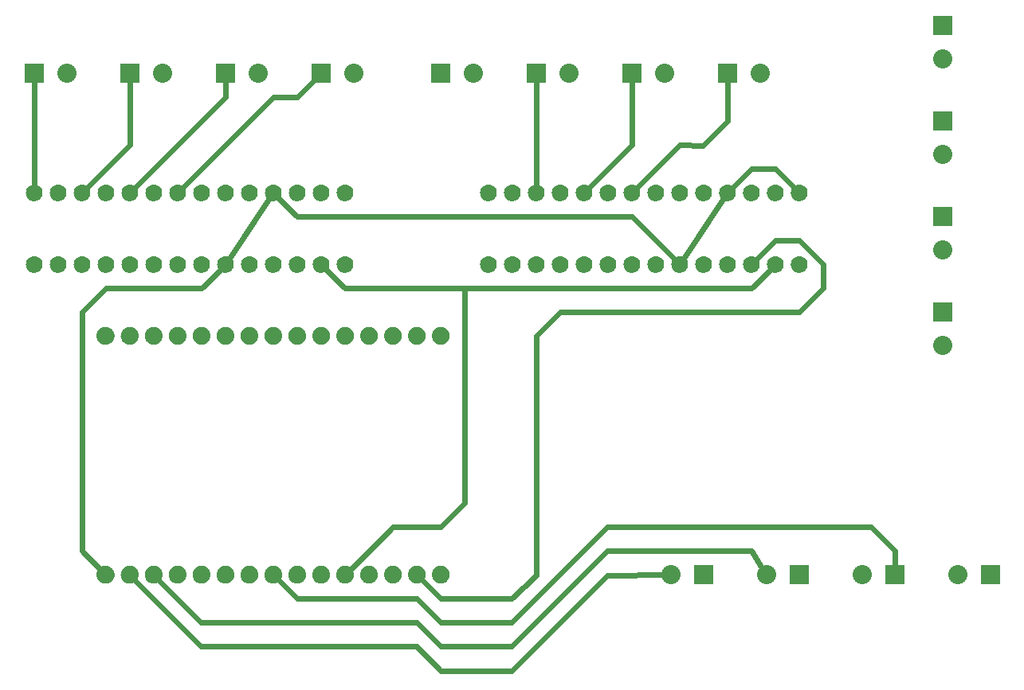
<source format=gbl>
G04 MADE WITH FRITZING*
G04 WWW.FRITZING.ORG*
G04 DOUBLE SIDED*
G04 HOLES PLATED*
G04 CONTOUR ON CENTER OF CONTOUR VECTOR*
%ASAXBY*%
%FSLAX23Y23*%
%MOIN*%
%OFA0B0*%
%SFA1.0B1.0*%
%ADD10C,0.070000*%
%ADD11C,0.074106*%
%ADD12C,0.080000*%
%ADD13R,0.080000X0.080000*%
%ADD14C,0.024000*%
%ADD15R,0.001000X0.001000*%
%LNCOPPER0*%
G90*
G70*
G54D10*
X248Y1907D03*
X1448Y2207D03*
X348Y1907D03*
X1548Y2207D03*
X448Y1907D03*
X548Y1907D03*
X648Y1907D03*
X748Y1907D03*
X1548Y1907D03*
X1448Y1907D03*
X1348Y1907D03*
X1248Y1907D03*
X848Y1907D03*
X1048Y1907D03*
X948Y1907D03*
X1148Y1907D03*
X1048Y2207D03*
X1148Y2207D03*
X1248Y2207D03*
X1348Y2207D03*
X848Y2207D03*
X948Y2207D03*
X448Y2207D03*
X548Y2207D03*
X648Y2207D03*
X748Y2207D03*
X248Y2207D03*
X348Y2207D03*
X2148Y1907D03*
X3348Y2207D03*
X2248Y1907D03*
X3448Y2207D03*
X2348Y1907D03*
X2448Y1907D03*
X2548Y1907D03*
X2648Y1907D03*
X3448Y1907D03*
X3348Y1907D03*
X3248Y1907D03*
X3148Y1907D03*
X2748Y1907D03*
X2948Y1907D03*
X2848Y1907D03*
X3048Y1907D03*
X2948Y2207D03*
X3048Y2207D03*
X3148Y2207D03*
X3248Y2207D03*
X2748Y2207D03*
X2848Y2207D03*
X2348Y2207D03*
X2448Y2207D03*
X2548Y2207D03*
X2648Y2207D03*
X2148Y2207D03*
X2248Y2207D03*
G54D11*
X547Y607D03*
X648Y607D03*
X748Y607D03*
X848Y607D03*
X948Y607D03*
X1048Y607D03*
X1148Y607D03*
X1248Y607D03*
X1349Y607D03*
X1449Y607D03*
X1549Y607D03*
X1649Y607D03*
X1749Y607D03*
X1849Y607D03*
X1949Y607D03*
X547Y1608D03*
X648Y1608D03*
X748Y1608D03*
X848Y1608D03*
X948Y1608D03*
X1048Y1608D03*
X1148Y1608D03*
X1248Y1608D03*
X1349Y1608D03*
X1449Y1608D03*
X1549Y1608D03*
X1649Y1608D03*
X1749Y1608D03*
X1849Y1608D03*
X1949Y1608D03*
G54D12*
X3448Y607D03*
X3311Y607D03*
X3848Y607D03*
X3711Y607D03*
X3048Y607D03*
X2911Y607D03*
X4248Y607D03*
X4111Y607D03*
X4048Y2907D03*
X4048Y2769D03*
X4048Y2507D03*
X4048Y2369D03*
X4048Y2107D03*
X4048Y1969D03*
X4048Y1707D03*
X4048Y1569D03*
X1948Y2707D03*
X2086Y2707D03*
X2348Y2707D03*
X2486Y2707D03*
X2748Y2707D03*
X2886Y2707D03*
X3148Y2707D03*
X3286Y2707D03*
X248Y2707D03*
X386Y2707D03*
X648Y2707D03*
X786Y2707D03*
X1048Y2707D03*
X1186Y2707D03*
X1448Y2707D03*
X1586Y2707D03*
G54D13*
X3448Y607D03*
X3848Y607D03*
X3048Y607D03*
X4248Y607D03*
X4048Y2907D03*
X4048Y2507D03*
X4048Y2107D03*
X4048Y1707D03*
X1948Y2707D03*
X2348Y2707D03*
X2748Y2707D03*
X3148Y2707D03*
X248Y2707D03*
X648Y2707D03*
X1048Y2707D03*
X1448Y2707D03*
G54D14*
X1348Y2607D02*
X1248Y2607D01*
D02*
X1248Y2607D02*
X948Y2307D01*
D02*
X948Y2307D02*
X859Y2217D01*
D02*
X1434Y2693D02*
X1348Y2607D01*
D02*
X1048Y2607D02*
X659Y2217D01*
D02*
X1048Y2687D02*
X1048Y2607D01*
D02*
X648Y2407D02*
X648Y2687D01*
D02*
X459Y2217D02*
X648Y2407D01*
D02*
X248Y2687D02*
X248Y2222D01*
D02*
X2049Y1708D02*
X2048Y1807D01*
D02*
X1948Y807D02*
X2048Y907D01*
D02*
X1748Y807D02*
X1948Y807D01*
D02*
X2048Y1807D02*
X1548Y1807D01*
D02*
X1548Y1807D02*
X1459Y1896D01*
D02*
X2048Y907D02*
X2049Y1708D01*
D02*
X1561Y619D02*
X1748Y807D01*
D02*
X3338Y1896D02*
X3248Y1807D01*
D02*
X1548Y1807D02*
X1459Y1896D01*
D02*
X3248Y1807D02*
X1548Y1807D01*
D02*
X3148Y2507D02*
X3047Y2406D01*
D02*
X3148Y2687D02*
X3148Y2507D01*
D02*
X3047Y2406D02*
X2948Y2407D01*
D02*
X2948Y2407D02*
X2759Y2217D01*
D02*
X2748Y2687D02*
X2748Y2407D01*
D02*
X2748Y2407D02*
X2559Y2217D01*
D02*
X2348Y2687D02*
X2348Y2222D01*
D02*
X3448Y2007D02*
X3548Y1907D01*
D02*
X3348Y2007D02*
X3448Y2007D01*
D02*
X2348Y1607D02*
X2348Y606D01*
D02*
X3448Y1707D02*
X2449Y1708D01*
D02*
X2449Y1708D02*
X2348Y1607D01*
D02*
X3548Y1807D02*
X3448Y1707D01*
D02*
X3548Y1907D02*
X3548Y1807D01*
D02*
X3259Y1917D02*
X3348Y2007D01*
D02*
X2247Y508D02*
X1948Y508D01*
D02*
X1948Y508D02*
X1862Y594D01*
D02*
X2348Y606D02*
X2247Y508D01*
D02*
X3850Y707D02*
X3849Y627D01*
D02*
X3749Y807D02*
X3850Y707D01*
D02*
X2647Y807D02*
X3749Y807D01*
D02*
X2247Y408D02*
X2647Y807D01*
D02*
X1948Y407D02*
X2247Y408D01*
D02*
X1848Y507D02*
X1948Y407D01*
D02*
X1348Y507D02*
X1848Y507D01*
D02*
X1261Y594D02*
X1348Y507D01*
D02*
X2647Y606D02*
X2247Y206D01*
D02*
X2247Y206D02*
X1948Y206D01*
D02*
X1948Y206D02*
X1848Y307D01*
D02*
X1848Y307D02*
X947Y307D01*
D02*
X947Y307D02*
X660Y594D01*
D02*
X2891Y607D02*
X2647Y606D01*
D02*
X3249Y707D02*
X2647Y707D01*
D02*
X2647Y707D02*
X2247Y307D01*
D02*
X2247Y307D02*
X1948Y307D01*
D02*
X1948Y307D02*
X1848Y408D01*
D02*
X1848Y408D02*
X947Y408D01*
D02*
X947Y408D02*
X760Y594D01*
D02*
X3300Y624D02*
X3249Y707D01*
D02*
X448Y707D02*
X535Y619D01*
D02*
X448Y1707D02*
X448Y707D01*
D02*
X548Y1807D02*
X448Y1707D01*
D02*
X948Y1807D02*
X548Y1807D01*
D02*
X1038Y1896D02*
X948Y1807D01*
D02*
X2748Y2107D02*
X1348Y2107D01*
D02*
X1348Y2107D02*
X1259Y2196D01*
D02*
X2938Y1917D02*
X2748Y2107D01*
D02*
X3140Y2194D02*
X2957Y1919D01*
D02*
X3248Y2307D02*
X3159Y2217D01*
D02*
X3348Y2307D02*
X3248Y2307D01*
D02*
X3438Y2217D02*
X3348Y2307D01*
D02*
X1240Y2194D02*
X1057Y1919D01*
G54D15*
X243Y2241D02*
X255Y2241D01*
X343Y2241D02*
X355Y2241D01*
X443Y2241D02*
X455Y2241D01*
X543Y2241D02*
X555Y2241D01*
X643Y2241D02*
X655Y2241D01*
X743Y2241D02*
X755Y2241D01*
X843Y2241D02*
X855Y2241D01*
X943Y2241D02*
X955Y2241D01*
X1043Y2241D02*
X1055Y2241D01*
X1143Y2241D02*
X1155Y2241D01*
X1243Y2241D02*
X1255Y2241D01*
X1343Y2241D02*
X1355Y2241D01*
X1443Y2241D02*
X1455Y2241D01*
X1543Y2241D02*
X1555Y2241D01*
X2143Y2241D02*
X2155Y2241D01*
X2243Y2241D02*
X2255Y2241D01*
X2343Y2241D02*
X2355Y2241D01*
X2443Y2241D02*
X2455Y2241D01*
X2543Y2241D02*
X2555Y2241D01*
X2643Y2241D02*
X2655Y2241D01*
X2743Y2241D02*
X2755Y2241D01*
X2843Y2241D02*
X2855Y2241D01*
X2943Y2241D02*
X2955Y2241D01*
X3042Y2241D02*
X3055Y2241D01*
X3142Y2241D02*
X3155Y2241D01*
X3242Y2241D02*
X3255Y2241D01*
X3342Y2241D02*
X3355Y2241D01*
X3442Y2241D02*
X3455Y2241D01*
X239Y2240D02*
X259Y2240D01*
X339Y2240D02*
X359Y2240D01*
X439Y2240D02*
X459Y2240D01*
X539Y2240D02*
X559Y2240D01*
X639Y2240D02*
X659Y2240D01*
X739Y2240D02*
X759Y2240D01*
X839Y2240D02*
X859Y2240D01*
X939Y2240D02*
X959Y2240D01*
X1039Y2240D02*
X1059Y2240D01*
X1139Y2240D02*
X1159Y2240D01*
X1239Y2240D02*
X1259Y2240D01*
X1339Y2240D02*
X1359Y2240D01*
X1439Y2240D02*
X1459Y2240D01*
X1539Y2240D02*
X1559Y2240D01*
X2139Y2240D02*
X2159Y2240D01*
X2239Y2240D02*
X2259Y2240D01*
X2339Y2240D02*
X2359Y2240D01*
X2439Y2240D02*
X2459Y2240D01*
X2539Y2240D02*
X2559Y2240D01*
X2639Y2240D02*
X2659Y2240D01*
X2739Y2240D02*
X2759Y2240D01*
X2839Y2240D02*
X2859Y2240D01*
X2939Y2240D02*
X2959Y2240D01*
X3039Y2240D02*
X3059Y2240D01*
X3139Y2240D02*
X3159Y2240D01*
X3239Y2240D02*
X3259Y2240D01*
X3339Y2240D02*
X3359Y2240D01*
X3439Y2240D02*
X3459Y2240D01*
X236Y2239D02*
X261Y2239D01*
X336Y2239D02*
X361Y2239D01*
X436Y2239D02*
X461Y2239D01*
X536Y2239D02*
X561Y2239D01*
X636Y2239D02*
X661Y2239D01*
X736Y2239D02*
X761Y2239D01*
X836Y2239D02*
X861Y2239D01*
X936Y2239D02*
X961Y2239D01*
X1036Y2239D02*
X1061Y2239D01*
X1136Y2239D02*
X1161Y2239D01*
X1236Y2239D02*
X1261Y2239D01*
X1336Y2239D02*
X1361Y2239D01*
X1436Y2239D02*
X1461Y2239D01*
X1536Y2239D02*
X1561Y2239D01*
X2136Y2239D02*
X2161Y2239D01*
X2236Y2239D02*
X2261Y2239D01*
X2336Y2239D02*
X2361Y2239D01*
X2436Y2239D02*
X2461Y2239D01*
X2536Y2239D02*
X2561Y2239D01*
X2636Y2239D02*
X2661Y2239D01*
X2736Y2239D02*
X2761Y2239D01*
X2836Y2239D02*
X2861Y2239D01*
X2936Y2239D02*
X2961Y2239D01*
X3036Y2239D02*
X3061Y2239D01*
X3136Y2239D02*
X3161Y2239D01*
X3236Y2239D02*
X3261Y2239D01*
X3336Y2239D02*
X3361Y2239D01*
X3436Y2239D02*
X3461Y2239D01*
X234Y2238D02*
X264Y2238D01*
X334Y2238D02*
X364Y2238D01*
X434Y2238D02*
X464Y2238D01*
X534Y2238D02*
X564Y2238D01*
X634Y2238D02*
X664Y2238D01*
X734Y2238D02*
X764Y2238D01*
X834Y2238D02*
X864Y2238D01*
X934Y2238D02*
X964Y2238D01*
X1034Y2238D02*
X1064Y2238D01*
X1134Y2238D02*
X1164Y2238D01*
X1234Y2238D02*
X1264Y2238D01*
X1334Y2238D02*
X1364Y2238D01*
X1434Y2238D02*
X1464Y2238D01*
X1534Y2238D02*
X1564Y2238D01*
X2134Y2238D02*
X2164Y2238D01*
X2234Y2238D02*
X2264Y2238D01*
X2334Y2238D02*
X2364Y2238D01*
X2434Y2238D02*
X2464Y2238D01*
X2534Y2238D02*
X2564Y2238D01*
X2634Y2238D02*
X2664Y2238D01*
X2734Y2238D02*
X2764Y2238D01*
X2834Y2238D02*
X2864Y2238D01*
X2934Y2238D02*
X2964Y2238D01*
X3034Y2238D02*
X3064Y2238D01*
X3134Y2238D02*
X3164Y2238D01*
X3234Y2238D02*
X3264Y2238D01*
X3334Y2238D02*
X3364Y2238D01*
X3434Y2238D02*
X3464Y2238D01*
X232Y2237D02*
X266Y2237D01*
X332Y2237D02*
X366Y2237D01*
X432Y2237D02*
X466Y2237D01*
X532Y2237D02*
X566Y2237D01*
X632Y2237D02*
X666Y2237D01*
X732Y2237D02*
X766Y2237D01*
X832Y2237D02*
X866Y2237D01*
X932Y2237D02*
X966Y2237D01*
X1032Y2237D02*
X1066Y2237D01*
X1132Y2237D02*
X1166Y2237D01*
X1232Y2237D02*
X1266Y2237D01*
X1332Y2237D02*
X1366Y2237D01*
X1432Y2237D02*
X1466Y2237D01*
X1532Y2237D02*
X1566Y2237D01*
X2132Y2237D02*
X2166Y2237D01*
X2232Y2237D02*
X2266Y2237D01*
X2332Y2237D02*
X2366Y2237D01*
X2432Y2237D02*
X2466Y2237D01*
X2532Y2237D02*
X2566Y2237D01*
X2632Y2237D02*
X2666Y2237D01*
X2732Y2237D02*
X2766Y2237D01*
X2832Y2237D02*
X2866Y2237D01*
X2932Y2237D02*
X2966Y2237D01*
X3032Y2237D02*
X3066Y2237D01*
X3132Y2237D02*
X3166Y2237D01*
X3232Y2237D02*
X3266Y2237D01*
X3332Y2237D02*
X3366Y2237D01*
X3432Y2237D02*
X3466Y2237D01*
X230Y2236D02*
X267Y2236D01*
X330Y2236D02*
X367Y2236D01*
X430Y2236D02*
X467Y2236D01*
X530Y2236D02*
X567Y2236D01*
X630Y2236D02*
X667Y2236D01*
X730Y2236D02*
X767Y2236D01*
X830Y2236D02*
X867Y2236D01*
X930Y2236D02*
X967Y2236D01*
X1030Y2236D02*
X1067Y2236D01*
X1130Y2236D02*
X1167Y2236D01*
X1230Y2236D02*
X1267Y2236D01*
X1330Y2236D02*
X1367Y2236D01*
X1430Y2236D02*
X1467Y2236D01*
X1530Y2236D02*
X1567Y2236D01*
X2130Y2236D02*
X2167Y2236D01*
X2230Y2236D02*
X2267Y2236D01*
X2330Y2236D02*
X2367Y2236D01*
X2430Y2236D02*
X2467Y2236D01*
X2530Y2236D02*
X2567Y2236D01*
X2630Y2236D02*
X2667Y2236D01*
X2730Y2236D02*
X2767Y2236D01*
X2830Y2236D02*
X2867Y2236D01*
X2930Y2236D02*
X2967Y2236D01*
X3030Y2236D02*
X3067Y2236D01*
X3130Y2236D02*
X3167Y2236D01*
X3230Y2236D02*
X3267Y2236D01*
X3330Y2236D02*
X3367Y2236D01*
X3430Y2236D02*
X3467Y2236D01*
X229Y2235D02*
X269Y2235D01*
X329Y2235D02*
X369Y2235D01*
X429Y2235D02*
X469Y2235D01*
X529Y2235D02*
X569Y2235D01*
X629Y2235D02*
X669Y2235D01*
X729Y2235D02*
X769Y2235D01*
X829Y2235D02*
X869Y2235D01*
X929Y2235D02*
X969Y2235D01*
X1029Y2235D02*
X1069Y2235D01*
X1129Y2235D02*
X1169Y2235D01*
X1229Y2235D02*
X1269Y2235D01*
X1329Y2235D02*
X1369Y2235D01*
X1429Y2235D02*
X1469Y2235D01*
X1529Y2235D02*
X1569Y2235D01*
X2129Y2235D02*
X2169Y2235D01*
X2229Y2235D02*
X2269Y2235D01*
X2329Y2235D02*
X2369Y2235D01*
X2429Y2235D02*
X2469Y2235D01*
X2529Y2235D02*
X2569Y2235D01*
X2629Y2235D02*
X2669Y2235D01*
X2729Y2235D02*
X2769Y2235D01*
X2829Y2235D02*
X2869Y2235D01*
X2929Y2235D02*
X2969Y2235D01*
X3029Y2235D02*
X3069Y2235D01*
X3129Y2235D02*
X3169Y2235D01*
X3229Y2235D02*
X3269Y2235D01*
X3329Y2235D02*
X3369Y2235D01*
X3429Y2235D02*
X3469Y2235D01*
X227Y2234D02*
X270Y2234D01*
X327Y2234D02*
X370Y2234D01*
X427Y2234D02*
X470Y2234D01*
X527Y2234D02*
X570Y2234D01*
X627Y2234D02*
X670Y2234D01*
X727Y2234D02*
X770Y2234D01*
X827Y2234D02*
X870Y2234D01*
X927Y2234D02*
X970Y2234D01*
X1027Y2234D02*
X1070Y2234D01*
X1127Y2234D02*
X1170Y2234D01*
X1227Y2234D02*
X1270Y2234D01*
X1327Y2234D02*
X1370Y2234D01*
X1427Y2234D02*
X1470Y2234D01*
X1527Y2234D02*
X1570Y2234D01*
X2127Y2234D02*
X2170Y2234D01*
X2227Y2234D02*
X2270Y2234D01*
X2327Y2234D02*
X2370Y2234D01*
X2427Y2234D02*
X2470Y2234D01*
X2527Y2234D02*
X2570Y2234D01*
X2627Y2234D02*
X2670Y2234D01*
X2727Y2234D02*
X2770Y2234D01*
X2827Y2234D02*
X2870Y2234D01*
X2927Y2234D02*
X2970Y2234D01*
X3027Y2234D02*
X3070Y2234D01*
X3127Y2234D02*
X3170Y2234D01*
X3227Y2234D02*
X3270Y2234D01*
X3327Y2234D02*
X3370Y2234D01*
X3427Y2234D02*
X3470Y2234D01*
X226Y2233D02*
X271Y2233D01*
X326Y2233D02*
X371Y2233D01*
X426Y2233D02*
X471Y2233D01*
X526Y2233D02*
X571Y2233D01*
X626Y2233D02*
X671Y2233D01*
X726Y2233D02*
X771Y2233D01*
X826Y2233D02*
X871Y2233D01*
X926Y2233D02*
X971Y2233D01*
X1026Y2233D02*
X1071Y2233D01*
X1126Y2233D02*
X1171Y2233D01*
X1226Y2233D02*
X1271Y2233D01*
X1326Y2233D02*
X1371Y2233D01*
X1426Y2233D02*
X1471Y2233D01*
X1526Y2233D02*
X1571Y2233D01*
X2126Y2233D02*
X2171Y2233D01*
X2226Y2233D02*
X2271Y2233D01*
X2326Y2233D02*
X2371Y2233D01*
X2426Y2233D02*
X2471Y2233D01*
X2526Y2233D02*
X2571Y2233D01*
X2626Y2233D02*
X2671Y2233D01*
X2726Y2233D02*
X2771Y2233D01*
X2826Y2233D02*
X2871Y2233D01*
X2926Y2233D02*
X2971Y2233D01*
X3026Y2233D02*
X3071Y2233D01*
X3126Y2233D02*
X3171Y2233D01*
X3226Y2233D02*
X3271Y2233D01*
X3326Y2233D02*
X3371Y2233D01*
X3426Y2233D02*
X3471Y2233D01*
X225Y2232D02*
X273Y2232D01*
X325Y2232D02*
X373Y2232D01*
X425Y2232D02*
X473Y2232D01*
X525Y2232D02*
X573Y2232D01*
X625Y2232D02*
X673Y2232D01*
X725Y2232D02*
X773Y2232D01*
X825Y2232D02*
X873Y2232D01*
X925Y2232D02*
X973Y2232D01*
X1025Y2232D02*
X1073Y2232D01*
X1125Y2232D02*
X1173Y2232D01*
X1225Y2232D02*
X1273Y2232D01*
X1325Y2232D02*
X1373Y2232D01*
X1425Y2232D02*
X1473Y2232D01*
X1525Y2232D02*
X1573Y2232D01*
X2125Y2232D02*
X2172Y2232D01*
X2225Y2232D02*
X2272Y2232D01*
X2325Y2232D02*
X2372Y2232D01*
X2425Y2232D02*
X2472Y2232D01*
X2525Y2232D02*
X2572Y2232D01*
X2625Y2232D02*
X2672Y2232D01*
X2725Y2232D02*
X2772Y2232D01*
X2825Y2232D02*
X2872Y2232D01*
X2925Y2232D02*
X2972Y2232D01*
X3025Y2232D02*
X3072Y2232D01*
X3125Y2232D02*
X3172Y2232D01*
X3225Y2232D02*
X3272Y2232D01*
X3325Y2232D02*
X3372Y2232D01*
X3425Y2232D02*
X3472Y2232D01*
X224Y2231D02*
X274Y2231D01*
X324Y2231D02*
X374Y2231D01*
X424Y2231D02*
X474Y2231D01*
X524Y2231D02*
X574Y2231D01*
X624Y2231D02*
X674Y2231D01*
X724Y2231D02*
X774Y2231D01*
X824Y2231D02*
X874Y2231D01*
X924Y2231D02*
X974Y2231D01*
X1024Y2231D02*
X1074Y2231D01*
X1124Y2231D02*
X1174Y2231D01*
X1224Y2231D02*
X1274Y2231D01*
X1324Y2231D02*
X1374Y2231D01*
X1424Y2231D02*
X1474Y2231D01*
X1524Y2231D02*
X1574Y2231D01*
X2124Y2231D02*
X2173Y2231D01*
X2224Y2231D02*
X2273Y2231D01*
X2324Y2231D02*
X2373Y2231D01*
X2424Y2231D02*
X2473Y2231D01*
X2524Y2231D02*
X2573Y2231D01*
X2624Y2231D02*
X2673Y2231D01*
X2724Y2231D02*
X2773Y2231D01*
X2824Y2231D02*
X2873Y2231D01*
X2924Y2231D02*
X2973Y2231D01*
X3024Y2231D02*
X3073Y2231D01*
X3124Y2231D02*
X3173Y2231D01*
X3224Y2231D02*
X3273Y2231D01*
X3324Y2231D02*
X3373Y2231D01*
X3424Y2231D02*
X3473Y2231D01*
X223Y2230D02*
X274Y2230D01*
X323Y2230D02*
X374Y2230D01*
X423Y2230D02*
X474Y2230D01*
X523Y2230D02*
X574Y2230D01*
X623Y2230D02*
X674Y2230D01*
X723Y2230D02*
X774Y2230D01*
X823Y2230D02*
X874Y2230D01*
X923Y2230D02*
X974Y2230D01*
X1023Y2230D02*
X1074Y2230D01*
X1123Y2230D02*
X1174Y2230D01*
X1223Y2230D02*
X1274Y2230D01*
X1323Y2230D02*
X1374Y2230D01*
X1423Y2230D02*
X1474Y2230D01*
X1523Y2230D02*
X1574Y2230D01*
X2123Y2230D02*
X2174Y2230D01*
X2223Y2230D02*
X2274Y2230D01*
X2323Y2230D02*
X2374Y2230D01*
X2423Y2230D02*
X2474Y2230D01*
X2523Y2230D02*
X2574Y2230D01*
X2623Y2230D02*
X2674Y2230D01*
X2723Y2230D02*
X2774Y2230D01*
X2823Y2230D02*
X2874Y2230D01*
X2923Y2230D02*
X2974Y2230D01*
X3023Y2230D02*
X3074Y2230D01*
X3123Y2230D02*
X3174Y2230D01*
X3223Y2230D02*
X3274Y2230D01*
X3323Y2230D02*
X3374Y2230D01*
X3423Y2230D02*
X3474Y2230D01*
X222Y2229D02*
X275Y2229D01*
X322Y2229D02*
X375Y2229D01*
X422Y2229D02*
X475Y2229D01*
X522Y2229D02*
X575Y2229D01*
X622Y2229D02*
X675Y2229D01*
X722Y2229D02*
X775Y2229D01*
X822Y2229D02*
X875Y2229D01*
X922Y2229D02*
X975Y2229D01*
X1022Y2229D02*
X1075Y2229D01*
X1122Y2229D02*
X1175Y2229D01*
X1222Y2229D02*
X1275Y2229D01*
X1322Y2229D02*
X1375Y2229D01*
X1422Y2229D02*
X1475Y2229D01*
X1522Y2229D02*
X1575Y2229D01*
X2122Y2229D02*
X2175Y2229D01*
X2222Y2229D02*
X2275Y2229D01*
X2322Y2229D02*
X2375Y2229D01*
X2422Y2229D02*
X2475Y2229D01*
X2522Y2229D02*
X2575Y2229D01*
X2622Y2229D02*
X2675Y2229D01*
X2722Y2229D02*
X2775Y2229D01*
X2822Y2229D02*
X2875Y2229D01*
X2922Y2229D02*
X2975Y2229D01*
X3022Y2229D02*
X3075Y2229D01*
X3122Y2229D02*
X3175Y2229D01*
X3222Y2229D02*
X3275Y2229D01*
X3322Y2229D02*
X3375Y2229D01*
X3422Y2229D02*
X3475Y2229D01*
X222Y2228D02*
X276Y2228D01*
X322Y2228D02*
X376Y2228D01*
X422Y2228D02*
X476Y2228D01*
X522Y2228D02*
X576Y2228D01*
X622Y2228D02*
X676Y2228D01*
X722Y2228D02*
X776Y2228D01*
X822Y2228D02*
X876Y2228D01*
X922Y2228D02*
X976Y2228D01*
X1022Y2228D02*
X1076Y2228D01*
X1122Y2228D02*
X1176Y2228D01*
X1222Y2228D02*
X1276Y2228D01*
X1322Y2228D02*
X1376Y2228D01*
X1422Y2228D02*
X1476Y2228D01*
X1522Y2228D02*
X1576Y2228D01*
X2122Y2228D02*
X2176Y2228D01*
X2222Y2228D02*
X2276Y2228D01*
X2322Y2228D02*
X2376Y2228D01*
X2422Y2228D02*
X2476Y2228D01*
X2522Y2228D02*
X2576Y2228D01*
X2622Y2228D02*
X2676Y2228D01*
X2722Y2228D02*
X2776Y2228D01*
X2822Y2228D02*
X2876Y2228D01*
X2922Y2228D02*
X2976Y2228D01*
X3022Y2228D02*
X3076Y2228D01*
X3122Y2228D02*
X3176Y2228D01*
X3222Y2228D02*
X3276Y2228D01*
X3322Y2228D02*
X3376Y2228D01*
X3422Y2228D02*
X3476Y2228D01*
X221Y2227D02*
X277Y2227D01*
X321Y2227D02*
X377Y2227D01*
X421Y2227D02*
X477Y2227D01*
X521Y2227D02*
X577Y2227D01*
X621Y2227D02*
X677Y2227D01*
X721Y2227D02*
X777Y2227D01*
X821Y2227D02*
X877Y2227D01*
X921Y2227D02*
X977Y2227D01*
X1021Y2227D02*
X1077Y2227D01*
X1121Y2227D02*
X1177Y2227D01*
X1221Y2227D02*
X1277Y2227D01*
X1321Y2227D02*
X1377Y2227D01*
X1421Y2227D02*
X1477Y2227D01*
X1521Y2227D02*
X1577Y2227D01*
X2121Y2227D02*
X2177Y2227D01*
X2221Y2227D02*
X2277Y2227D01*
X2321Y2227D02*
X2377Y2227D01*
X2421Y2227D02*
X2477Y2227D01*
X2521Y2227D02*
X2577Y2227D01*
X2621Y2227D02*
X2677Y2227D01*
X2721Y2227D02*
X2777Y2227D01*
X2821Y2227D02*
X2877Y2227D01*
X2921Y2227D02*
X2977Y2227D01*
X3021Y2227D02*
X3077Y2227D01*
X3121Y2227D02*
X3177Y2227D01*
X3221Y2227D02*
X3277Y2227D01*
X3321Y2227D02*
X3377Y2227D01*
X3421Y2227D02*
X3477Y2227D01*
X220Y2226D02*
X277Y2226D01*
X320Y2226D02*
X377Y2226D01*
X420Y2226D02*
X477Y2226D01*
X520Y2226D02*
X577Y2226D01*
X620Y2226D02*
X677Y2226D01*
X720Y2226D02*
X777Y2226D01*
X820Y2226D02*
X877Y2226D01*
X920Y2226D02*
X977Y2226D01*
X1020Y2226D02*
X1077Y2226D01*
X1120Y2226D02*
X1177Y2226D01*
X1220Y2226D02*
X1277Y2226D01*
X1320Y2226D02*
X1377Y2226D01*
X1420Y2226D02*
X1477Y2226D01*
X1520Y2226D02*
X1577Y2226D01*
X2120Y2226D02*
X2177Y2226D01*
X2220Y2226D02*
X2277Y2226D01*
X2320Y2226D02*
X2377Y2226D01*
X2420Y2226D02*
X2477Y2226D01*
X2520Y2226D02*
X2577Y2226D01*
X2620Y2226D02*
X2677Y2226D01*
X2720Y2226D02*
X2777Y2226D01*
X2820Y2226D02*
X2877Y2226D01*
X2920Y2226D02*
X2977Y2226D01*
X3020Y2226D02*
X3077Y2226D01*
X3120Y2226D02*
X3177Y2226D01*
X3220Y2226D02*
X3277Y2226D01*
X3320Y2226D02*
X3377Y2226D01*
X3420Y2226D02*
X3477Y2226D01*
X220Y2225D02*
X278Y2225D01*
X320Y2225D02*
X378Y2225D01*
X420Y2225D02*
X478Y2225D01*
X520Y2225D02*
X578Y2225D01*
X620Y2225D02*
X678Y2225D01*
X720Y2225D02*
X778Y2225D01*
X820Y2225D02*
X878Y2225D01*
X920Y2225D02*
X978Y2225D01*
X1020Y2225D02*
X1078Y2225D01*
X1120Y2225D02*
X1178Y2225D01*
X1220Y2225D02*
X1278Y2225D01*
X1320Y2225D02*
X1378Y2225D01*
X1420Y2225D02*
X1478Y2225D01*
X1520Y2225D02*
X1578Y2225D01*
X2120Y2225D02*
X2178Y2225D01*
X2220Y2225D02*
X2278Y2225D01*
X2320Y2225D02*
X2378Y2225D01*
X2420Y2225D02*
X2478Y2225D01*
X2520Y2225D02*
X2578Y2225D01*
X2620Y2225D02*
X2678Y2225D01*
X2720Y2225D02*
X2778Y2225D01*
X2820Y2225D02*
X2878Y2225D01*
X2920Y2225D02*
X2978Y2225D01*
X3020Y2225D02*
X3078Y2225D01*
X3120Y2225D02*
X3178Y2225D01*
X3220Y2225D02*
X3278Y2225D01*
X3320Y2225D02*
X3378Y2225D01*
X3420Y2225D02*
X3478Y2225D01*
X219Y2224D02*
X279Y2224D01*
X319Y2224D02*
X379Y2224D01*
X419Y2224D02*
X479Y2224D01*
X519Y2224D02*
X579Y2224D01*
X619Y2224D02*
X679Y2224D01*
X719Y2224D02*
X779Y2224D01*
X819Y2224D02*
X879Y2224D01*
X919Y2224D02*
X979Y2224D01*
X1019Y2224D02*
X1079Y2224D01*
X1119Y2224D02*
X1179Y2224D01*
X1219Y2224D02*
X1279Y2224D01*
X1319Y2224D02*
X1379Y2224D01*
X1419Y2224D02*
X1479Y2224D01*
X1519Y2224D02*
X1579Y2224D01*
X2119Y2224D02*
X2179Y2224D01*
X2219Y2224D02*
X2279Y2224D01*
X2319Y2224D02*
X2379Y2224D01*
X2419Y2224D02*
X2479Y2224D01*
X2519Y2224D02*
X2579Y2224D01*
X2619Y2224D02*
X2679Y2224D01*
X2719Y2224D02*
X2779Y2224D01*
X2819Y2224D02*
X2879Y2224D01*
X2919Y2224D02*
X2979Y2224D01*
X3019Y2224D02*
X3079Y2224D01*
X3119Y2224D02*
X3179Y2224D01*
X3219Y2224D02*
X3279Y2224D01*
X3319Y2224D02*
X3378Y2224D01*
X3419Y2224D02*
X3478Y2224D01*
X219Y2223D02*
X279Y2223D01*
X319Y2223D02*
X379Y2223D01*
X419Y2223D02*
X479Y2223D01*
X519Y2223D02*
X579Y2223D01*
X619Y2223D02*
X679Y2223D01*
X719Y2223D02*
X779Y2223D01*
X819Y2223D02*
X879Y2223D01*
X919Y2223D02*
X979Y2223D01*
X1019Y2223D02*
X1079Y2223D01*
X1119Y2223D02*
X1179Y2223D01*
X1219Y2223D02*
X1279Y2223D01*
X1319Y2223D02*
X1379Y2223D01*
X1419Y2223D02*
X1479Y2223D01*
X1519Y2223D02*
X1579Y2223D01*
X2118Y2223D02*
X2179Y2223D01*
X2218Y2223D02*
X2279Y2223D01*
X2318Y2223D02*
X2379Y2223D01*
X2418Y2223D02*
X2479Y2223D01*
X2518Y2223D02*
X2579Y2223D01*
X2618Y2223D02*
X2679Y2223D01*
X2718Y2223D02*
X2779Y2223D01*
X2818Y2223D02*
X2879Y2223D01*
X2918Y2223D02*
X2979Y2223D01*
X3018Y2223D02*
X3079Y2223D01*
X3118Y2223D02*
X3179Y2223D01*
X3218Y2223D02*
X3279Y2223D01*
X3318Y2223D02*
X3379Y2223D01*
X3418Y2223D02*
X3479Y2223D01*
X218Y2222D02*
X280Y2222D01*
X318Y2222D02*
X380Y2222D01*
X418Y2222D02*
X480Y2222D01*
X518Y2222D02*
X580Y2222D01*
X618Y2222D02*
X680Y2222D01*
X718Y2222D02*
X780Y2222D01*
X818Y2222D02*
X880Y2222D01*
X918Y2222D02*
X980Y2222D01*
X1018Y2222D02*
X1080Y2222D01*
X1118Y2222D02*
X1180Y2222D01*
X1218Y2222D02*
X1280Y2222D01*
X1318Y2222D02*
X1380Y2222D01*
X1418Y2222D02*
X1480Y2222D01*
X1518Y2222D02*
X1580Y2222D01*
X2118Y2222D02*
X2180Y2222D01*
X2218Y2222D02*
X2280Y2222D01*
X2318Y2222D02*
X2380Y2222D01*
X2418Y2222D02*
X2480Y2222D01*
X2518Y2222D02*
X2580Y2222D01*
X2618Y2222D02*
X2680Y2222D01*
X2718Y2222D02*
X2780Y2222D01*
X2818Y2222D02*
X2880Y2222D01*
X2918Y2222D02*
X2980Y2222D01*
X3018Y2222D02*
X3080Y2222D01*
X3118Y2222D02*
X3180Y2222D01*
X3218Y2222D02*
X3280Y2222D01*
X3318Y2222D02*
X3379Y2222D01*
X3418Y2222D02*
X3479Y2222D01*
X218Y2221D02*
X243Y2221D01*
X254Y2221D02*
X280Y2221D01*
X318Y2221D02*
X343Y2221D01*
X354Y2221D02*
X380Y2221D01*
X418Y2221D02*
X443Y2221D01*
X454Y2221D02*
X480Y2221D01*
X518Y2221D02*
X543Y2221D01*
X554Y2221D02*
X580Y2221D01*
X618Y2221D02*
X643Y2221D01*
X654Y2221D02*
X680Y2221D01*
X718Y2221D02*
X743Y2221D01*
X754Y2221D02*
X780Y2221D01*
X818Y2221D02*
X843Y2221D01*
X854Y2221D02*
X880Y2221D01*
X918Y2221D02*
X943Y2221D01*
X954Y2221D02*
X980Y2221D01*
X1018Y2221D02*
X1043Y2221D01*
X1054Y2221D02*
X1080Y2221D01*
X1118Y2221D02*
X1143Y2221D01*
X1154Y2221D02*
X1180Y2221D01*
X1218Y2221D02*
X1243Y2221D01*
X1254Y2221D02*
X1280Y2221D01*
X1318Y2221D02*
X1343Y2221D01*
X1354Y2221D02*
X1380Y2221D01*
X1418Y2221D02*
X1443Y2221D01*
X1454Y2221D02*
X1480Y2221D01*
X1518Y2221D02*
X1543Y2221D01*
X1554Y2221D02*
X1580Y2221D01*
X2118Y2221D02*
X2143Y2221D01*
X2154Y2221D02*
X2180Y2221D01*
X2218Y2221D02*
X2243Y2221D01*
X2254Y2221D02*
X2280Y2221D01*
X2318Y2221D02*
X2343Y2221D01*
X2354Y2221D02*
X2380Y2221D01*
X2418Y2221D02*
X2443Y2221D01*
X2454Y2221D02*
X2480Y2221D01*
X2518Y2221D02*
X2543Y2221D01*
X2554Y2221D02*
X2580Y2221D01*
X2618Y2221D02*
X2643Y2221D01*
X2654Y2221D02*
X2680Y2221D01*
X2718Y2221D02*
X2743Y2221D01*
X2754Y2221D02*
X2780Y2221D01*
X2817Y2221D02*
X2843Y2221D01*
X2854Y2221D02*
X2880Y2221D01*
X2917Y2221D02*
X2943Y2221D01*
X2954Y2221D02*
X2980Y2221D01*
X3017Y2221D02*
X3043Y2221D01*
X3054Y2221D02*
X3080Y2221D01*
X3117Y2221D02*
X3143Y2221D01*
X3154Y2221D02*
X3180Y2221D01*
X3217Y2221D02*
X3243Y2221D01*
X3254Y2221D02*
X3280Y2221D01*
X3317Y2221D02*
X3343Y2221D01*
X3354Y2221D02*
X3380Y2221D01*
X3417Y2221D02*
X3443Y2221D01*
X3454Y2221D02*
X3480Y2221D01*
X217Y2220D02*
X241Y2220D01*
X257Y2220D02*
X281Y2220D01*
X317Y2220D02*
X341Y2220D01*
X357Y2220D02*
X381Y2220D01*
X417Y2220D02*
X441Y2220D01*
X457Y2220D02*
X481Y2220D01*
X517Y2220D02*
X541Y2220D01*
X557Y2220D02*
X581Y2220D01*
X617Y2220D02*
X641Y2220D01*
X657Y2220D02*
X681Y2220D01*
X717Y2220D02*
X741Y2220D01*
X757Y2220D02*
X781Y2220D01*
X817Y2220D02*
X841Y2220D01*
X857Y2220D02*
X881Y2220D01*
X917Y2220D02*
X941Y2220D01*
X957Y2220D02*
X981Y2220D01*
X1017Y2220D02*
X1041Y2220D01*
X1057Y2220D02*
X1081Y2220D01*
X1117Y2220D02*
X1141Y2220D01*
X1157Y2220D02*
X1181Y2220D01*
X1217Y2220D02*
X1241Y2220D01*
X1257Y2220D02*
X1281Y2220D01*
X1317Y2220D02*
X1341Y2220D01*
X1357Y2220D02*
X1381Y2220D01*
X1417Y2220D02*
X1441Y2220D01*
X1457Y2220D02*
X1480Y2220D01*
X1517Y2220D02*
X1541Y2220D01*
X1557Y2220D02*
X1580Y2220D01*
X2117Y2220D02*
X2141Y2220D01*
X2157Y2220D02*
X2180Y2220D01*
X2217Y2220D02*
X2241Y2220D01*
X2257Y2220D02*
X2280Y2220D01*
X2317Y2220D02*
X2341Y2220D01*
X2357Y2220D02*
X2380Y2220D01*
X2417Y2220D02*
X2441Y2220D01*
X2457Y2220D02*
X2480Y2220D01*
X2517Y2220D02*
X2541Y2220D01*
X2557Y2220D02*
X2580Y2220D01*
X2617Y2220D02*
X2641Y2220D01*
X2657Y2220D02*
X2680Y2220D01*
X2717Y2220D02*
X2741Y2220D01*
X2757Y2220D02*
X2780Y2220D01*
X2817Y2220D02*
X2841Y2220D01*
X2856Y2220D02*
X2880Y2220D01*
X2917Y2220D02*
X2941Y2220D01*
X2956Y2220D02*
X2980Y2220D01*
X3017Y2220D02*
X3041Y2220D01*
X3056Y2220D02*
X3080Y2220D01*
X3117Y2220D02*
X3141Y2220D01*
X3156Y2220D02*
X3180Y2220D01*
X3217Y2220D02*
X3241Y2220D01*
X3256Y2220D02*
X3280Y2220D01*
X3317Y2220D02*
X3341Y2220D01*
X3356Y2220D02*
X3380Y2220D01*
X3417Y2220D02*
X3441Y2220D01*
X3456Y2220D02*
X3480Y2220D01*
X217Y2219D02*
X240Y2219D01*
X258Y2219D02*
X281Y2219D01*
X317Y2219D02*
X340Y2219D01*
X358Y2219D02*
X381Y2219D01*
X417Y2219D02*
X440Y2219D01*
X458Y2219D02*
X481Y2219D01*
X517Y2219D02*
X540Y2219D01*
X558Y2219D02*
X581Y2219D01*
X617Y2219D02*
X640Y2219D01*
X658Y2219D02*
X681Y2219D01*
X717Y2219D02*
X740Y2219D01*
X758Y2219D02*
X781Y2219D01*
X817Y2219D02*
X840Y2219D01*
X858Y2219D02*
X881Y2219D01*
X917Y2219D02*
X940Y2219D01*
X958Y2219D02*
X981Y2219D01*
X1017Y2219D02*
X1040Y2219D01*
X1058Y2219D02*
X1081Y2219D01*
X1117Y2219D02*
X1140Y2219D01*
X1158Y2219D02*
X1181Y2219D01*
X1217Y2219D02*
X1240Y2219D01*
X1258Y2219D02*
X1281Y2219D01*
X1317Y2219D02*
X1340Y2219D01*
X1358Y2219D02*
X1381Y2219D01*
X1417Y2219D02*
X1440Y2219D01*
X1458Y2219D02*
X1481Y2219D01*
X1517Y2219D02*
X1540Y2219D01*
X1558Y2219D02*
X1581Y2219D01*
X2117Y2219D02*
X2140Y2219D01*
X2158Y2219D02*
X2181Y2219D01*
X2217Y2219D02*
X2240Y2219D01*
X2258Y2219D02*
X2281Y2219D01*
X2317Y2219D02*
X2340Y2219D01*
X2358Y2219D02*
X2381Y2219D01*
X2417Y2219D02*
X2440Y2219D01*
X2458Y2219D02*
X2481Y2219D01*
X2517Y2219D02*
X2540Y2219D01*
X2558Y2219D02*
X2581Y2219D01*
X2617Y2219D02*
X2640Y2219D01*
X2658Y2219D02*
X2681Y2219D01*
X2717Y2219D02*
X2740Y2219D01*
X2758Y2219D02*
X2781Y2219D01*
X2817Y2219D02*
X2840Y2219D01*
X2858Y2219D02*
X2881Y2219D01*
X2917Y2219D02*
X2940Y2219D01*
X2958Y2219D02*
X2981Y2219D01*
X3017Y2219D02*
X3040Y2219D01*
X3058Y2219D02*
X3081Y2219D01*
X3117Y2219D02*
X3139Y2219D01*
X3158Y2219D02*
X3181Y2219D01*
X3217Y2219D02*
X3239Y2219D01*
X3258Y2219D02*
X3281Y2219D01*
X3317Y2219D02*
X3339Y2219D01*
X3358Y2219D02*
X3381Y2219D01*
X3417Y2219D02*
X3439Y2219D01*
X3458Y2219D02*
X3481Y2219D01*
X216Y2218D02*
X238Y2218D01*
X259Y2218D02*
X281Y2218D01*
X316Y2218D02*
X338Y2218D01*
X359Y2218D02*
X381Y2218D01*
X416Y2218D02*
X438Y2218D01*
X459Y2218D02*
X481Y2218D01*
X516Y2218D02*
X538Y2218D01*
X559Y2218D02*
X581Y2218D01*
X616Y2218D02*
X638Y2218D01*
X659Y2218D02*
X681Y2218D01*
X716Y2218D02*
X738Y2218D01*
X759Y2218D02*
X781Y2218D01*
X816Y2218D02*
X838Y2218D01*
X859Y2218D02*
X881Y2218D01*
X916Y2218D02*
X938Y2218D01*
X959Y2218D02*
X981Y2218D01*
X1016Y2218D02*
X1038Y2218D01*
X1059Y2218D02*
X1081Y2218D01*
X1116Y2218D02*
X1138Y2218D01*
X1159Y2218D02*
X1181Y2218D01*
X1216Y2218D02*
X1238Y2218D01*
X1259Y2218D02*
X1281Y2218D01*
X1316Y2218D02*
X1338Y2218D01*
X1359Y2218D02*
X1381Y2218D01*
X1416Y2218D02*
X1438Y2218D01*
X1459Y2218D02*
X1481Y2218D01*
X1516Y2218D02*
X1538Y2218D01*
X1559Y2218D02*
X1581Y2218D01*
X2116Y2218D02*
X2138Y2218D01*
X2159Y2218D02*
X2181Y2218D01*
X2216Y2218D02*
X2238Y2218D01*
X2259Y2218D02*
X2281Y2218D01*
X2316Y2218D02*
X2338Y2218D01*
X2359Y2218D02*
X2381Y2218D01*
X2416Y2218D02*
X2438Y2218D01*
X2459Y2218D02*
X2481Y2218D01*
X2516Y2218D02*
X2538Y2218D01*
X2559Y2218D02*
X2581Y2218D01*
X2616Y2218D02*
X2638Y2218D01*
X2659Y2218D02*
X2681Y2218D01*
X2716Y2218D02*
X2738Y2218D01*
X2759Y2218D02*
X2781Y2218D01*
X2816Y2218D02*
X2838Y2218D01*
X2859Y2218D02*
X2881Y2218D01*
X2916Y2218D02*
X2938Y2218D01*
X2959Y2218D02*
X2981Y2218D01*
X3016Y2218D02*
X3038Y2218D01*
X3059Y2218D02*
X3081Y2218D01*
X3116Y2218D02*
X3138Y2218D01*
X3159Y2218D02*
X3181Y2218D01*
X3216Y2218D02*
X3238Y2218D01*
X3259Y2218D02*
X3281Y2218D01*
X3316Y2218D02*
X3338Y2218D01*
X3359Y2218D02*
X3381Y2218D01*
X3416Y2218D02*
X3438Y2218D01*
X3459Y2218D02*
X3481Y2218D01*
X216Y2217D02*
X237Y2217D01*
X260Y2217D02*
X282Y2217D01*
X316Y2217D02*
X337Y2217D01*
X360Y2217D02*
X382Y2217D01*
X416Y2217D02*
X437Y2217D01*
X460Y2217D02*
X482Y2217D01*
X516Y2217D02*
X537Y2217D01*
X560Y2217D02*
X582Y2217D01*
X616Y2217D02*
X637Y2217D01*
X660Y2217D02*
X682Y2217D01*
X716Y2217D02*
X737Y2217D01*
X760Y2217D02*
X782Y2217D01*
X816Y2217D02*
X837Y2217D01*
X860Y2217D02*
X882Y2217D01*
X916Y2217D02*
X937Y2217D01*
X960Y2217D02*
X982Y2217D01*
X1016Y2217D02*
X1037Y2217D01*
X1060Y2217D02*
X1082Y2217D01*
X1116Y2217D02*
X1137Y2217D01*
X1160Y2217D02*
X1182Y2217D01*
X1216Y2217D02*
X1237Y2217D01*
X1260Y2217D02*
X1282Y2217D01*
X1316Y2217D02*
X1337Y2217D01*
X1360Y2217D02*
X1382Y2217D01*
X1416Y2217D02*
X1437Y2217D01*
X1460Y2217D02*
X1482Y2217D01*
X1516Y2217D02*
X1537Y2217D01*
X1560Y2217D02*
X1582Y2217D01*
X2116Y2217D02*
X2137Y2217D01*
X2160Y2217D02*
X2182Y2217D01*
X2216Y2217D02*
X2237Y2217D01*
X2260Y2217D02*
X2282Y2217D01*
X2316Y2217D02*
X2337Y2217D01*
X2360Y2217D02*
X2382Y2217D01*
X2416Y2217D02*
X2437Y2217D01*
X2460Y2217D02*
X2482Y2217D01*
X2516Y2217D02*
X2537Y2217D01*
X2560Y2217D02*
X2582Y2217D01*
X2616Y2217D02*
X2637Y2217D01*
X2660Y2217D02*
X2682Y2217D01*
X2716Y2217D02*
X2737Y2217D01*
X2760Y2217D02*
X2782Y2217D01*
X2816Y2217D02*
X2837Y2217D01*
X2860Y2217D02*
X2882Y2217D01*
X2916Y2217D02*
X2937Y2217D01*
X2960Y2217D02*
X2982Y2217D01*
X3016Y2217D02*
X3037Y2217D01*
X3060Y2217D02*
X3082Y2217D01*
X3116Y2217D02*
X3137Y2217D01*
X3160Y2217D02*
X3182Y2217D01*
X3216Y2217D02*
X3237Y2217D01*
X3260Y2217D02*
X3282Y2217D01*
X3316Y2217D02*
X3337Y2217D01*
X3360Y2217D02*
X3382Y2217D01*
X3416Y2217D02*
X3437Y2217D01*
X3460Y2217D02*
X3482Y2217D01*
X216Y2216D02*
X237Y2216D01*
X261Y2216D02*
X282Y2216D01*
X316Y2216D02*
X337Y2216D01*
X361Y2216D02*
X382Y2216D01*
X416Y2216D02*
X437Y2216D01*
X461Y2216D02*
X482Y2216D01*
X516Y2216D02*
X537Y2216D01*
X561Y2216D02*
X582Y2216D01*
X616Y2216D02*
X637Y2216D01*
X661Y2216D02*
X682Y2216D01*
X716Y2216D02*
X737Y2216D01*
X761Y2216D02*
X782Y2216D01*
X816Y2216D02*
X837Y2216D01*
X861Y2216D02*
X882Y2216D01*
X916Y2216D02*
X937Y2216D01*
X961Y2216D02*
X982Y2216D01*
X1016Y2216D02*
X1037Y2216D01*
X1061Y2216D02*
X1082Y2216D01*
X1116Y2216D02*
X1137Y2216D01*
X1161Y2216D02*
X1182Y2216D01*
X1216Y2216D02*
X1237Y2216D01*
X1261Y2216D02*
X1282Y2216D01*
X1316Y2216D02*
X1337Y2216D01*
X1361Y2216D02*
X1382Y2216D01*
X1416Y2216D02*
X1437Y2216D01*
X1461Y2216D02*
X1482Y2216D01*
X1516Y2216D02*
X1536Y2216D01*
X1561Y2216D02*
X1582Y2216D01*
X2116Y2216D02*
X2136Y2216D01*
X2161Y2216D02*
X2182Y2216D01*
X2216Y2216D02*
X2236Y2216D01*
X2261Y2216D02*
X2282Y2216D01*
X2316Y2216D02*
X2336Y2216D01*
X2361Y2216D02*
X2382Y2216D01*
X2416Y2216D02*
X2436Y2216D01*
X2461Y2216D02*
X2482Y2216D01*
X2516Y2216D02*
X2536Y2216D01*
X2561Y2216D02*
X2582Y2216D01*
X2616Y2216D02*
X2636Y2216D01*
X2661Y2216D02*
X2682Y2216D01*
X2716Y2216D02*
X2736Y2216D01*
X2761Y2216D02*
X2782Y2216D01*
X2816Y2216D02*
X2836Y2216D01*
X2861Y2216D02*
X2882Y2216D01*
X2916Y2216D02*
X2936Y2216D01*
X2961Y2216D02*
X2982Y2216D01*
X3016Y2216D02*
X3036Y2216D01*
X3061Y2216D02*
X3082Y2216D01*
X3116Y2216D02*
X3136Y2216D01*
X3161Y2216D02*
X3182Y2216D01*
X3216Y2216D02*
X3236Y2216D01*
X3261Y2216D02*
X3282Y2216D01*
X3316Y2216D02*
X3336Y2216D01*
X3361Y2216D02*
X3382Y2216D01*
X3416Y2216D02*
X3436Y2216D01*
X3461Y2216D02*
X3482Y2216D01*
X216Y2215D02*
X236Y2215D01*
X262Y2215D02*
X282Y2215D01*
X316Y2215D02*
X336Y2215D01*
X362Y2215D02*
X382Y2215D01*
X415Y2215D02*
X436Y2215D01*
X462Y2215D02*
X482Y2215D01*
X515Y2215D02*
X536Y2215D01*
X562Y2215D02*
X582Y2215D01*
X615Y2215D02*
X636Y2215D01*
X662Y2215D02*
X682Y2215D01*
X715Y2215D02*
X736Y2215D01*
X762Y2215D02*
X782Y2215D01*
X815Y2215D02*
X836Y2215D01*
X862Y2215D02*
X882Y2215D01*
X915Y2215D02*
X936Y2215D01*
X962Y2215D02*
X982Y2215D01*
X1015Y2215D02*
X1036Y2215D01*
X1062Y2215D02*
X1082Y2215D01*
X1115Y2215D02*
X1136Y2215D01*
X1162Y2215D02*
X1182Y2215D01*
X1215Y2215D02*
X1236Y2215D01*
X1262Y2215D02*
X1282Y2215D01*
X1315Y2215D02*
X1336Y2215D01*
X1362Y2215D02*
X1382Y2215D01*
X1415Y2215D02*
X1436Y2215D01*
X1462Y2215D02*
X1482Y2215D01*
X1515Y2215D02*
X1536Y2215D01*
X1562Y2215D02*
X1582Y2215D01*
X2115Y2215D02*
X2136Y2215D01*
X2162Y2215D02*
X2182Y2215D01*
X2215Y2215D02*
X2236Y2215D01*
X2262Y2215D02*
X2282Y2215D01*
X2315Y2215D02*
X2336Y2215D01*
X2362Y2215D02*
X2382Y2215D01*
X2415Y2215D02*
X2436Y2215D01*
X2462Y2215D02*
X2482Y2215D01*
X2515Y2215D02*
X2536Y2215D01*
X2562Y2215D02*
X2582Y2215D01*
X2615Y2215D02*
X2636Y2215D01*
X2662Y2215D02*
X2682Y2215D01*
X2715Y2215D02*
X2736Y2215D01*
X2762Y2215D02*
X2782Y2215D01*
X2815Y2215D02*
X2836Y2215D01*
X2862Y2215D02*
X2882Y2215D01*
X2915Y2215D02*
X2936Y2215D01*
X2962Y2215D02*
X2982Y2215D01*
X3015Y2215D02*
X3036Y2215D01*
X3062Y2215D02*
X3082Y2215D01*
X3115Y2215D02*
X3136Y2215D01*
X3162Y2215D02*
X3182Y2215D01*
X3215Y2215D02*
X3236Y2215D01*
X3262Y2215D02*
X3282Y2215D01*
X3315Y2215D02*
X3336Y2215D01*
X3362Y2215D02*
X3382Y2215D01*
X3415Y2215D02*
X3436Y2215D01*
X3462Y2215D02*
X3482Y2215D01*
X215Y2214D02*
X235Y2214D01*
X263Y2214D02*
X282Y2214D01*
X315Y2214D02*
X335Y2214D01*
X363Y2214D02*
X382Y2214D01*
X415Y2214D02*
X435Y2214D01*
X463Y2214D02*
X482Y2214D01*
X515Y2214D02*
X535Y2214D01*
X563Y2214D02*
X582Y2214D01*
X615Y2214D02*
X635Y2214D01*
X663Y2214D02*
X682Y2214D01*
X715Y2214D02*
X735Y2214D01*
X763Y2214D02*
X782Y2214D01*
X815Y2214D02*
X835Y2214D01*
X863Y2214D02*
X882Y2214D01*
X915Y2214D02*
X935Y2214D01*
X963Y2214D02*
X982Y2214D01*
X1015Y2214D02*
X1035Y2214D01*
X1063Y2214D02*
X1082Y2214D01*
X1115Y2214D02*
X1135Y2214D01*
X1163Y2214D02*
X1182Y2214D01*
X1215Y2214D02*
X1235Y2214D01*
X1263Y2214D02*
X1282Y2214D01*
X1315Y2214D02*
X1335Y2214D01*
X1363Y2214D02*
X1382Y2214D01*
X1415Y2214D02*
X1435Y2214D01*
X1463Y2214D02*
X1482Y2214D01*
X1515Y2214D02*
X1535Y2214D01*
X1563Y2214D02*
X1582Y2214D01*
X2115Y2214D02*
X2135Y2214D01*
X2163Y2214D02*
X2182Y2214D01*
X2215Y2214D02*
X2235Y2214D01*
X2263Y2214D02*
X2282Y2214D01*
X2315Y2214D02*
X2335Y2214D01*
X2363Y2214D02*
X2382Y2214D01*
X2415Y2214D02*
X2435Y2214D01*
X2463Y2214D02*
X2482Y2214D01*
X2515Y2214D02*
X2535Y2214D01*
X2562Y2214D02*
X2582Y2214D01*
X2615Y2214D02*
X2635Y2214D01*
X2662Y2214D02*
X2682Y2214D01*
X2715Y2214D02*
X2735Y2214D01*
X2762Y2214D02*
X2782Y2214D01*
X2815Y2214D02*
X2835Y2214D01*
X2862Y2214D02*
X2882Y2214D01*
X2915Y2214D02*
X2935Y2214D01*
X2962Y2214D02*
X2982Y2214D01*
X3015Y2214D02*
X3035Y2214D01*
X3062Y2214D02*
X3082Y2214D01*
X3115Y2214D02*
X3135Y2214D01*
X3162Y2214D02*
X3182Y2214D01*
X3215Y2214D02*
X3235Y2214D01*
X3262Y2214D02*
X3282Y2214D01*
X3315Y2214D02*
X3335Y2214D01*
X3362Y2214D02*
X3382Y2214D01*
X3415Y2214D02*
X3435Y2214D01*
X3462Y2214D02*
X3482Y2214D01*
X215Y2213D02*
X235Y2213D01*
X263Y2213D02*
X283Y2213D01*
X315Y2213D02*
X335Y2213D01*
X363Y2213D02*
X383Y2213D01*
X415Y2213D02*
X435Y2213D01*
X463Y2213D02*
X483Y2213D01*
X515Y2213D02*
X535Y2213D01*
X563Y2213D02*
X583Y2213D01*
X615Y2213D02*
X635Y2213D01*
X663Y2213D02*
X683Y2213D01*
X715Y2213D02*
X735Y2213D01*
X763Y2213D02*
X783Y2213D01*
X815Y2213D02*
X835Y2213D01*
X863Y2213D02*
X883Y2213D01*
X915Y2213D02*
X935Y2213D01*
X963Y2213D02*
X983Y2213D01*
X1015Y2213D02*
X1035Y2213D01*
X1063Y2213D02*
X1083Y2213D01*
X1115Y2213D02*
X1135Y2213D01*
X1163Y2213D02*
X1183Y2213D01*
X1215Y2213D02*
X1234Y2213D01*
X1263Y2213D02*
X1283Y2213D01*
X1315Y2213D02*
X1334Y2213D01*
X1363Y2213D02*
X1383Y2213D01*
X1415Y2213D02*
X1434Y2213D01*
X1463Y2213D02*
X1483Y2213D01*
X1515Y2213D02*
X1534Y2213D01*
X1563Y2213D02*
X1583Y2213D01*
X2115Y2213D02*
X2134Y2213D01*
X2163Y2213D02*
X2183Y2213D01*
X2215Y2213D02*
X2234Y2213D01*
X2263Y2213D02*
X2283Y2213D01*
X2315Y2213D02*
X2334Y2213D01*
X2363Y2213D02*
X2383Y2213D01*
X2415Y2213D02*
X2434Y2213D01*
X2463Y2213D02*
X2483Y2213D01*
X2515Y2213D02*
X2534Y2213D01*
X2563Y2213D02*
X2583Y2213D01*
X2615Y2213D02*
X2634Y2213D01*
X2663Y2213D02*
X2683Y2213D01*
X2715Y2213D02*
X2734Y2213D01*
X2763Y2213D02*
X2783Y2213D01*
X2815Y2213D02*
X2834Y2213D01*
X2863Y2213D02*
X2883Y2213D01*
X2915Y2213D02*
X2934Y2213D01*
X2963Y2213D02*
X2983Y2213D01*
X3015Y2213D02*
X3034Y2213D01*
X3063Y2213D02*
X3083Y2213D01*
X3115Y2213D02*
X3134Y2213D01*
X3163Y2213D02*
X3183Y2213D01*
X3215Y2213D02*
X3234Y2213D01*
X3263Y2213D02*
X3283Y2213D01*
X3315Y2213D02*
X3334Y2213D01*
X3363Y2213D02*
X3383Y2213D01*
X3415Y2213D02*
X3434Y2213D01*
X3463Y2213D02*
X3483Y2213D01*
X215Y2212D02*
X234Y2212D01*
X264Y2212D02*
X283Y2212D01*
X315Y2212D02*
X334Y2212D01*
X364Y2212D02*
X383Y2212D01*
X415Y2212D02*
X434Y2212D01*
X464Y2212D02*
X483Y2212D01*
X515Y2212D02*
X534Y2212D01*
X564Y2212D02*
X583Y2212D01*
X615Y2212D02*
X634Y2212D01*
X664Y2212D02*
X683Y2212D01*
X715Y2212D02*
X734Y2212D01*
X764Y2212D02*
X783Y2212D01*
X815Y2212D02*
X834Y2212D01*
X864Y2212D02*
X883Y2212D01*
X915Y2212D02*
X934Y2212D01*
X964Y2212D02*
X983Y2212D01*
X1015Y2212D02*
X1034Y2212D01*
X1064Y2212D02*
X1083Y2212D01*
X1115Y2212D02*
X1134Y2212D01*
X1164Y2212D02*
X1183Y2212D01*
X1215Y2212D02*
X1234Y2212D01*
X1264Y2212D02*
X1283Y2212D01*
X1315Y2212D02*
X1334Y2212D01*
X1364Y2212D02*
X1383Y2212D01*
X1415Y2212D02*
X1434Y2212D01*
X1463Y2212D02*
X1483Y2212D01*
X1515Y2212D02*
X1534Y2212D01*
X1563Y2212D02*
X1583Y2212D01*
X2115Y2212D02*
X2134Y2212D01*
X2163Y2212D02*
X2183Y2212D01*
X2215Y2212D02*
X2234Y2212D01*
X2263Y2212D02*
X2283Y2212D01*
X2315Y2212D02*
X2334Y2212D01*
X2363Y2212D02*
X2383Y2212D01*
X2415Y2212D02*
X2434Y2212D01*
X2463Y2212D02*
X2483Y2212D01*
X2515Y2212D02*
X2534Y2212D01*
X2563Y2212D02*
X2583Y2212D01*
X2615Y2212D02*
X2634Y2212D01*
X2663Y2212D02*
X2683Y2212D01*
X2715Y2212D02*
X2734Y2212D01*
X2763Y2212D02*
X2783Y2212D01*
X2815Y2212D02*
X2834Y2212D01*
X2863Y2212D02*
X2883Y2212D01*
X2915Y2212D02*
X2934Y2212D01*
X2963Y2212D02*
X2983Y2212D01*
X3015Y2212D02*
X3034Y2212D01*
X3063Y2212D02*
X3083Y2212D01*
X3115Y2212D02*
X3134Y2212D01*
X3163Y2212D02*
X3183Y2212D01*
X3215Y2212D02*
X3234Y2212D01*
X3263Y2212D02*
X3283Y2212D01*
X3315Y2212D02*
X3334Y2212D01*
X3363Y2212D02*
X3383Y2212D01*
X3415Y2212D02*
X3434Y2212D01*
X3463Y2212D02*
X3483Y2212D01*
X215Y2211D02*
X234Y2211D01*
X264Y2211D02*
X283Y2211D01*
X315Y2211D02*
X334Y2211D01*
X364Y2211D02*
X383Y2211D01*
X415Y2211D02*
X434Y2211D01*
X464Y2211D02*
X483Y2211D01*
X515Y2211D02*
X534Y2211D01*
X564Y2211D02*
X583Y2211D01*
X615Y2211D02*
X634Y2211D01*
X664Y2211D02*
X683Y2211D01*
X715Y2211D02*
X734Y2211D01*
X764Y2211D02*
X783Y2211D01*
X815Y2211D02*
X834Y2211D01*
X864Y2211D02*
X883Y2211D01*
X915Y2211D02*
X934Y2211D01*
X964Y2211D02*
X983Y2211D01*
X1015Y2211D02*
X1034Y2211D01*
X1064Y2211D02*
X1083Y2211D01*
X1115Y2211D02*
X1134Y2211D01*
X1164Y2211D02*
X1183Y2211D01*
X1215Y2211D02*
X1234Y2211D01*
X1264Y2211D02*
X1283Y2211D01*
X1315Y2211D02*
X1334Y2211D01*
X1364Y2211D02*
X1383Y2211D01*
X1415Y2211D02*
X1434Y2211D01*
X1464Y2211D02*
X1483Y2211D01*
X1515Y2211D02*
X1534Y2211D01*
X1564Y2211D02*
X1583Y2211D01*
X2115Y2211D02*
X2134Y2211D01*
X2164Y2211D02*
X2183Y2211D01*
X2215Y2211D02*
X2234Y2211D01*
X2264Y2211D02*
X2283Y2211D01*
X2315Y2211D02*
X2334Y2211D01*
X2364Y2211D02*
X2383Y2211D01*
X2415Y2211D02*
X2434Y2211D01*
X2464Y2211D02*
X2483Y2211D01*
X2515Y2211D02*
X2534Y2211D01*
X2564Y2211D02*
X2583Y2211D01*
X2615Y2211D02*
X2634Y2211D01*
X2664Y2211D02*
X2683Y2211D01*
X2715Y2211D02*
X2734Y2211D01*
X2764Y2211D02*
X2783Y2211D01*
X2815Y2211D02*
X2834Y2211D01*
X2864Y2211D02*
X2883Y2211D01*
X2915Y2211D02*
X2934Y2211D01*
X2964Y2211D02*
X2983Y2211D01*
X3015Y2211D02*
X3034Y2211D01*
X3064Y2211D02*
X3083Y2211D01*
X3115Y2211D02*
X3134Y2211D01*
X3164Y2211D02*
X3183Y2211D01*
X3215Y2211D02*
X3234Y2211D01*
X3264Y2211D02*
X3283Y2211D01*
X3315Y2211D02*
X3334Y2211D01*
X3364Y2211D02*
X3383Y2211D01*
X3415Y2211D02*
X3434Y2211D01*
X3464Y2211D02*
X3483Y2211D01*
X215Y2210D02*
X234Y2210D01*
X264Y2210D02*
X283Y2210D01*
X315Y2210D02*
X334Y2210D01*
X364Y2210D02*
X383Y2210D01*
X415Y2210D02*
X434Y2210D01*
X464Y2210D02*
X483Y2210D01*
X515Y2210D02*
X534Y2210D01*
X564Y2210D02*
X583Y2210D01*
X615Y2210D02*
X634Y2210D01*
X664Y2210D02*
X683Y2210D01*
X715Y2210D02*
X734Y2210D01*
X764Y2210D02*
X783Y2210D01*
X815Y2210D02*
X834Y2210D01*
X864Y2210D02*
X883Y2210D01*
X915Y2210D02*
X934Y2210D01*
X964Y2210D02*
X983Y2210D01*
X1015Y2210D02*
X1034Y2210D01*
X1064Y2210D02*
X1083Y2210D01*
X1115Y2210D02*
X1134Y2210D01*
X1164Y2210D02*
X1183Y2210D01*
X1215Y2210D02*
X1234Y2210D01*
X1264Y2210D02*
X1283Y2210D01*
X1315Y2210D02*
X1334Y2210D01*
X1364Y2210D02*
X1383Y2210D01*
X1415Y2210D02*
X1434Y2210D01*
X1464Y2210D02*
X1483Y2210D01*
X1514Y2210D02*
X1534Y2210D01*
X1564Y2210D02*
X1583Y2210D01*
X2114Y2210D02*
X2134Y2210D01*
X2164Y2210D02*
X2183Y2210D01*
X2214Y2210D02*
X2234Y2210D01*
X2264Y2210D02*
X2283Y2210D01*
X2314Y2210D02*
X2334Y2210D01*
X2364Y2210D02*
X2383Y2210D01*
X2414Y2210D02*
X2434Y2210D01*
X2464Y2210D02*
X2483Y2210D01*
X2514Y2210D02*
X2534Y2210D01*
X2564Y2210D02*
X2583Y2210D01*
X2614Y2210D02*
X2634Y2210D01*
X2664Y2210D02*
X2683Y2210D01*
X2714Y2210D02*
X2734Y2210D01*
X2764Y2210D02*
X2783Y2210D01*
X2814Y2210D02*
X2834Y2210D01*
X2864Y2210D02*
X2883Y2210D01*
X2914Y2210D02*
X2934Y2210D01*
X2964Y2210D02*
X2983Y2210D01*
X3014Y2210D02*
X3034Y2210D01*
X3064Y2210D02*
X3083Y2210D01*
X3114Y2210D02*
X3134Y2210D01*
X3164Y2210D02*
X3183Y2210D01*
X3214Y2210D02*
X3234Y2210D01*
X3264Y2210D02*
X3283Y2210D01*
X3314Y2210D02*
X3334Y2210D01*
X3364Y2210D02*
X3383Y2210D01*
X3414Y2210D02*
X3433Y2210D01*
X3464Y2210D02*
X3483Y2210D01*
X214Y2209D02*
X234Y2209D01*
X264Y2209D02*
X283Y2209D01*
X314Y2209D02*
X334Y2209D01*
X364Y2209D02*
X383Y2209D01*
X414Y2209D02*
X434Y2209D01*
X464Y2209D02*
X483Y2209D01*
X514Y2209D02*
X534Y2209D01*
X564Y2209D02*
X583Y2209D01*
X614Y2209D02*
X634Y2209D01*
X664Y2209D02*
X683Y2209D01*
X714Y2209D02*
X733Y2209D01*
X764Y2209D02*
X783Y2209D01*
X814Y2209D02*
X833Y2209D01*
X864Y2209D02*
X883Y2209D01*
X914Y2209D02*
X933Y2209D01*
X964Y2209D02*
X983Y2209D01*
X1014Y2209D02*
X1033Y2209D01*
X1064Y2209D02*
X1083Y2209D01*
X1114Y2209D02*
X1133Y2209D01*
X1164Y2209D02*
X1183Y2209D01*
X1214Y2209D02*
X1233Y2209D01*
X1264Y2209D02*
X1283Y2209D01*
X1314Y2209D02*
X1333Y2209D01*
X1364Y2209D02*
X1383Y2209D01*
X1414Y2209D02*
X1433Y2209D01*
X1464Y2209D02*
X1483Y2209D01*
X1514Y2209D02*
X1533Y2209D01*
X1564Y2209D02*
X1583Y2209D01*
X2114Y2209D02*
X2133Y2209D01*
X2164Y2209D02*
X2183Y2209D01*
X2214Y2209D02*
X2233Y2209D01*
X2264Y2209D02*
X2283Y2209D01*
X2314Y2209D02*
X2333Y2209D01*
X2364Y2209D02*
X2383Y2209D01*
X2414Y2209D02*
X2433Y2209D01*
X2464Y2209D02*
X2483Y2209D01*
X2514Y2209D02*
X2533Y2209D01*
X2564Y2209D02*
X2583Y2209D01*
X2614Y2209D02*
X2633Y2209D01*
X2664Y2209D02*
X2683Y2209D01*
X2714Y2209D02*
X2733Y2209D01*
X2764Y2209D02*
X2783Y2209D01*
X2814Y2209D02*
X2833Y2209D01*
X2864Y2209D02*
X2883Y2209D01*
X2914Y2209D02*
X2933Y2209D01*
X2964Y2209D02*
X2983Y2209D01*
X3014Y2209D02*
X3033Y2209D01*
X3064Y2209D02*
X3083Y2209D01*
X3114Y2209D02*
X3133Y2209D01*
X3164Y2209D02*
X3183Y2209D01*
X3214Y2209D02*
X3233Y2209D01*
X3264Y2209D02*
X3283Y2209D01*
X3314Y2209D02*
X3333Y2209D01*
X3364Y2209D02*
X3383Y2209D01*
X3414Y2209D02*
X3433Y2209D01*
X3464Y2209D02*
X3483Y2209D01*
X214Y2208D02*
X233Y2208D01*
X264Y2208D02*
X283Y2208D01*
X314Y2208D02*
X333Y2208D01*
X364Y2208D02*
X383Y2208D01*
X414Y2208D02*
X433Y2208D01*
X464Y2208D02*
X483Y2208D01*
X514Y2208D02*
X533Y2208D01*
X564Y2208D02*
X583Y2208D01*
X614Y2208D02*
X633Y2208D01*
X664Y2208D02*
X683Y2208D01*
X714Y2208D02*
X733Y2208D01*
X764Y2208D02*
X783Y2208D01*
X814Y2208D02*
X833Y2208D01*
X864Y2208D02*
X883Y2208D01*
X914Y2208D02*
X933Y2208D01*
X964Y2208D02*
X983Y2208D01*
X1014Y2208D02*
X1033Y2208D01*
X1064Y2208D02*
X1083Y2208D01*
X1114Y2208D02*
X1133Y2208D01*
X1164Y2208D02*
X1183Y2208D01*
X1214Y2208D02*
X1233Y2208D01*
X1264Y2208D02*
X1283Y2208D01*
X1314Y2208D02*
X1333Y2208D01*
X1364Y2208D02*
X1383Y2208D01*
X1414Y2208D02*
X1433Y2208D01*
X1464Y2208D02*
X1483Y2208D01*
X1514Y2208D02*
X1533Y2208D01*
X1564Y2208D02*
X1583Y2208D01*
X2114Y2208D02*
X2133Y2208D01*
X2164Y2208D02*
X2183Y2208D01*
X2214Y2208D02*
X2233Y2208D01*
X2264Y2208D02*
X2283Y2208D01*
X2314Y2208D02*
X2333Y2208D01*
X2364Y2208D02*
X2383Y2208D01*
X2414Y2208D02*
X2433Y2208D01*
X2464Y2208D02*
X2483Y2208D01*
X2514Y2208D02*
X2533Y2208D01*
X2564Y2208D02*
X2583Y2208D01*
X2614Y2208D02*
X2633Y2208D01*
X2664Y2208D02*
X2683Y2208D01*
X2714Y2208D02*
X2733Y2208D01*
X2764Y2208D02*
X2783Y2208D01*
X2814Y2208D02*
X2833Y2208D01*
X2864Y2208D02*
X2883Y2208D01*
X2914Y2208D02*
X2933Y2208D01*
X2964Y2208D02*
X2983Y2208D01*
X3014Y2208D02*
X3033Y2208D01*
X3064Y2208D02*
X3083Y2208D01*
X3114Y2208D02*
X3133Y2208D01*
X3164Y2208D02*
X3183Y2208D01*
X3214Y2208D02*
X3233Y2208D01*
X3264Y2208D02*
X3283Y2208D01*
X3314Y2208D02*
X3333Y2208D01*
X3364Y2208D02*
X3383Y2208D01*
X3414Y2208D02*
X3433Y2208D01*
X3464Y2208D02*
X3483Y2208D01*
X214Y2207D02*
X233Y2207D01*
X264Y2207D02*
X283Y2207D01*
X314Y2207D02*
X333Y2207D01*
X364Y2207D02*
X383Y2207D01*
X414Y2207D02*
X433Y2207D01*
X464Y2207D02*
X483Y2207D01*
X514Y2207D02*
X533Y2207D01*
X564Y2207D02*
X583Y2207D01*
X614Y2207D02*
X633Y2207D01*
X664Y2207D02*
X683Y2207D01*
X714Y2207D02*
X733Y2207D01*
X764Y2207D02*
X783Y2207D01*
X814Y2207D02*
X833Y2207D01*
X864Y2207D02*
X883Y2207D01*
X914Y2207D02*
X933Y2207D01*
X964Y2207D02*
X983Y2207D01*
X1014Y2207D02*
X1033Y2207D01*
X1064Y2207D02*
X1083Y2207D01*
X1114Y2207D02*
X1133Y2207D01*
X1164Y2207D02*
X1183Y2207D01*
X1214Y2207D02*
X1233Y2207D01*
X1264Y2207D02*
X1283Y2207D01*
X1314Y2207D02*
X1333Y2207D01*
X1364Y2207D02*
X1383Y2207D01*
X1414Y2207D02*
X1433Y2207D01*
X1464Y2207D02*
X1483Y2207D01*
X1514Y2207D02*
X1533Y2207D01*
X1564Y2207D02*
X1583Y2207D01*
X2114Y2207D02*
X2133Y2207D01*
X2164Y2207D02*
X2183Y2207D01*
X2214Y2207D02*
X2233Y2207D01*
X2264Y2207D02*
X2283Y2207D01*
X2314Y2207D02*
X2333Y2207D01*
X2364Y2207D02*
X2383Y2207D01*
X2414Y2207D02*
X2433Y2207D01*
X2464Y2207D02*
X2483Y2207D01*
X2514Y2207D02*
X2533Y2207D01*
X2564Y2207D02*
X2583Y2207D01*
X2614Y2207D02*
X2633Y2207D01*
X2664Y2207D02*
X2683Y2207D01*
X2714Y2207D02*
X2733Y2207D01*
X2764Y2207D02*
X2783Y2207D01*
X2814Y2207D02*
X2833Y2207D01*
X2864Y2207D02*
X2883Y2207D01*
X2914Y2207D02*
X2933Y2207D01*
X2964Y2207D02*
X2983Y2207D01*
X3014Y2207D02*
X3033Y2207D01*
X3064Y2207D02*
X3083Y2207D01*
X3114Y2207D02*
X3133Y2207D01*
X3164Y2207D02*
X3183Y2207D01*
X3214Y2207D02*
X3233Y2207D01*
X3264Y2207D02*
X3283Y2207D01*
X3314Y2207D02*
X3333Y2207D01*
X3364Y2207D02*
X3383Y2207D01*
X3414Y2207D02*
X3433Y2207D01*
X3464Y2207D02*
X3483Y2207D01*
X214Y2206D02*
X233Y2206D01*
X264Y2206D02*
X283Y2206D01*
X314Y2206D02*
X333Y2206D01*
X364Y2206D02*
X383Y2206D01*
X414Y2206D02*
X433Y2206D01*
X464Y2206D02*
X483Y2206D01*
X514Y2206D02*
X533Y2206D01*
X564Y2206D02*
X583Y2206D01*
X614Y2206D02*
X633Y2206D01*
X664Y2206D02*
X683Y2206D01*
X714Y2206D02*
X733Y2206D01*
X764Y2206D02*
X783Y2206D01*
X814Y2206D02*
X833Y2206D01*
X864Y2206D02*
X883Y2206D01*
X914Y2206D02*
X933Y2206D01*
X964Y2206D02*
X983Y2206D01*
X1014Y2206D02*
X1033Y2206D01*
X1064Y2206D02*
X1083Y2206D01*
X1114Y2206D02*
X1133Y2206D01*
X1164Y2206D02*
X1183Y2206D01*
X1214Y2206D02*
X1233Y2206D01*
X1264Y2206D02*
X1283Y2206D01*
X1314Y2206D02*
X1333Y2206D01*
X1364Y2206D02*
X1383Y2206D01*
X1414Y2206D02*
X1433Y2206D01*
X1464Y2206D02*
X1483Y2206D01*
X1514Y2206D02*
X1533Y2206D01*
X1564Y2206D02*
X1583Y2206D01*
X2114Y2206D02*
X2133Y2206D01*
X2164Y2206D02*
X2183Y2206D01*
X2214Y2206D02*
X2233Y2206D01*
X2264Y2206D02*
X2283Y2206D01*
X2314Y2206D02*
X2333Y2206D01*
X2364Y2206D02*
X2383Y2206D01*
X2414Y2206D02*
X2433Y2206D01*
X2464Y2206D02*
X2483Y2206D01*
X2514Y2206D02*
X2533Y2206D01*
X2564Y2206D02*
X2583Y2206D01*
X2614Y2206D02*
X2633Y2206D01*
X2664Y2206D02*
X2683Y2206D01*
X2714Y2206D02*
X2733Y2206D01*
X2764Y2206D02*
X2783Y2206D01*
X2814Y2206D02*
X2833Y2206D01*
X2864Y2206D02*
X2883Y2206D01*
X2914Y2206D02*
X2933Y2206D01*
X2964Y2206D02*
X2983Y2206D01*
X3014Y2206D02*
X3033Y2206D01*
X3064Y2206D02*
X3083Y2206D01*
X3114Y2206D02*
X3133Y2206D01*
X3164Y2206D02*
X3183Y2206D01*
X3214Y2206D02*
X3233Y2206D01*
X3264Y2206D02*
X3283Y2206D01*
X3314Y2206D02*
X3333Y2206D01*
X3364Y2206D02*
X3383Y2206D01*
X3414Y2206D02*
X3433Y2206D01*
X3464Y2206D02*
X3483Y2206D01*
X214Y2205D02*
X233Y2205D01*
X264Y2205D02*
X283Y2205D01*
X314Y2205D02*
X333Y2205D01*
X364Y2205D02*
X383Y2205D01*
X414Y2205D02*
X433Y2205D01*
X464Y2205D02*
X483Y2205D01*
X514Y2205D02*
X533Y2205D01*
X564Y2205D02*
X583Y2205D01*
X614Y2205D02*
X633Y2205D01*
X664Y2205D02*
X683Y2205D01*
X714Y2205D02*
X733Y2205D01*
X764Y2205D02*
X783Y2205D01*
X814Y2205D02*
X833Y2205D01*
X864Y2205D02*
X883Y2205D01*
X914Y2205D02*
X933Y2205D01*
X964Y2205D02*
X983Y2205D01*
X1014Y2205D02*
X1033Y2205D01*
X1064Y2205D02*
X1083Y2205D01*
X1114Y2205D02*
X1133Y2205D01*
X1164Y2205D02*
X1183Y2205D01*
X1214Y2205D02*
X1233Y2205D01*
X1264Y2205D02*
X1283Y2205D01*
X1314Y2205D02*
X1333Y2205D01*
X1364Y2205D02*
X1383Y2205D01*
X1414Y2205D02*
X1433Y2205D01*
X1464Y2205D02*
X1483Y2205D01*
X1514Y2205D02*
X1533Y2205D01*
X1564Y2205D02*
X1583Y2205D01*
X2114Y2205D02*
X2133Y2205D01*
X2164Y2205D02*
X2183Y2205D01*
X2214Y2205D02*
X2233Y2205D01*
X2264Y2205D02*
X2283Y2205D01*
X2314Y2205D02*
X2333Y2205D01*
X2364Y2205D02*
X2383Y2205D01*
X2414Y2205D02*
X2433Y2205D01*
X2464Y2205D02*
X2483Y2205D01*
X2514Y2205D02*
X2533Y2205D01*
X2564Y2205D02*
X2583Y2205D01*
X2614Y2205D02*
X2633Y2205D01*
X2664Y2205D02*
X2683Y2205D01*
X2714Y2205D02*
X2733Y2205D01*
X2764Y2205D02*
X2783Y2205D01*
X2814Y2205D02*
X2833Y2205D01*
X2864Y2205D02*
X2883Y2205D01*
X2914Y2205D02*
X2933Y2205D01*
X2964Y2205D02*
X2983Y2205D01*
X3014Y2205D02*
X3033Y2205D01*
X3064Y2205D02*
X3083Y2205D01*
X3114Y2205D02*
X3133Y2205D01*
X3164Y2205D02*
X3183Y2205D01*
X3214Y2205D02*
X3233Y2205D01*
X3264Y2205D02*
X3283Y2205D01*
X3314Y2205D02*
X3333Y2205D01*
X3364Y2205D02*
X3383Y2205D01*
X3414Y2205D02*
X3433Y2205D01*
X3464Y2205D02*
X3483Y2205D01*
X215Y2204D02*
X234Y2204D01*
X264Y2204D02*
X283Y2204D01*
X315Y2204D02*
X334Y2204D01*
X364Y2204D02*
X383Y2204D01*
X415Y2204D02*
X434Y2204D01*
X464Y2204D02*
X483Y2204D01*
X515Y2204D02*
X534Y2204D01*
X564Y2204D02*
X583Y2204D01*
X615Y2204D02*
X634Y2204D01*
X664Y2204D02*
X683Y2204D01*
X714Y2204D02*
X734Y2204D01*
X764Y2204D02*
X783Y2204D01*
X814Y2204D02*
X834Y2204D01*
X864Y2204D02*
X883Y2204D01*
X914Y2204D02*
X934Y2204D01*
X964Y2204D02*
X983Y2204D01*
X1014Y2204D02*
X1034Y2204D01*
X1064Y2204D02*
X1083Y2204D01*
X1114Y2204D02*
X1134Y2204D01*
X1164Y2204D02*
X1183Y2204D01*
X1214Y2204D02*
X1234Y2204D01*
X1264Y2204D02*
X1283Y2204D01*
X1314Y2204D02*
X1334Y2204D01*
X1364Y2204D02*
X1383Y2204D01*
X1414Y2204D02*
X1434Y2204D01*
X1464Y2204D02*
X1483Y2204D01*
X1514Y2204D02*
X1534Y2204D01*
X1564Y2204D02*
X1583Y2204D01*
X2114Y2204D02*
X2133Y2204D01*
X2164Y2204D02*
X2183Y2204D01*
X2214Y2204D02*
X2233Y2204D01*
X2264Y2204D02*
X2283Y2204D01*
X2314Y2204D02*
X2333Y2204D01*
X2364Y2204D02*
X2383Y2204D01*
X2414Y2204D02*
X2433Y2204D01*
X2464Y2204D02*
X2483Y2204D01*
X2514Y2204D02*
X2533Y2204D01*
X2564Y2204D02*
X2583Y2204D01*
X2614Y2204D02*
X2633Y2204D01*
X2664Y2204D02*
X2683Y2204D01*
X2714Y2204D02*
X2733Y2204D01*
X2764Y2204D02*
X2783Y2204D01*
X2814Y2204D02*
X2833Y2204D01*
X2864Y2204D02*
X2883Y2204D01*
X2914Y2204D02*
X2933Y2204D01*
X2964Y2204D02*
X2983Y2204D01*
X3014Y2204D02*
X3033Y2204D01*
X3064Y2204D02*
X3083Y2204D01*
X3114Y2204D02*
X3133Y2204D01*
X3164Y2204D02*
X3183Y2204D01*
X3214Y2204D02*
X3233Y2204D01*
X3264Y2204D02*
X3283Y2204D01*
X3314Y2204D02*
X3333Y2204D01*
X3364Y2204D02*
X3383Y2204D01*
X3414Y2204D02*
X3433Y2204D01*
X3464Y2204D02*
X3483Y2204D01*
X215Y2203D02*
X234Y2203D01*
X264Y2203D02*
X283Y2203D01*
X315Y2203D02*
X334Y2203D01*
X364Y2203D02*
X383Y2203D01*
X415Y2203D02*
X434Y2203D01*
X464Y2203D02*
X483Y2203D01*
X515Y2203D02*
X534Y2203D01*
X564Y2203D02*
X583Y2203D01*
X615Y2203D02*
X634Y2203D01*
X664Y2203D02*
X683Y2203D01*
X715Y2203D02*
X734Y2203D01*
X764Y2203D02*
X783Y2203D01*
X815Y2203D02*
X834Y2203D01*
X864Y2203D02*
X883Y2203D01*
X915Y2203D02*
X934Y2203D01*
X964Y2203D02*
X983Y2203D01*
X1015Y2203D02*
X1034Y2203D01*
X1064Y2203D02*
X1083Y2203D01*
X1115Y2203D02*
X1134Y2203D01*
X1164Y2203D02*
X1183Y2203D01*
X1215Y2203D02*
X1234Y2203D01*
X1264Y2203D02*
X1283Y2203D01*
X1315Y2203D02*
X1334Y2203D01*
X1364Y2203D02*
X1383Y2203D01*
X1415Y2203D02*
X1434Y2203D01*
X1464Y2203D02*
X1483Y2203D01*
X1515Y2203D02*
X1534Y2203D01*
X1564Y2203D02*
X1583Y2203D01*
X2115Y2203D02*
X2134Y2203D01*
X2164Y2203D02*
X2183Y2203D01*
X2215Y2203D02*
X2234Y2203D01*
X2264Y2203D02*
X2283Y2203D01*
X2315Y2203D02*
X2334Y2203D01*
X2364Y2203D02*
X2383Y2203D01*
X2415Y2203D02*
X2434Y2203D01*
X2464Y2203D02*
X2483Y2203D01*
X2515Y2203D02*
X2534Y2203D01*
X2564Y2203D02*
X2583Y2203D01*
X2615Y2203D02*
X2634Y2203D01*
X2664Y2203D02*
X2683Y2203D01*
X2715Y2203D02*
X2734Y2203D01*
X2764Y2203D02*
X2783Y2203D01*
X2815Y2203D02*
X2834Y2203D01*
X2864Y2203D02*
X2883Y2203D01*
X2915Y2203D02*
X2934Y2203D01*
X2964Y2203D02*
X2983Y2203D01*
X3014Y2203D02*
X3034Y2203D01*
X3064Y2203D02*
X3083Y2203D01*
X3114Y2203D02*
X3134Y2203D01*
X3164Y2203D02*
X3183Y2203D01*
X3214Y2203D02*
X3234Y2203D01*
X3264Y2203D02*
X3283Y2203D01*
X3314Y2203D02*
X3334Y2203D01*
X3364Y2203D02*
X3383Y2203D01*
X3414Y2203D02*
X3434Y2203D01*
X3464Y2203D02*
X3483Y2203D01*
X215Y2202D02*
X234Y2202D01*
X264Y2202D02*
X283Y2202D01*
X315Y2202D02*
X334Y2202D01*
X364Y2202D02*
X383Y2202D01*
X415Y2202D02*
X434Y2202D01*
X464Y2202D02*
X483Y2202D01*
X515Y2202D02*
X534Y2202D01*
X564Y2202D02*
X583Y2202D01*
X615Y2202D02*
X634Y2202D01*
X664Y2202D02*
X683Y2202D01*
X715Y2202D02*
X734Y2202D01*
X764Y2202D02*
X783Y2202D01*
X815Y2202D02*
X834Y2202D01*
X864Y2202D02*
X883Y2202D01*
X915Y2202D02*
X934Y2202D01*
X964Y2202D02*
X983Y2202D01*
X1015Y2202D02*
X1034Y2202D01*
X1064Y2202D02*
X1083Y2202D01*
X1115Y2202D02*
X1134Y2202D01*
X1164Y2202D02*
X1183Y2202D01*
X1215Y2202D02*
X1234Y2202D01*
X1264Y2202D02*
X1283Y2202D01*
X1315Y2202D02*
X1334Y2202D01*
X1364Y2202D02*
X1383Y2202D01*
X1415Y2202D02*
X1434Y2202D01*
X1464Y2202D02*
X1483Y2202D01*
X1515Y2202D02*
X1534Y2202D01*
X1564Y2202D02*
X1583Y2202D01*
X2115Y2202D02*
X2134Y2202D01*
X2164Y2202D02*
X2183Y2202D01*
X2215Y2202D02*
X2234Y2202D01*
X2264Y2202D02*
X2283Y2202D01*
X2315Y2202D02*
X2334Y2202D01*
X2364Y2202D02*
X2383Y2202D01*
X2415Y2202D02*
X2434Y2202D01*
X2464Y2202D02*
X2483Y2202D01*
X2515Y2202D02*
X2534Y2202D01*
X2564Y2202D02*
X2583Y2202D01*
X2615Y2202D02*
X2634Y2202D01*
X2664Y2202D02*
X2683Y2202D01*
X2715Y2202D02*
X2734Y2202D01*
X2764Y2202D02*
X2783Y2202D01*
X2815Y2202D02*
X2834Y2202D01*
X2864Y2202D02*
X2883Y2202D01*
X2915Y2202D02*
X2934Y2202D01*
X2964Y2202D02*
X2983Y2202D01*
X3015Y2202D02*
X3034Y2202D01*
X3064Y2202D02*
X3083Y2202D01*
X3115Y2202D02*
X3134Y2202D01*
X3164Y2202D02*
X3183Y2202D01*
X3215Y2202D02*
X3234Y2202D01*
X3264Y2202D02*
X3283Y2202D01*
X3315Y2202D02*
X3334Y2202D01*
X3364Y2202D02*
X3383Y2202D01*
X3415Y2202D02*
X3434Y2202D01*
X3464Y2202D02*
X3483Y2202D01*
X215Y2201D02*
X234Y2201D01*
X263Y2201D02*
X283Y2201D01*
X315Y2201D02*
X334Y2201D01*
X363Y2201D02*
X383Y2201D01*
X415Y2201D02*
X434Y2201D01*
X463Y2201D02*
X483Y2201D01*
X515Y2201D02*
X534Y2201D01*
X563Y2201D02*
X583Y2201D01*
X615Y2201D02*
X634Y2201D01*
X663Y2201D02*
X683Y2201D01*
X715Y2201D02*
X734Y2201D01*
X763Y2201D02*
X783Y2201D01*
X815Y2201D02*
X834Y2201D01*
X863Y2201D02*
X883Y2201D01*
X915Y2201D02*
X934Y2201D01*
X963Y2201D02*
X983Y2201D01*
X1015Y2201D02*
X1034Y2201D01*
X1063Y2201D02*
X1083Y2201D01*
X1115Y2201D02*
X1134Y2201D01*
X1163Y2201D02*
X1183Y2201D01*
X1215Y2201D02*
X1234Y2201D01*
X1263Y2201D02*
X1283Y2201D01*
X1315Y2201D02*
X1334Y2201D01*
X1363Y2201D02*
X1383Y2201D01*
X1415Y2201D02*
X1434Y2201D01*
X1463Y2201D02*
X1483Y2201D01*
X1515Y2201D02*
X1534Y2201D01*
X1563Y2201D02*
X1583Y2201D01*
X2115Y2201D02*
X2134Y2201D01*
X2163Y2201D02*
X2183Y2201D01*
X2215Y2201D02*
X2234Y2201D01*
X2263Y2201D02*
X2283Y2201D01*
X2315Y2201D02*
X2334Y2201D01*
X2363Y2201D02*
X2383Y2201D01*
X2415Y2201D02*
X2434Y2201D01*
X2463Y2201D02*
X2483Y2201D01*
X2515Y2201D02*
X2534Y2201D01*
X2563Y2201D02*
X2583Y2201D01*
X2615Y2201D02*
X2634Y2201D01*
X2663Y2201D02*
X2683Y2201D01*
X2715Y2201D02*
X2734Y2201D01*
X2763Y2201D02*
X2783Y2201D01*
X2815Y2201D02*
X2834Y2201D01*
X2863Y2201D02*
X2883Y2201D01*
X2915Y2201D02*
X2934Y2201D01*
X2963Y2201D02*
X2983Y2201D01*
X3015Y2201D02*
X3034Y2201D01*
X3063Y2201D02*
X3083Y2201D01*
X3115Y2201D02*
X3134Y2201D01*
X3163Y2201D02*
X3183Y2201D01*
X3215Y2201D02*
X3234Y2201D01*
X3263Y2201D02*
X3283Y2201D01*
X3315Y2201D02*
X3334Y2201D01*
X3363Y2201D02*
X3383Y2201D01*
X3415Y2201D02*
X3434Y2201D01*
X3463Y2201D02*
X3483Y2201D01*
X215Y2200D02*
X235Y2200D01*
X263Y2200D02*
X283Y2200D01*
X315Y2200D02*
X335Y2200D01*
X363Y2200D02*
X383Y2200D01*
X415Y2200D02*
X435Y2200D01*
X463Y2200D02*
X483Y2200D01*
X515Y2200D02*
X535Y2200D01*
X563Y2200D02*
X583Y2200D01*
X615Y2200D02*
X635Y2200D01*
X663Y2200D02*
X683Y2200D01*
X715Y2200D02*
X735Y2200D01*
X763Y2200D02*
X783Y2200D01*
X815Y2200D02*
X835Y2200D01*
X863Y2200D02*
X883Y2200D01*
X915Y2200D02*
X935Y2200D01*
X963Y2200D02*
X983Y2200D01*
X1015Y2200D02*
X1035Y2200D01*
X1063Y2200D02*
X1083Y2200D01*
X1115Y2200D02*
X1135Y2200D01*
X1163Y2200D02*
X1183Y2200D01*
X1215Y2200D02*
X1235Y2200D01*
X1263Y2200D02*
X1283Y2200D01*
X1315Y2200D02*
X1335Y2200D01*
X1363Y2200D02*
X1383Y2200D01*
X1415Y2200D02*
X1435Y2200D01*
X1463Y2200D02*
X1483Y2200D01*
X1515Y2200D02*
X1535Y2200D01*
X1563Y2200D02*
X1583Y2200D01*
X2115Y2200D02*
X2135Y2200D01*
X2163Y2200D02*
X2183Y2200D01*
X2215Y2200D02*
X2235Y2200D01*
X2263Y2200D02*
X2282Y2200D01*
X2315Y2200D02*
X2335Y2200D01*
X2363Y2200D02*
X2382Y2200D01*
X2415Y2200D02*
X2435Y2200D01*
X2463Y2200D02*
X2482Y2200D01*
X2515Y2200D02*
X2535Y2200D01*
X2563Y2200D02*
X2582Y2200D01*
X2615Y2200D02*
X2635Y2200D01*
X2663Y2200D02*
X2682Y2200D01*
X2715Y2200D02*
X2735Y2200D01*
X2763Y2200D02*
X2782Y2200D01*
X2815Y2200D02*
X2835Y2200D01*
X2863Y2200D02*
X2882Y2200D01*
X2915Y2200D02*
X2935Y2200D01*
X2963Y2200D02*
X2982Y2200D01*
X3015Y2200D02*
X3035Y2200D01*
X3063Y2200D02*
X3082Y2200D01*
X3115Y2200D02*
X3135Y2200D01*
X3163Y2200D02*
X3182Y2200D01*
X3215Y2200D02*
X3235Y2200D01*
X3263Y2200D02*
X3282Y2200D01*
X3315Y2200D02*
X3335Y2200D01*
X3363Y2200D02*
X3382Y2200D01*
X3415Y2200D02*
X3435Y2200D01*
X3463Y2200D02*
X3482Y2200D01*
X215Y2199D02*
X235Y2199D01*
X262Y2199D02*
X282Y2199D01*
X315Y2199D02*
X335Y2199D01*
X362Y2199D02*
X382Y2199D01*
X415Y2199D02*
X435Y2199D01*
X462Y2199D02*
X482Y2199D01*
X515Y2199D02*
X535Y2199D01*
X562Y2199D02*
X582Y2199D01*
X615Y2199D02*
X635Y2199D01*
X662Y2199D02*
X682Y2199D01*
X715Y2199D02*
X735Y2199D01*
X762Y2199D02*
X782Y2199D01*
X815Y2199D02*
X835Y2199D01*
X862Y2199D02*
X882Y2199D01*
X915Y2199D02*
X935Y2199D01*
X962Y2199D02*
X982Y2199D01*
X1015Y2199D02*
X1035Y2199D01*
X1062Y2199D02*
X1082Y2199D01*
X1115Y2199D02*
X1135Y2199D01*
X1162Y2199D02*
X1182Y2199D01*
X1215Y2199D02*
X1235Y2199D01*
X1262Y2199D02*
X1282Y2199D01*
X1315Y2199D02*
X1335Y2199D01*
X1362Y2199D02*
X1382Y2199D01*
X1415Y2199D02*
X1435Y2199D01*
X1462Y2199D02*
X1482Y2199D01*
X1515Y2199D02*
X1535Y2199D01*
X1562Y2199D02*
X1582Y2199D01*
X2115Y2199D02*
X2135Y2199D01*
X2162Y2199D02*
X2182Y2199D01*
X2215Y2199D02*
X2235Y2199D01*
X2262Y2199D02*
X2282Y2199D01*
X2315Y2199D02*
X2335Y2199D01*
X2362Y2199D02*
X2382Y2199D01*
X2415Y2199D02*
X2435Y2199D01*
X2462Y2199D02*
X2482Y2199D01*
X2515Y2199D02*
X2535Y2199D01*
X2562Y2199D02*
X2582Y2199D01*
X2615Y2199D02*
X2635Y2199D01*
X2662Y2199D02*
X2682Y2199D01*
X2715Y2199D02*
X2735Y2199D01*
X2762Y2199D02*
X2782Y2199D01*
X2815Y2199D02*
X2835Y2199D01*
X2862Y2199D02*
X2882Y2199D01*
X2915Y2199D02*
X2935Y2199D01*
X2962Y2199D02*
X2982Y2199D01*
X3015Y2199D02*
X3035Y2199D01*
X3062Y2199D02*
X3082Y2199D01*
X3115Y2199D02*
X3135Y2199D01*
X3162Y2199D02*
X3182Y2199D01*
X3215Y2199D02*
X3235Y2199D01*
X3262Y2199D02*
X3282Y2199D01*
X3315Y2199D02*
X3335Y2199D01*
X3362Y2199D02*
X3382Y2199D01*
X3415Y2199D02*
X3435Y2199D01*
X3462Y2199D02*
X3482Y2199D01*
X216Y2198D02*
X236Y2198D01*
X262Y2198D02*
X282Y2198D01*
X316Y2198D02*
X336Y2198D01*
X362Y2198D02*
X382Y2198D01*
X416Y2198D02*
X436Y2198D01*
X462Y2198D02*
X482Y2198D01*
X516Y2198D02*
X536Y2198D01*
X562Y2198D02*
X582Y2198D01*
X616Y2198D02*
X636Y2198D01*
X662Y2198D02*
X682Y2198D01*
X716Y2198D02*
X736Y2198D01*
X762Y2198D02*
X782Y2198D01*
X816Y2198D02*
X836Y2198D01*
X862Y2198D02*
X882Y2198D01*
X916Y2198D02*
X936Y2198D01*
X962Y2198D02*
X982Y2198D01*
X1016Y2198D02*
X1036Y2198D01*
X1062Y2198D02*
X1082Y2198D01*
X1116Y2198D02*
X1136Y2198D01*
X1162Y2198D02*
X1182Y2198D01*
X1216Y2198D02*
X1236Y2198D01*
X1262Y2198D02*
X1282Y2198D01*
X1316Y2198D02*
X1336Y2198D01*
X1362Y2198D02*
X1382Y2198D01*
X1416Y2198D02*
X1436Y2198D01*
X1461Y2198D02*
X1482Y2198D01*
X1516Y2198D02*
X1536Y2198D01*
X1561Y2198D02*
X1582Y2198D01*
X2116Y2198D02*
X2136Y2198D01*
X2161Y2198D02*
X2182Y2198D01*
X2216Y2198D02*
X2236Y2198D01*
X2261Y2198D02*
X2282Y2198D01*
X2316Y2198D02*
X2336Y2198D01*
X2361Y2198D02*
X2382Y2198D01*
X2416Y2198D02*
X2436Y2198D01*
X2461Y2198D02*
X2482Y2198D01*
X2516Y2198D02*
X2536Y2198D01*
X2561Y2198D02*
X2582Y2198D01*
X2616Y2198D02*
X2636Y2198D01*
X2661Y2198D02*
X2682Y2198D01*
X2716Y2198D02*
X2736Y2198D01*
X2761Y2198D02*
X2782Y2198D01*
X2816Y2198D02*
X2836Y2198D01*
X2861Y2198D02*
X2882Y2198D01*
X2916Y2198D02*
X2936Y2198D01*
X2961Y2198D02*
X2982Y2198D01*
X3016Y2198D02*
X3036Y2198D01*
X3061Y2198D02*
X3082Y2198D01*
X3116Y2198D02*
X3136Y2198D01*
X3161Y2198D02*
X3182Y2198D01*
X3216Y2198D02*
X3236Y2198D01*
X3261Y2198D02*
X3282Y2198D01*
X3316Y2198D02*
X3336Y2198D01*
X3361Y2198D02*
X3382Y2198D01*
X3416Y2198D02*
X3436Y2198D01*
X3461Y2198D02*
X3482Y2198D01*
X216Y2197D02*
X237Y2197D01*
X261Y2197D02*
X282Y2197D01*
X316Y2197D02*
X337Y2197D01*
X361Y2197D02*
X382Y2197D01*
X416Y2197D02*
X437Y2197D01*
X461Y2197D02*
X482Y2197D01*
X516Y2197D02*
X537Y2197D01*
X561Y2197D02*
X582Y2197D01*
X616Y2197D02*
X637Y2197D01*
X661Y2197D02*
X682Y2197D01*
X716Y2197D02*
X737Y2197D01*
X761Y2197D02*
X782Y2197D01*
X816Y2197D02*
X837Y2197D01*
X861Y2197D02*
X882Y2197D01*
X916Y2197D02*
X937Y2197D01*
X961Y2197D02*
X982Y2197D01*
X1016Y2197D02*
X1037Y2197D01*
X1061Y2197D02*
X1082Y2197D01*
X1116Y2197D02*
X1137Y2197D01*
X1161Y2197D02*
X1182Y2197D01*
X1216Y2197D02*
X1237Y2197D01*
X1261Y2197D02*
X1282Y2197D01*
X1316Y2197D02*
X1337Y2197D01*
X1361Y2197D02*
X1382Y2197D01*
X1416Y2197D02*
X1437Y2197D01*
X1461Y2197D02*
X1482Y2197D01*
X1516Y2197D02*
X1537Y2197D01*
X1561Y2197D02*
X1582Y2197D01*
X2116Y2197D02*
X2137Y2197D01*
X2161Y2197D02*
X2182Y2197D01*
X2216Y2197D02*
X2237Y2197D01*
X2261Y2197D02*
X2282Y2197D01*
X2316Y2197D02*
X2337Y2197D01*
X2361Y2197D02*
X2382Y2197D01*
X2416Y2197D02*
X2437Y2197D01*
X2461Y2197D02*
X2482Y2197D01*
X2516Y2197D02*
X2537Y2197D01*
X2561Y2197D02*
X2582Y2197D01*
X2616Y2197D02*
X2637Y2197D01*
X2661Y2197D02*
X2682Y2197D01*
X2716Y2197D02*
X2737Y2197D01*
X2761Y2197D02*
X2782Y2197D01*
X2816Y2197D02*
X2837Y2197D01*
X2861Y2197D02*
X2882Y2197D01*
X2916Y2197D02*
X2937Y2197D01*
X2961Y2197D02*
X2982Y2197D01*
X3016Y2197D02*
X3037Y2197D01*
X3061Y2197D02*
X3082Y2197D01*
X3116Y2197D02*
X3137Y2197D01*
X3161Y2197D02*
X3182Y2197D01*
X3216Y2197D02*
X3237Y2197D01*
X3261Y2197D02*
X3282Y2197D01*
X3316Y2197D02*
X3337Y2197D01*
X3361Y2197D02*
X3382Y2197D01*
X3416Y2197D02*
X3437Y2197D01*
X3461Y2197D02*
X3482Y2197D01*
X216Y2196D02*
X238Y2196D01*
X260Y2196D02*
X281Y2196D01*
X316Y2196D02*
X338Y2196D01*
X360Y2196D02*
X381Y2196D01*
X416Y2196D02*
X438Y2196D01*
X460Y2196D02*
X481Y2196D01*
X516Y2196D02*
X538Y2196D01*
X560Y2196D02*
X581Y2196D01*
X616Y2196D02*
X638Y2196D01*
X660Y2196D02*
X681Y2196D01*
X716Y2196D02*
X738Y2196D01*
X760Y2196D02*
X781Y2196D01*
X816Y2196D02*
X838Y2196D01*
X860Y2196D02*
X881Y2196D01*
X916Y2196D02*
X938Y2196D01*
X960Y2196D02*
X981Y2196D01*
X1016Y2196D02*
X1038Y2196D01*
X1060Y2196D02*
X1081Y2196D01*
X1116Y2196D02*
X1138Y2196D01*
X1160Y2196D02*
X1181Y2196D01*
X1216Y2196D02*
X1238Y2196D01*
X1260Y2196D02*
X1281Y2196D01*
X1316Y2196D02*
X1338Y2196D01*
X1360Y2196D02*
X1381Y2196D01*
X1416Y2196D02*
X1438Y2196D01*
X1460Y2196D02*
X1481Y2196D01*
X1516Y2196D02*
X1538Y2196D01*
X1560Y2196D02*
X1581Y2196D01*
X2116Y2196D02*
X2138Y2196D01*
X2160Y2196D02*
X2181Y2196D01*
X2216Y2196D02*
X2238Y2196D01*
X2260Y2196D02*
X2281Y2196D01*
X2316Y2196D02*
X2338Y2196D01*
X2360Y2196D02*
X2381Y2196D01*
X2416Y2196D02*
X2438Y2196D01*
X2460Y2196D02*
X2481Y2196D01*
X2516Y2196D02*
X2538Y2196D01*
X2560Y2196D02*
X2581Y2196D01*
X2616Y2196D02*
X2638Y2196D01*
X2660Y2196D02*
X2681Y2196D01*
X2716Y2196D02*
X2738Y2196D01*
X2760Y2196D02*
X2781Y2196D01*
X2816Y2196D02*
X2838Y2196D01*
X2860Y2196D02*
X2881Y2196D01*
X2916Y2196D02*
X2938Y2196D01*
X2960Y2196D02*
X2981Y2196D01*
X3016Y2196D02*
X3038Y2196D01*
X3060Y2196D02*
X3081Y2196D01*
X3116Y2196D02*
X3138Y2196D01*
X3160Y2196D02*
X3181Y2196D01*
X3216Y2196D02*
X3238Y2196D01*
X3260Y2196D02*
X3281Y2196D01*
X3316Y2196D02*
X3338Y2196D01*
X3360Y2196D02*
X3381Y2196D01*
X3416Y2196D02*
X3438Y2196D01*
X3460Y2196D02*
X3481Y2196D01*
X217Y2195D02*
X239Y2195D01*
X259Y2195D02*
X281Y2195D01*
X317Y2195D02*
X339Y2195D01*
X359Y2195D02*
X381Y2195D01*
X417Y2195D02*
X439Y2195D01*
X459Y2195D02*
X481Y2195D01*
X517Y2195D02*
X539Y2195D01*
X559Y2195D02*
X581Y2195D01*
X617Y2195D02*
X639Y2195D01*
X659Y2195D02*
X681Y2195D01*
X717Y2195D02*
X739Y2195D01*
X759Y2195D02*
X781Y2195D01*
X817Y2195D02*
X839Y2195D01*
X859Y2195D02*
X881Y2195D01*
X917Y2195D02*
X939Y2195D01*
X959Y2195D02*
X981Y2195D01*
X1017Y2195D02*
X1039Y2195D01*
X1059Y2195D02*
X1081Y2195D01*
X1117Y2195D02*
X1139Y2195D01*
X1159Y2195D02*
X1181Y2195D01*
X1217Y2195D02*
X1239Y2195D01*
X1259Y2195D02*
X1281Y2195D01*
X1317Y2195D02*
X1339Y2195D01*
X1359Y2195D02*
X1381Y2195D01*
X1417Y2195D02*
X1439Y2195D01*
X1459Y2195D02*
X1481Y2195D01*
X1517Y2195D02*
X1539Y2195D01*
X1559Y2195D02*
X1581Y2195D01*
X2117Y2195D02*
X2139Y2195D01*
X2159Y2195D02*
X2181Y2195D01*
X2217Y2195D02*
X2239Y2195D01*
X2259Y2195D02*
X2281Y2195D01*
X2317Y2195D02*
X2339Y2195D01*
X2359Y2195D02*
X2381Y2195D01*
X2417Y2195D02*
X2439Y2195D01*
X2459Y2195D02*
X2481Y2195D01*
X2517Y2195D02*
X2539Y2195D01*
X2559Y2195D02*
X2581Y2195D01*
X2617Y2195D02*
X2639Y2195D01*
X2659Y2195D02*
X2681Y2195D01*
X2717Y2195D02*
X2739Y2195D01*
X2759Y2195D02*
X2781Y2195D01*
X2817Y2195D02*
X2839Y2195D01*
X2859Y2195D02*
X2881Y2195D01*
X2917Y2195D02*
X2939Y2195D01*
X2958Y2195D02*
X2981Y2195D01*
X3017Y2195D02*
X3039Y2195D01*
X3058Y2195D02*
X3081Y2195D01*
X3116Y2195D02*
X3139Y2195D01*
X3158Y2195D02*
X3181Y2195D01*
X3216Y2195D02*
X3239Y2195D01*
X3258Y2195D02*
X3281Y2195D01*
X3316Y2195D02*
X3339Y2195D01*
X3358Y2195D02*
X3381Y2195D01*
X3416Y2195D02*
X3439Y2195D01*
X3458Y2195D02*
X3481Y2195D01*
X217Y2194D02*
X240Y2194D01*
X257Y2194D02*
X281Y2194D01*
X317Y2194D02*
X340Y2194D01*
X357Y2194D02*
X381Y2194D01*
X417Y2194D02*
X440Y2194D01*
X457Y2194D02*
X481Y2194D01*
X517Y2194D02*
X540Y2194D01*
X557Y2194D02*
X581Y2194D01*
X617Y2194D02*
X640Y2194D01*
X657Y2194D02*
X681Y2194D01*
X717Y2194D02*
X740Y2194D01*
X757Y2194D02*
X781Y2194D01*
X817Y2194D02*
X840Y2194D01*
X857Y2194D02*
X881Y2194D01*
X917Y2194D02*
X940Y2194D01*
X957Y2194D02*
X981Y2194D01*
X1017Y2194D02*
X1040Y2194D01*
X1057Y2194D02*
X1081Y2194D01*
X1117Y2194D02*
X1140Y2194D01*
X1157Y2194D02*
X1181Y2194D01*
X1217Y2194D02*
X1240Y2194D01*
X1257Y2194D02*
X1281Y2194D01*
X1317Y2194D02*
X1340Y2194D01*
X1357Y2194D02*
X1381Y2194D01*
X1417Y2194D02*
X1440Y2194D01*
X1457Y2194D02*
X1481Y2194D01*
X1517Y2194D02*
X1540Y2194D01*
X1557Y2194D02*
X1581Y2194D01*
X2117Y2194D02*
X2140Y2194D01*
X2157Y2194D02*
X2181Y2194D01*
X2217Y2194D02*
X2240Y2194D01*
X2257Y2194D02*
X2281Y2194D01*
X2317Y2194D02*
X2340Y2194D01*
X2357Y2194D02*
X2381Y2194D01*
X2417Y2194D02*
X2440Y2194D01*
X2457Y2194D02*
X2481Y2194D01*
X2517Y2194D02*
X2540Y2194D01*
X2557Y2194D02*
X2581Y2194D01*
X2617Y2194D02*
X2640Y2194D01*
X2657Y2194D02*
X2681Y2194D01*
X2717Y2194D02*
X2740Y2194D01*
X2757Y2194D02*
X2781Y2194D01*
X2817Y2194D02*
X2840Y2194D01*
X2857Y2194D02*
X2881Y2194D01*
X2917Y2194D02*
X2940Y2194D01*
X2957Y2194D02*
X2981Y2194D01*
X3017Y2194D02*
X3040Y2194D01*
X3057Y2194D02*
X3081Y2194D01*
X3117Y2194D02*
X3140Y2194D01*
X3157Y2194D02*
X3181Y2194D01*
X3217Y2194D02*
X3240Y2194D01*
X3257Y2194D02*
X3281Y2194D01*
X3317Y2194D02*
X3340Y2194D01*
X3357Y2194D02*
X3381Y2194D01*
X3417Y2194D02*
X3440Y2194D01*
X3457Y2194D02*
X3481Y2194D01*
X217Y2193D02*
X242Y2193D01*
X256Y2193D02*
X280Y2193D01*
X317Y2193D02*
X342Y2193D01*
X356Y2193D02*
X380Y2193D01*
X417Y2193D02*
X442Y2193D01*
X456Y2193D02*
X480Y2193D01*
X517Y2193D02*
X542Y2193D01*
X556Y2193D02*
X580Y2193D01*
X617Y2193D02*
X642Y2193D01*
X656Y2193D02*
X680Y2193D01*
X717Y2193D02*
X742Y2193D01*
X756Y2193D02*
X780Y2193D01*
X817Y2193D02*
X842Y2193D01*
X856Y2193D02*
X880Y2193D01*
X917Y2193D02*
X942Y2193D01*
X956Y2193D02*
X980Y2193D01*
X1017Y2193D02*
X1042Y2193D01*
X1056Y2193D02*
X1080Y2193D01*
X1117Y2193D02*
X1142Y2193D01*
X1156Y2193D02*
X1180Y2193D01*
X1217Y2193D02*
X1242Y2193D01*
X1256Y2193D02*
X1280Y2193D01*
X1317Y2193D02*
X1342Y2193D01*
X1356Y2193D02*
X1380Y2193D01*
X1417Y2193D02*
X1442Y2193D01*
X1456Y2193D02*
X1480Y2193D01*
X1517Y2193D02*
X1542Y2193D01*
X1556Y2193D02*
X1580Y2193D01*
X2117Y2193D02*
X2142Y2193D01*
X2156Y2193D02*
X2180Y2193D01*
X2217Y2193D02*
X2242Y2193D01*
X2256Y2193D02*
X2280Y2193D01*
X2317Y2193D02*
X2342Y2193D01*
X2356Y2193D02*
X2380Y2193D01*
X2417Y2193D02*
X2442Y2193D01*
X2456Y2193D02*
X2480Y2193D01*
X2517Y2193D02*
X2542Y2193D01*
X2556Y2193D02*
X2580Y2193D01*
X2617Y2193D02*
X2642Y2193D01*
X2656Y2193D02*
X2680Y2193D01*
X2717Y2193D02*
X2742Y2193D01*
X2756Y2193D02*
X2780Y2193D01*
X2817Y2193D02*
X2842Y2193D01*
X2856Y2193D02*
X2880Y2193D01*
X2917Y2193D02*
X2942Y2193D01*
X2956Y2193D02*
X2980Y2193D01*
X3017Y2193D02*
X3042Y2193D01*
X3056Y2193D02*
X3080Y2193D01*
X3117Y2193D02*
X3142Y2193D01*
X3156Y2193D02*
X3180Y2193D01*
X3217Y2193D02*
X3242Y2193D01*
X3256Y2193D02*
X3280Y2193D01*
X3317Y2193D02*
X3342Y2193D01*
X3356Y2193D02*
X3380Y2193D01*
X3417Y2193D02*
X3442Y2193D01*
X3456Y2193D02*
X3480Y2193D01*
X218Y2192D02*
X245Y2192D01*
X252Y2192D02*
X280Y2192D01*
X318Y2192D02*
X345Y2192D01*
X352Y2192D02*
X380Y2192D01*
X418Y2192D02*
X445Y2192D01*
X452Y2192D02*
X480Y2192D01*
X518Y2192D02*
X545Y2192D01*
X552Y2192D02*
X580Y2192D01*
X618Y2192D02*
X645Y2192D01*
X652Y2192D02*
X680Y2192D01*
X718Y2192D02*
X745Y2192D01*
X752Y2192D02*
X780Y2192D01*
X818Y2192D02*
X845Y2192D01*
X852Y2192D02*
X880Y2192D01*
X918Y2192D02*
X945Y2192D01*
X952Y2192D02*
X980Y2192D01*
X1018Y2192D02*
X1045Y2192D01*
X1052Y2192D02*
X1080Y2192D01*
X1118Y2192D02*
X1145Y2192D01*
X1152Y2192D02*
X1180Y2192D01*
X1218Y2192D02*
X1245Y2192D01*
X1252Y2192D02*
X1280Y2192D01*
X1318Y2192D02*
X1345Y2192D01*
X1352Y2192D02*
X1380Y2192D01*
X1418Y2192D02*
X1445Y2192D01*
X1452Y2192D02*
X1480Y2192D01*
X1518Y2192D02*
X1545Y2192D01*
X1552Y2192D02*
X1580Y2192D01*
X2118Y2192D02*
X2145Y2192D01*
X2152Y2192D02*
X2180Y2192D01*
X2218Y2192D02*
X2245Y2192D01*
X2252Y2192D02*
X2280Y2192D01*
X2318Y2192D02*
X2345Y2192D01*
X2352Y2192D02*
X2380Y2192D01*
X2418Y2192D02*
X2445Y2192D01*
X2452Y2192D02*
X2480Y2192D01*
X2518Y2192D02*
X2545Y2192D01*
X2552Y2192D02*
X2580Y2192D01*
X2618Y2192D02*
X2645Y2192D01*
X2652Y2192D02*
X2680Y2192D01*
X2718Y2192D02*
X2745Y2192D01*
X2752Y2192D02*
X2780Y2192D01*
X2818Y2192D02*
X2845Y2192D01*
X2852Y2192D02*
X2880Y2192D01*
X2918Y2192D02*
X2945Y2192D01*
X2952Y2192D02*
X2980Y2192D01*
X3018Y2192D02*
X3045Y2192D01*
X3052Y2192D02*
X3080Y2192D01*
X3118Y2192D02*
X3145Y2192D01*
X3152Y2192D02*
X3180Y2192D01*
X3218Y2192D02*
X3245Y2192D01*
X3252Y2192D02*
X3280Y2192D01*
X3318Y2192D02*
X3345Y2192D01*
X3352Y2192D02*
X3380Y2192D01*
X3418Y2192D02*
X3445Y2192D01*
X3452Y2192D02*
X3480Y2192D01*
X218Y2191D02*
X279Y2191D01*
X318Y2191D02*
X379Y2191D01*
X418Y2191D02*
X479Y2191D01*
X518Y2191D02*
X579Y2191D01*
X618Y2191D02*
X679Y2191D01*
X718Y2191D02*
X779Y2191D01*
X818Y2191D02*
X879Y2191D01*
X918Y2191D02*
X979Y2191D01*
X1018Y2191D02*
X1079Y2191D01*
X1118Y2191D02*
X1179Y2191D01*
X1218Y2191D02*
X1279Y2191D01*
X1318Y2191D02*
X1379Y2191D01*
X1418Y2191D02*
X1479Y2191D01*
X1518Y2191D02*
X1579Y2191D01*
X2118Y2191D02*
X2179Y2191D01*
X2218Y2191D02*
X2279Y2191D01*
X2318Y2191D02*
X2379Y2191D01*
X2418Y2191D02*
X2479Y2191D01*
X2518Y2191D02*
X2579Y2191D01*
X2618Y2191D02*
X2679Y2191D01*
X2718Y2191D02*
X2779Y2191D01*
X2818Y2191D02*
X2879Y2191D01*
X2918Y2191D02*
X2979Y2191D01*
X3018Y2191D02*
X3079Y2191D01*
X3118Y2191D02*
X3179Y2191D01*
X3218Y2191D02*
X3279Y2191D01*
X3318Y2191D02*
X3379Y2191D01*
X3418Y2191D02*
X3479Y2191D01*
X219Y2190D02*
X279Y2190D01*
X319Y2190D02*
X379Y2190D01*
X419Y2190D02*
X479Y2190D01*
X519Y2190D02*
X579Y2190D01*
X619Y2190D02*
X679Y2190D01*
X719Y2190D02*
X779Y2190D01*
X819Y2190D02*
X879Y2190D01*
X919Y2190D02*
X979Y2190D01*
X1019Y2190D02*
X1079Y2190D01*
X1119Y2190D02*
X1179Y2190D01*
X1219Y2190D02*
X1279Y2190D01*
X1319Y2190D02*
X1379Y2190D01*
X1419Y2190D02*
X1479Y2190D01*
X1519Y2190D02*
X1579Y2190D01*
X2119Y2190D02*
X2179Y2190D01*
X2219Y2190D02*
X2279Y2190D01*
X2319Y2190D02*
X2379Y2190D01*
X2419Y2190D02*
X2479Y2190D01*
X2519Y2190D02*
X2579Y2190D01*
X2619Y2190D02*
X2679Y2190D01*
X2719Y2190D02*
X2779Y2190D01*
X2819Y2190D02*
X2879Y2190D01*
X2919Y2190D02*
X2979Y2190D01*
X3019Y2190D02*
X3079Y2190D01*
X3119Y2190D02*
X3179Y2190D01*
X3219Y2190D02*
X3279Y2190D01*
X3319Y2190D02*
X3379Y2190D01*
X3419Y2190D02*
X3479Y2190D01*
X219Y2189D02*
X278Y2189D01*
X319Y2189D02*
X378Y2189D01*
X419Y2189D02*
X478Y2189D01*
X519Y2189D02*
X578Y2189D01*
X619Y2189D02*
X678Y2189D01*
X719Y2189D02*
X778Y2189D01*
X819Y2189D02*
X878Y2189D01*
X919Y2189D02*
X978Y2189D01*
X1019Y2189D02*
X1078Y2189D01*
X1119Y2189D02*
X1178Y2189D01*
X1219Y2189D02*
X1278Y2189D01*
X1319Y2189D02*
X1378Y2189D01*
X1419Y2189D02*
X1478Y2189D01*
X1519Y2189D02*
X1578Y2189D01*
X2119Y2189D02*
X2178Y2189D01*
X2219Y2189D02*
X2278Y2189D01*
X2319Y2189D02*
X2378Y2189D01*
X2419Y2189D02*
X2478Y2189D01*
X2519Y2189D02*
X2578Y2189D01*
X2619Y2189D02*
X2678Y2189D01*
X2719Y2189D02*
X2778Y2189D01*
X2819Y2189D02*
X2878Y2189D01*
X2919Y2189D02*
X2978Y2189D01*
X3019Y2189D02*
X3078Y2189D01*
X3119Y2189D02*
X3178Y2189D01*
X3219Y2189D02*
X3278Y2189D01*
X3319Y2189D02*
X3378Y2189D01*
X3419Y2189D02*
X3478Y2189D01*
X220Y2188D02*
X278Y2188D01*
X320Y2188D02*
X378Y2188D01*
X420Y2188D02*
X478Y2188D01*
X520Y2188D02*
X578Y2188D01*
X620Y2188D02*
X678Y2188D01*
X720Y2188D02*
X778Y2188D01*
X820Y2188D02*
X878Y2188D01*
X920Y2188D02*
X978Y2188D01*
X1020Y2188D02*
X1078Y2188D01*
X1120Y2188D02*
X1178Y2188D01*
X1220Y2188D02*
X1278Y2188D01*
X1320Y2188D02*
X1378Y2188D01*
X1420Y2188D02*
X1478Y2188D01*
X1520Y2188D02*
X1578Y2188D01*
X2120Y2188D02*
X2178Y2188D01*
X2220Y2188D02*
X2278Y2188D01*
X2320Y2188D02*
X2378Y2188D01*
X2420Y2188D02*
X2478Y2188D01*
X2520Y2188D02*
X2578Y2188D01*
X2620Y2188D02*
X2678Y2188D01*
X2720Y2188D02*
X2778Y2188D01*
X2820Y2188D02*
X2878Y2188D01*
X2920Y2188D02*
X2978Y2188D01*
X3020Y2188D02*
X3078Y2188D01*
X3120Y2188D02*
X3178Y2188D01*
X3220Y2188D02*
X3278Y2188D01*
X3320Y2188D02*
X3378Y2188D01*
X3420Y2188D02*
X3478Y2188D01*
X221Y2187D02*
X277Y2187D01*
X321Y2187D02*
X377Y2187D01*
X421Y2187D02*
X477Y2187D01*
X521Y2187D02*
X577Y2187D01*
X621Y2187D02*
X677Y2187D01*
X721Y2187D02*
X777Y2187D01*
X821Y2187D02*
X877Y2187D01*
X921Y2187D02*
X977Y2187D01*
X1021Y2187D02*
X1077Y2187D01*
X1121Y2187D02*
X1177Y2187D01*
X1221Y2187D02*
X1277Y2187D01*
X1321Y2187D02*
X1377Y2187D01*
X1421Y2187D02*
X1477Y2187D01*
X1521Y2187D02*
X1577Y2187D01*
X2121Y2187D02*
X2177Y2187D01*
X2221Y2187D02*
X2277Y2187D01*
X2321Y2187D02*
X2377Y2187D01*
X2421Y2187D02*
X2477Y2187D01*
X2521Y2187D02*
X2577Y2187D01*
X2621Y2187D02*
X2677Y2187D01*
X2721Y2187D02*
X2777Y2187D01*
X2821Y2187D02*
X2877Y2187D01*
X2921Y2187D02*
X2977Y2187D01*
X3021Y2187D02*
X3077Y2187D01*
X3120Y2187D02*
X3177Y2187D01*
X3220Y2187D02*
X3277Y2187D01*
X3320Y2187D02*
X3377Y2187D01*
X3420Y2187D02*
X3477Y2187D01*
X221Y2186D02*
X276Y2186D01*
X321Y2186D02*
X376Y2186D01*
X421Y2186D02*
X476Y2186D01*
X521Y2186D02*
X576Y2186D01*
X621Y2186D02*
X676Y2186D01*
X721Y2186D02*
X776Y2186D01*
X821Y2186D02*
X876Y2186D01*
X921Y2186D02*
X976Y2186D01*
X1021Y2186D02*
X1076Y2186D01*
X1121Y2186D02*
X1176Y2186D01*
X1221Y2186D02*
X1276Y2186D01*
X1321Y2186D02*
X1376Y2186D01*
X1421Y2186D02*
X1476Y2186D01*
X1521Y2186D02*
X1576Y2186D01*
X2121Y2186D02*
X2176Y2186D01*
X2221Y2186D02*
X2276Y2186D01*
X2321Y2186D02*
X2376Y2186D01*
X2421Y2186D02*
X2476Y2186D01*
X2521Y2186D02*
X2576Y2186D01*
X2621Y2186D02*
X2676Y2186D01*
X2721Y2186D02*
X2776Y2186D01*
X2821Y2186D02*
X2876Y2186D01*
X2921Y2186D02*
X2976Y2186D01*
X3021Y2186D02*
X3076Y2186D01*
X3121Y2186D02*
X3176Y2186D01*
X3221Y2186D02*
X3276Y2186D01*
X3321Y2186D02*
X3376Y2186D01*
X3421Y2186D02*
X3476Y2186D01*
X222Y2185D02*
X276Y2185D01*
X322Y2185D02*
X376Y2185D01*
X422Y2185D02*
X476Y2185D01*
X522Y2185D02*
X576Y2185D01*
X622Y2185D02*
X676Y2185D01*
X722Y2185D02*
X776Y2185D01*
X822Y2185D02*
X876Y2185D01*
X922Y2185D02*
X976Y2185D01*
X1022Y2185D02*
X1076Y2185D01*
X1122Y2185D02*
X1176Y2185D01*
X1222Y2185D02*
X1276Y2185D01*
X1322Y2185D02*
X1376Y2185D01*
X1422Y2185D02*
X1476Y2185D01*
X1522Y2185D02*
X1576Y2185D01*
X2122Y2185D02*
X2176Y2185D01*
X2222Y2185D02*
X2276Y2185D01*
X2322Y2185D02*
X2376Y2185D01*
X2422Y2185D02*
X2476Y2185D01*
X2522Y2185D02*
X2576Y2185D01*
X2622Y2185D02*
X2676Y2185D01*
X2722Y2185D02*
X2776Y2185D01*
X2822Y2185D02*
X2876Y2185D01*
X2922Y2185D02*
X2976Y2185D01*
X3022Y2185D02*
X3076Y2185D01*
X3122Y2185D02*
X3176Y2185D01*
X3222Y2185D02*
X3276Y2185D01*
X3322Y2185D02*
X3376Y2185D01*
X3422Y2185D02*
X3476Y2185D01*
X223Y2184D02*
X275Y2184D01*
X323Y2184D02*
X375Y2184D01*
X423Y2184D02*
X475Y2184D01*
X523Y2184D02*
X575Y2184D01*
X623Y2184D02*
X675Y2184D01*
X723Y2184D02*
X775Y2184D01*
X823Y2184D02*
X875Y2184D01*
X923Y2184D02*
X975Y2184D01*
X1023Y2184D02*
X1075Y2184D01*
X1123Y2184D02*
X1175Y2184D01*
X1223Y2184D02*
X1275Y2184D01*
X1323Y2184D02*
X1375Y2184D01*
X1423Y2184D02*
X1475Y2184D01*
X1523Y2184D02*
X1575Y2184D01*
X2123Y2184D02*
X2175Y2184D01*
X2223Y2184D02*
X2275Y2184D01*
X2323Y2184D02*
X2375Y2184D01*
X2423Y2184D02*
X2475Y2184D01*
X2523Y2184D02*
X2575Y2184D01*
X2623Y2184D02*
X2675Y2184D01*
X2723Y2184D02*
X2775Y2184D01*
X2823Y2184D02*
X2875Y2184D01*
X2923Y2184D02*
X2975Y2184D01*
X3023Y2184D02*
X3075Y2184D01*
X3123Y2184D02*
X3175Y2184D01*
X3223Y2184D02*
X3275Y2184D01*
X3323Y2184D02*
X3375Y2184D01*
X3423Y2184D02*
X3475Y2184D01*
X224Y2183D02*
X274Y2183D01*
X324Y2183D02*
X374Y2183D01*
X424Y2183D02*
X474Y2183D01*
X524Y2183D02*
X574Y2183D01*
X624Y2183D02*
X674Y2183D01*
X724Y2183D02*
X774Y2183D01*
X824Y2183D02*
X874Y2183D01*
X924Y2183D02*
X974Y2183D01*
X1024Y2183D02*
X1074Y2183D01*
X1124Y2183D02*
X1174Y2183D01*
X1224Y2183D02*
X1274Y2183D01*
X1324Y2183D02*
X1374Y2183D01*
X1424Y2183D02*
X1474Y2183D01*
X1524Y2183D02*
X1574Y2183D01*
X2124Y2183D02*
X2174Y2183D01*
X2224Y2183D02*
X2274Y2183D01*
X2324Y2183D02*
X2374Y2183D01*
X2424Y2183D02*
X2474Y2183D01*
X2524Y2183D02*
X2574Y2183D01*
X2624Y2183D02*
X2674Y2183D01*
X2724Y2183D02*
X2774Y2183D01*
X2824Y2183D02*
X2874Y2183D01*
X2924Y2183D02*
X2974Y2183D01*
X3024Y2183D02*
X3074Y2183D01*
X3124Y2183D02*
X3174Y2183D01*
X3224Y2183D02*
X3274Y2183D01*
X3324Y2183D02*
X3374Y2183D01*
X3424Y2183D02*
X3474Y2183D01*
X225Y2182D02*
X273Y2182D01*
X325Y2182D02*
X373Y2182D01*
X425Y2182D02*
X473Y2182D01*
X525Y2182D02*
X573Y2182D01*
X625Y2182D02*
X673Y2182D01*
X725Y2182D02*
X773Y2182D01*
X825Y2182D02*
X873Y2182D01*
X925Y2182D02*
X973Y2182D01*
X1025Y2182D02*
X1073Y2182D01*
X1125Y2182D02*
X1173Y2182D01*
X1225Y2182D02*
X1273Y2182D01*
X1325Y2182D02*
X1373Y2182D01*
X1425Y2182D02*
X1473Y2182D01*
X1525Y2182D02*
X1573Y2182D01*
X2125Y2182D02*
X2173Y2182D01*
X2225Y2182D02*
X2273Y2182D01*
X2325Y2182D02*
X2373Y2182D01*
X2425Y2182D02*
X2473Y2182D01*
X2525Y2182D02*
X2573Y2182D01*
X2625Y2182D02*
X2673Y2182D01*
X2725Y2182D02*
X2773Y2182D01*
X2825Y2182D02*
X2873Y2182D01*
X2925Y2182D02*
X2973Y2182D01*
X3025Y2182D02*
X3073Y2182D01*
X3125Y2182D02*
X3173Y2182D01*
X3225Y2182D02*
X3273Y2182D01*
X3325Y2182D02*
X3373Y2182D01*
X3425Y2182D02*
X3473Y2182D01*
X226Y2181D02*
X272Y2181D01*
X326Y2181D02*
X372Y2181D01*
X426Y2181D02*
X472Y2181D01*
X526Y2181D02*
X572Y2181D01*
X626Y2181D02*
X672Y2181D01*
X726Y2181D02*
X772Y2181D01*
X826Y2181D02*
X872Y2181D01*
X926Y2181D02*
X972Y2181D01*
X1026Y2181D02*
X1072Y2181D01*
X1126Y2181D02*
X1172Y2181D01*
X1226Y2181D02*
X1272Y2181D01*
X1326Y2181D02*
X1372Y2181D01*
X1426Y2181D02*
X1472Y2181D01*
X1526Y2181D02*
X1572Y2181D01*
X2126Y2181D02*
X2172Y2181D01*
X2226Y2181D02*
X2272Y2181D01*
X2326Y2181D02*
X2372Y2181D01*
X2426Y2181D02*
X2472Y2181D01*
X2526Y2181D02*
X2572Y2181D01*
X2626Y2181D02*
X2672Y2181D01*
X2726Y2181D02*
X2772Y2181D01*
X2826Y2181D02*
X2872Y2181D01*
X2926Y2181D02*
X2972Y2181D01*
X3026Y2181D02*
X3072Y2181D01*
X3126Y2181D02*
X3172Y2181D01*
X3226Y2181D02*
X3272Y2181D01*
X3326Y2181D02*
X3372Y2181D01*
X3426Y2181D02*
X3472Y2181D01*
X227Y2180D02*
X271Y2180D01*
X327Y2180D02*
X371Y2180D01*
X427Y2180D02*
X471Y2180D01*
X527Y2180D02*
X571Y2180D01*
X627Y2180D02*
X671Y2180D01*
X727Y2180D02*
X771Y2180D01*
X827Y2180D02*
X871Y2180D01*
X927Y2180D02*
X971Y2180D01*
X1027Y2180D02*
X1071Y2180D01*
X1127Y2180D02*
X1171Y2180D01*
X1227Y2180D02*
X1271Y2180D01*
X1327Y2180D02*
X1371Y2180D01*
X1427Y2180D02*
X1471Y2180D01*
X1527Y2180D02*
X1571Y2180D01*
X2127Y2180D02*
X2171Y2180D01*
X2227Y2180D02*
X2271Y2180D01*
X2327Y2180D02*
X2371Y2180D01*
X2427Y2180D02*
X2471Y2180D01*
X2527Y2180D02*
X2571Y2180D01*
X2627Y2180D02*
X2671Y2180D01*
X2727Y2180D02*
X2771Y2180D01*
X2827Y2180D02*
X2871Y2180D01*
X2927Y2180D02*
X2971Y2180D01*
X3027Y2180D02*
X3071Y2180D01*
X3127Y2180D02*
X3171Y2180D01*
X3227Y2180D02*
X3271Y2180D01*
X3327Y2180D02*
X3371Y2180D01*
X3427Y2180D02*
X3471Y2180D01*
X228Y2179D02*
X269Y2179D01*
X328Y2179D02*
X369Y2179D01*
X428Y2179D02*
X469Y2179D01*
X528Y2179D02*
X569Y2179D01*
X628Y2179D02*
X669Y2179D01*
X728Y2179D02*
X769Y2179D01*
X828Y2179D02*
X869Y2179D01*
X928Y2179D02*
X969Y2179D01*
X1028Y2179D02*
X1069Y2179D01*
X1128Y2179D02*
X1169Y2179D01*
X1228Y2179D02*
X1269Y2179D01*
X1328Y2179D02*
X1369Y2179D01*
X1428Y2179D02*
X1469Y2179D01*
X1528Y2179D02*
X1569Y2179D01*
X2128Y2179D02*
X2169Y2179D01*
X2228Y2179D02*
X2269Y2179D01*
X2328Y2179D02*
X2369Y2179D01*
X2428Y2179D02*
X2469Y2179D01*
X2528Y2179D02*
X2569Y2179D01*
X2628Y2179D02*
X2669Y2179D01*
X2728Y2179D02*
X2769Y2179D01*
X2828Y2179D02*
X2869Y2179D01*
X2928Y2179D02*
X2969Y2179D01*
X3028Y2179D02*
X3069Y2179D01*
X3128Y2179D02*
X3169Y2179D01*
X3228Y2179D02*
X3269Y2179D01*
X3328Y2179D02*
X3369Y2179D01*
X3428Y2179D02*
X3469Y2179D01*
X230Y2178D02*
X268Y2178D01*
X330Y2178D02*
X368Y2178D01*
X430Y2178D02*
X468Y2178D01*
X530Y2178D02*
X568Y2178D01*
X630Y2178D02*
X668Y2178D01*
X730Y2178D02*
X768Y2178D01*
X830Y2178D02*
X868Y2178D01*
X930Y2178D02*
X968Y2178D01*
X1030Y2178D02*
X1068Y2178D01*
X1130Y2178D02*
X1168Y2178D01*
X1230Y2178D02*
X1268Y2178D01*
X1330Y2178D02*
X1368Y2178D01*
X1430Y2178D02*
X1468Y2178D01*
X1530Y2178D02*
X1568Y2178D01*
X2130Y2178D02*
X2168Y2178D01*
X2230Y2178D02*
X2268Y2178D01*
X2330Y2178D02*
X2368Y2178D01*
X2430Y2178D02*
X2468Y2178D01*
X2530Y2178D02*
X2568Y2178D01*
X2630Y2178D02*
X2668Y2178D01*
X2730Y2178D02*
X2768Y2178D01*
X2830Y2178D02*
X2868Y2178D01*
X2930Y2178D02*
X2968Y2178D01*
X3030Y2178D02*
X3068Y2178D01*
X3130Y2178D02*
X3168Y2178D01*
X3230Y2178D02*
X3268Y2178D01*
X3330Y2178D02*
X3368Y2178D01*
X3430Y2178D02*
X3468Y2178D01*
X231Y2177D02*
X266Y2177D01*
X331Y2177D02*
X366Y2177D01*
X431Y2177D02*
X466Y2177D01*
X531Y2177D02*
X566Y2177D01*
X631Y2177D02*
X666Y2177D01*
X731Y2177D02*
X766Y2177D01*
X831Y2177D02*
X866Y2177D01*
X931Y2177D02*
X966Y2177D01*
X1031Y2177D02*
X1066Y2177D01*
X1131Y2177D02*
X1166Y2177D01*
X1231Y2177D02*
X1266Y2177D01*
X1331Y2177D02*
X1366Y2177D01*
X1431Y2177D02*
X1466Y2177D01*
X1531Y2177D02*
X1566Y2177D01*
X2131Y2177D02*
X2166Y2177D01*
X2231Y2177D02*
X2266Y2177D01*
X2331Y2177D02*
X2366Y2177D01*
X2431Y2177D02*
X2466Y2177D01*
X2531Y2177D02*
X2566Y2177D01*
X2631Y2177D02*
X2666Y2177D01*
X2731Y2177D02*
X2766Y2177D01*
X2831Y2177D02*
X2866Y2177D01*
X2931Y2177D02*
X2966Y2177D01*
X3031Y2177D02*
X3066Y2177D01*
X3131Y2177D02*
X3166Y2177D01*
X3231Y2177D02*
X3266Y2177D01*
X3331Y2177D02*
X3366Y2177D01*
X3431Y2177D02*
X3466Y2177D01*
X233Y2176D02*
X265Y2176D01*
X333Y2176D02*
X365Y2176D01*
X433Y2176D02*
X465Y2176D01*
X533Y2176D02*
X565Y2176D01*
X633Y2176D02*
X665Y2176D01*
X733Y2176D02*
X765Y2176D01*
X833Y2176D02*
X865Y2176D01*
X933Y2176D02*
X965Y2176D01*
X1033Y2176D02*
X1065Y2176D01*
X1133Y2176D02*
X1165Y2176D01*
X1233Y2176D02*
X1265Y2176D01*
X1333Y2176D02*
X1365Y2176D01*
X1433Y2176D02*
X1465Y2176D01*
X1533Y2176D02*
X1565Y2176D01*
X2133Y2176D02*
X2165Y2176D01*
X2233Y2176D02*
X2265Y2176D01*
X2333Y2176D02*
X2365Y2176D01*
X2433Y2176D02*
X2465Y2176D01*
X2533Y2176D02*
X2565Y2176D01*
X2633Y2176D02*
X2665Y2176D01*
X2733Y2176D02*
X2765Y2176D01*
X2833Y2176D02*
X2865Y2176D01*
X2933Y2176D02*
X2965Y2176D01*
X3033Y2176D02*
X3065Y2176D01*
X3133Y2176D02*
X3165Y2176D01*
X3233Y2176D02*
X3265Y2176D01*
X3333Y2176D02*
X3365Y2176D01*
X3433Y2176D02*
X3465Y2176D01*
X235Y2175D02*
X263Y2175D01*
X335Y2175D02*
X363Y2175D01*
X435Y2175D02*
X463Y2175D01*
X535Y2175D02*
X563Y2175D01*
X635Y2175D02*
X663Y2175D01*
X735Y2175D02*
X763Y2175D01*
X835Y2175D02*
X863Y2175D01*
X935Y2175D02*
X962Y2175D01*
X1035Y2175D02*
X1062Y2175D01*
X1135Y2175D02*
X1162Y2175D01*
X1235Y2175D02*
X1262Y2175D01*
X1335Y2175D02*
X1362Y2175D01*
X1435Y2175D02*
X1462Y2175D01*
X1535Y2175D02*
X1562Y2175D01*
X2135Y2175D02*
X2162Y2175D01*
X2235Y2175D02*
X2262Y2175D01*
X2335Y2175D02*
X2362Y2175D01*
X2435Y2175D02*
X2462Y2175D01*
X2535Y2175D02*
X2562Y2175D01*
X2635Y2175D02*
X2662Y2175D01*
X2735Y2175D02*
X2762Y2175D01*
X2835Y2175D02*
X2862Y2175D01*
X2935Y2175D02*
X2962Y2175D01*
X3035Y2175D02*
X3062Y2175D01*
X3135Y2175D02*
X3162Y2175D01*
X3235Y2175D02*
X3262Y2175D01*
X3335Y2175D02*
X3362Y2175D01*
X3435Y2175D02*
X3462Y2175D01*
X238Y2174D02*
X260Y2174D01*
X338Y2174D02*
X360Y2174D01*
X438Y2174D02*
X460Y2174D01*
X538Y2174D02*
X560Y2174D01*
X638Y2174D02*
X660Y2174D01*
X738Y2174D02*
X760Y2174D01*
X838Y2174D02*
X860Y2174D01*
X938Y2174D02*
X960Y2174D01*
X1038Y2174D02*
X1060Y2174D01*
X1138Y2174D02*
X1160Y2174D01*
X1238Y2174D02*
X1260Y2174D01*
X1338Y2174D02*
X1360Y2174D01*
X1438Y2174D02*
X1460Y2174D01*
X1538Y2174D02*
X1560Y2174D01*
X2138Y2174D02*
X2160Y2174D01*
X2238Y2174D02*
X2260Y2174D01*
X2338Y2174D02*
X2360Y2174D01*
X2438Y2174D02*
X2460Y2174D01*
X2538Y2174D02*
X2560Y2174D01*
X2638Y2174D02*
X2660Y2174D01*
X2738Y2174D02*
X2760Y2174D01*
X2838Y2174D02*
X2860Y2174D01*
X2938Y2174D02*
X2960Y2174D01*
X3038Y2174D02*
X3060Y2174D01*
X3138Y2174D02*
X3160Y2174D01*
X3238Y2174D02*
X3260Y2174D01*
X3338Y2174D02*
X3360Y2174D01*
X3438Y2174D02*
X3460Y2174D01*
X241Y2173D02*
X257Y2173D01*
X341Y2173D02*
X357Y2173D01*
X441Y2173D02*
X457Y2173D01*
X541Y2173D02*
X557Y2173D01*
X641Y2173D02*
X657Y2173D01*
X741Y2173D02*
X757Y2173D01*
X841Y2173D02*
X857Y2173D01*
X941Y2173D02*
X957Y2173D01*
X1041Y2173D02*
X1057Y2173D01*
X1141Y2173D02*
X1157Y2173D01*
X1241Y2173D02*
X1257Y2173D01*
X1341Y2173D02*
X1357Y2173D01*
X1441Y2173D02*
X1457Y2173D01*
X1541Y2173D02*
X1557Y2173D01*
X2141Y2173D02*
X2157Y2173D01*
X2241Y2173D02*
X2257Y2173D01*
X2341Y2173D02*
X2357Y2173D01*
X2441Y2173D02*
X2457Y2173D01*
X2541Y2173D02*
X2557Y2173D01*
X2641Y2173D02*
X2657Y2173D01*
X2741Y2173D02*
X2757Y2173D01*
X2841Y2173D02*
X2857Y2173D01*
X2941Y2173D02*
X2957Y2173D01*
X3041Y2173D02*
X3057Y2173D01*
X3141Y2173D02*
X3157Y2173D01*
X3241Y2173D02*
X3257Y2173D01*
X3341Y2173D02*
X3357Y2173D01*
X3441Y2173D02*
X3457Y2173D01*
X246Y2172D02*
X252Y2172D01*
X346Y2172D02*
X352Y2172D01*
X446Y2172D02*
X452Y2172D01*
X546Y2172D02*
X552Y2172D01*
X646Y2172D02*
X652Y2172D01*
X746Y2172D02*
X752Y2172D01*
X846Y2172D02*
X852Y2172D01*
X946Y2172D02*
X952Y2172D01*
X1046Y2172D02*
X1052Y2172D01*
X1146Y2172D02*
X1152Y2172D01*
X1246Y2172D02*
X1252Y2172D01*
X1346Y2172D02*
X1352Y2172D01*
X1446Y2172D02*
X1452Y2172D01*
X1546Y2172D02*
X1552Y2172D01*
X2146Y2172D02*
X2152Y2172D01*
X2246Y2172D02*
X2252Y2172D01*
X2346Y2172D02*
X2352Y2172D01*
X2446Y2172D02*
X2452Y2172D01*
X2546Y2172D02*
X2552Y2172D01*
X2646Y2172D02*
X2652Y2172D01*
X2746Y2172D02*
X2752Y2172D01*
X2846Y2172D02*
X2852Y2172D01*
X2946Y2172D02*
X2952Y2172D01*
X3046Y2172D02*
X3052Y2172D01*
X3146Y2172D02*
X3152Y2172D01*
X3246Y2172D02*
X3252Y2172D01*
X3346Y2172D02*
X3352Y2172D01*
X3446Y2172D02*
X3452Y2172D01*
X242Y1941D02*
X255Y1941D01*
X342Y1941D02*
X355Y1941D01*
X442Y1941D02*
X455Y1941D01*
X542Y1941D02*
X555Y1941D01*
X642Y1941D02*
X655Y1941D01*
X742Y1941D02*
X755Y1941D01*
X842Y1941D02*
X855Y1941D01*
X942Y1941D02*
X955Y1941D01*
X1042Y1941D02*
X1055Y1941D01*
X1142Y1941D02*
X1155Y1941D01*
X1242Y1941D02*
X1255Y1941D01*
X1342Y1941D02*
X1355Y1941D01*
X1442Y1941D02*
X1455Y1941D01*
X1542Y1941D02*
X1555Y1941D01*
X2142Y1941D02*
X2155Y1941D01*
X2242Y1941D02*
X2255Y1941D01*
X2342Y1941D02*
X2355Y1941D01*
X2442Y1941D02*
X2455Y1941D01*
X2542Y1941D02*
X2555Y1941D01*
X2642Y1941D02*
X2655Y1941D01*
X2742Y1941D02*
X2755Y1941D01*
X2842Y1941D02*
X2855Y1941D01*
X2942Y1941D02*
X2955Y1941D01*
X3042Y1941D02*
X3055Y1941D01*
X3142Y1941D02*
X3155Y1941D01*
X3242Y1941D02*
X3255Y1941D01*
X3342Y1941D02*
X3355Y1941D01*
X3442Y1941D02*
X3455Y1941D01*
X239Y1940D02*
X259Y1940D01*
X339Y1940D02*
X359Y1940D01*
X439Y1940D02*
X459Y1940D01*
X539Y1940D02*
X559Y1940D01*
X639Y1940D02*
X659Y1940D01*
X739Y1940D02*
X759Y1940D01*
X839Y1940D02*
X859Y1940D01*
X939Y1940D02*
X959Y1940D01*
X1039Y1940D02*
X1059Y1940D01*
X1139Y1940D02*
X1159Y1940D01*
X1239Y1940D02*
X1259Y1940D01*
X1339Y1940D02*
X1359Y1940D01*
X1439Y1940D02*
X1459Y1940D01*
X1539Y1940D02*
X1559Y1940D01*
X2139Y1940D02*
X2159Y1940D01*
X2239Y1940D02*
X2259Y1940D01*
X2339Y1940D02*
X2359Y1940D01*
X2439Y1940D02*
X2459Y1940D01*
X2539Y1940D02*
X2559Y1940D01*
X2639Y1940D02*
X2659Y1940D01*
X2739Y1940D02*
X2759Y1940D01*
X2839Y1940D02*
X2859Y1940D01*
X2939Y1940D02*
X2959Y1940D01*
X3039Y1940D02*
X3059Y1940D01*
X3139Y1940D02*
X3159Y1940D01*
X3239Y1940D02*
X3259Y1940D01*
X3339Y1940D02*
X3359Y1940D01*
X3439Y1940D02*
X3459Y1940D01*
X236Y1939D02*
X262Y1939D01*
X336Y1939D02*
X362Y1939D01*
X436Y1939D02*
X462Y1939D01*
X536Y1939D02*
X562Y1939D01*
X636Y1939D02*
X662Y1939D01*
X736Y1939D02*
X762Y1939D01*
X836Y1939D02*
X862Y1939D01*
X936Y1939D02*
X962Y1939D01*
X1036Y1939D02*
X1062Y1939D01*
X1136Y1939D02*
X1162Y1939D01*
X1236Y1939D02*
X1262Y1939D01*
X1336Y1939D02*
X1362Y1939D01*
X1436Y1939D02*
X1462Y1939D01*
X1536Y1939D02*
X1562Y1939D01*
X2136Y1939D02*
X2162Y1939D01*
X2236Y1939D02*
X2262Y1939D01*
X2336Y1939D02*
X2362Y1939D01*
X2436Y1939D02*
X2462Y1939D01*
X2536Y1939D02*
X2562Y1939D01*
X2636Y1939D02*
X2662Y1939D01*
X2736Y1939D02*
X2762Y1939D01*
X2836Y1939D02*
X2862Y1939D01*
X2936Y1939D02*
X2962Y1939D01*
X3036Y1939D02*
X3062Y1939D01*
X3136Y1939D02*
X3162Y1939D01*
X3236Y1939D02*
X3262Y1939D01*
X3336Y1939D02*
X3362Y1939D01*
X3436Y1939D02*
X3462Y1939D01*
X234Y1938D02*
X264Y1938D01*
X334Y1938D02*
X364Y1938D01*
X434Y1938D02*
X464Y1938D01*
X534Y1938D02*
X564Y1938D01*
X634Y1938D02*
X664Y1938D01*
X734Y1938D02*
X764Y1938D01*
X834Y1938D02*
X864Y1938D01*
X934Y1938D02*
X964Y1938D01*
X1034Y1938D02*
X1064Y1938D01*
X1134Y1938D02*
X1164Y1938D01*
X1234Y1938D02*
X1264Y1938D01*
X1334Y1938D02*
X1364Y1938D01*
X1434Y1938D02*
X1464Y1938D01*
X1534Y1938D02*
X1564Y1938D01*
X2134Y1938D02*
X2164Y1938D01*
X2234Y1938D02*
X2264Y1938D01*
X2334Y1938D02*
X2364Y1938D01*
X2434Y1938D02*
X2464Y1938D01*
X2534Y1938D02*
X2564Y1938D01*
X2634Y1938D02*
X2664Y1938D01*
X2734Y1938D02*
X2764Y1938D01*
X2834Y1938D02*
X2864Y1938D01*
X2934Y1938D02*
X2964Y1938D01*
X3034Y1938D02*
X3064Y1938D01*
X3134Y1938D02*
X3164Y1938D01*
X3234Y1938D02*
X3264Y1938D01*
X3334Y1938D02*
X3364Y1938D01*
X3434Y1938D02*
X3464Y1938D01*
X232Y1937D02*
X266Y1937D01*
X332Y1937D02*
X366Y1937D01*
X432Y1937D02*
X466Y1937D01*
X532Y1937D02*
X566Y1937D01*
X632Y1937D02*
X666Y1937D01*
X732Y1937D02*
X766Y1937D01*
X832Y1937D02*
X866Y1937D01*
X932Y1937D02*
X966Y1937D01*
X1032Y1937D02*
X1066Y1937D01*
X1132Y1937D02*
X1166Y1937D01*
X1232Y1937D02*
X1266Y1937D01*
X1332Y1937D02*
X1366Y1937D01*
X1432Y1937D02*
X1466Y1937D01*
X1532Y1937D02*
X1566Y1937D01*
X2132Y1937D02*
X2166Y1937D01*
X2232Y1937D02*
X2266Y1937D01*
X2332Y1937D02*
X2366Y1937D01*
X2432Y1937D02*
X2466Y1937D01*
X2532Y1937D02*
X2566Y1937D01*
X2632Y1937D02*
X2666Y1937D01*
X2732Y1937D02*
X2766Y1937D01*
X2832Y1937D02*
X2866Y1937D01*
X2932Y1937D02*
X2966Y1937D01*
X3032Y1937D02*
X3066Y1937D01*
X3132Y1937D02*
X3166Y1937D01*
X3232Y1937D02*
X3266Y1937D01*
X3332Y1937D02*
X3366Y1937D01*
X3432Y1937D02*
X3466Y1937D01*
X230Y1936D02*
X267Y1936D01*
X330Y1936D02*
X367Y1936D01*
X430Y1936D02*
X467Y1936D01*
X530Y1936D02*
X567Y1936D01*
X630Y1936D02*
X667Y1936D01*
X730Y1936D02*
X767Y1936D01*
X830Y1936D02*
X867Y1936D01*
X930Y1936D02*
X967Y1936D01*
X1030Y1936D02*
X1067Y1936D01*
X1130Y1936D02*
X1167Y1936D01*
X1230Y1936D02*
X1267Y1936D01*
X1330Y1936D02*
X1367Y1936D01*
X1430Y1936D02*
X1467Y1936D01*
X1530Y1936D02*
X1567Y1936D01*
X2130Y1936D02*
X2167Y1936D01*
X2230Y1936D02*
X2267Y1936D01*
X2330Y1936D02*
X2367Y1936D01*
X2430Y1936D02*
X2467Y1936D01*
X2530Y1936D02*
X2567Y1936D01*
X2630Y1936D02*
X2667Y1936D01*
X2730Y1936D02*
X2767Y1936D01*
X2830Y1936D02*
X2867Y1936D01*
X2930Y1936D02*
X2967Y1936D01*
X3030Y1936D02*
X3067Y1936D01*
X3130Y1936D02*
X3167Y1936D01*
X3230Y1936D02*
X3267Y1936D01*
X3330Y1936D02*
X3367Y1936D01*
X3430Y1936D02*
X3467Y1936D01*
X229Y1935D02*
X269Y1935D01*
X329Y1935D02*
X369Y1935D01*
X429Y1935D02*
X469Y1935D01*
X529Y1935D02*
X569Y1935D01*
X629Y1935D02*
X669Y1935D01*
X729Y1935D02*
X769Y1935D01*
X829Y1935D02*
X869Y1935D01*
X929Y1935D02*
X969Y1935D01*
X1029Y1935D02*
X1069Y1935D01*
X1129Y1935D02*
X1169Y1935D01*
X1229Y1935D02*
X1269Y1935D01*
X1329Y1935D02*
X1369Y1935D01*
X1429Y1935D02*
X1469Y1935D01*
X1529Y1935D02*
X1569Y1935D01*
X2129Y1935D02*
X2169Y1935D01*
X2229Y1935D02*
X2269Y1935D01*
X2329Y1935D02*
X2369Y1935D01*
X2429Y1935D02*
X2469Y1935D01*
X2529Y1935D02*
X2569Y1935D01*
X2629Y1935D02*
X2669Y1935D01*
X2729Y1935D02*
X2769Y1935D01*
X2829Y1935D02*
X2869Y1935D01*
X2929Y1935D02*
X2969Y1935D01*
X3029Y1935D02*
X3069Y1935D01*
X3129Y1935D02*
X3169Y1935D01*
X3229Y1935D02*
X3269Y1935D01*
X3329Y1935D02*
X3369Y1935D01*
X3429Y1935D02*
X3469Y1935D01*
X227Y1934D02*
X270Y1934D01*
X327Y1934D02*
X370Y1934D01*
X427Y1934D02*
X470Y1934D01*
X527Y1934D02*
X570Y1934D01*
X627Y1934D02*
X670Y1934D01*
X727Y1934D02*
X770Y1934D01*
X827Y1934D02*
X870Y1934D01*
X927Y1934D02*
X970Y1934D01*
X1027Y1934D02*
X1070Y1934D01*
X1127Y1934D02*
X1170Y1934D01*
X1227Y1934D02*
X1270Y1934D01*
X1327Y1934D02*
X1370Y1934D01*
X1427Y1934D02*
X1470Y1934D01*
X1527Y1934D02*
X1570Y1934D01*
X2127Y1934D02*
X2170Y1934D01*
X2227Y1934D02*
X2270Y1934D01*
X2327Y1934D02*
X2370Y1934D01*
X2427Y1934D02*
X2470Y1934D01*
X2527Y1934D02*
X2570Y1934D01*
X2627Y1934D02*
X2670Y1934D01*
X2727Y1934D02*
X2770Y1934D01*
X2827Y1934D02*
X2870Y1934D01*
X2927Y1934D02*
X2970Y1934D01*
X3027Y1934D02*
X3070Y1934D01*
X3127Y1934D02*
X3170Y1934D01*
X3227Y1934D02*
X3270Y1934D01*
X3327Y1934D02*
X3370Y1934D01*
X3427Y1934D02*
X3470Y1934D01*
X226Y1933D02*
X272Y1933D01*
X326Y1933D02*
X372Y1933D01*
X426Y1933D02*
X472Y1933D01*
X526Y1933D02*
X571Y1933D01*
X626Y1933D02*
X671Y1933D01*
X726Y1933D02*
X771Y1933D01*
X826Y1933D02*
X871Y1933D01*
X926Y1933D02*
X971Y1933D01*
X1026Y1933D02*
X1071Y1933D01*
X1126Y1933D02*
X1171Y1933D01*
X1226Y1933D02*
X1271Y1933D01*
X1326Y1933D02*
X1371Y1933D01*
X1426Y1933D02*
X1471Y1933D01*
X1526Y1933D02*
X1571Y1933D01*
X2126Y1933D02*
X2171Y1933D01*
X2226Y1933D02*
X2271Y1933D01*
X2326Y1933D02*
X2371Y1933D01*
X2426Y1933D02*
X2471Y1933D01*
X2526Y1933D02*
X2571Y1933D01*
X2626Y1933D02*
X2671Y1933D01*
X2726Y1933D02*
X2771Y1933D01*
X2826Y1933D02*
X2871Y1933D01*
X2926Y1933D02*
X2971Y1933D01*
X3026Y1933D02*
X3071Y1933D01*
X3126Y1933D02*
X3171Y1933D01*
X3226Y1933D02*
X3271Y1933D01*
X3326Y1933D02*
X3371Y1933D01*
X3426Y1933D02*
X3471Y1933D01*
X225Y1932D02*
X273Y1932D01*
X325Y1932D02*
X373Y1932D01*
X425Y1932D02*
X473Y1932D01*
X525Y1932D02*
X573Y1932D01*
X625Y1932D02*
X673Y1932D01*
X725Y1932D02*
X773Y1932D01*
X825Y1932D02*
X873Y1932D01*
X925Y1932D02*
X973Y1932D01*
X1025Y1932D02*
X1073Y1932D01*
X1125Y1932D02*
X1173Y1932D01*
X1225Y1932D02*
X1273Y1932D01*
X1325Y1932D02*
X1373Y1932D01*
X1425Y1932D02*
X1473Y1932D01*
X1525Y1932D02*
X1573Y1932D01*
X2125Y1932D02*
X2173Y1932D01*
X2225Y1932D02*
X2273Y1932D01*
X2325Y1932D02*
X2373Y1932D01*
X2425Y1932D02*
X2473Y1932D01*
X2525Y1932D02*
X2573Y1932D01*
X2625Y1932D02*
X2673Y1932D01*
X2725Y1932D02*
X2773Y1932D01*
X2825Y1932D02*
X2873Y1932D01*
X2925Y1932D02*
X2973Y1932D01*
X3025Y1932D02*
X3073Y1932D01*
X3125Y1932D02*
X3173Y1932D01*
X3225Y1932D02*
X3273Y1932D01*
X3325Y1932D02*
X3373Y1932D01*
X3425Y1932D02*
X3473Y1932D01*
X224Y1931D02*
X274Y1931D01*
X324Y1931D02*
X374Y1931D01*
X424Y1931D02*
X474Y1931D01*
X524Y1931D02*
X574Y1931D01*
X624Y1931D02*
X674Y1931D01*
X724Y1931D02*
X774Y1931D01*
X824Y1931D02*
X874Y1931D01*
X924Y1931D02*
X974Y1931D01*
X1024Y1931D02*
X1074Y1931D01*
X1124Y1931D02*
X1174Y1931D01*
X1224Y1931D02*
X1274Y1931D01*
X1324Y1931D02*
X1374Y1931D01*
X1424Y1931D02*
X1474Y1931D01*
X1524Y1931D02*
X1574Y1931D01*
X2124Y1931D02*
X2174Y1931D01*
X2224Y1931D02*
X2274Y1931D01*
X2324Y1931D02*
X2374Y1931D01*
X2424Y1931D02*
X2474Y1931D01*
X2524Y1931D02*
X2574Y1931D01*
X2624Y1931D02*
X2674Y1931D01*
X2724Y1931D02*
X2774Y1931D01*
X2824Y1931D02*
X2874Y1931D01*
X2924Y1931D02*
X2974Y1931D01*
X3024Y1931D02*
X3074Y1931D01*
X3124Y1931D02*
X3173Y1931D01*
X3224Y1931D02*
X3273Y1931D01*
X3324Y1931D02*
X3373Y1931D01*
X3424Y1931D02*
X3473Y1931D01*
X223Y1930D02*
X275Y1930D01*
X323Y1930D02*
X375Y1930D01*
X423Y1930D02*
X474Y1930D01*
X523Y1930D02*
X574Y1930D01*
X623Y1930D02*
X674Y1930D01*
X723Y1930D02*
X774Y1930D01*
X823Y1930D02*
X874Y1930D01*
X923Y1930D02*
X974Y1930D01*
X1023Y1930D02*
X1074Y1930D01*
X1123Y1930D02*
X1174Y1930D01*
X1223Y1930D02*
X1274Y1930D01*
X1323Y1930D02*
X1374Y1930D01*
X1423Y1930D02*
X1474Y1930D01*
X1523Y1930D02*
X1574Y1930D01*
X2123Y1930D02*
X2174Y1930D01*
X2223Y1930D02*
X2274Y1930D01*
X2323Y1930D02*
X2374Y1930D01*
X2423Y1930D02*
X2474Y1930D01*
X2523Y1930D02*
X2574Y1930D01*
X2623Y1930D02*
X2674Y1930D01*
X2723Y1930D02*
X2774Y1930D01*
X2823Y1930D02*
X2874Y1930D01*
X2923Y1930D02*
X2974Y1930D01*
X3023Y1930D02*
X3074Y1930D01*
X3123Y1930D02*
X3174Y1930D01*
X3223Y1930D02*
X3274Y1930D01*
X3323Y1930D02*
X3374Y1930D01*
X3423Y1930D02*
X3474Y1930D01*
X222Y1929D02*
X275Y1929D01*
X322Y1929D02*
X375Y1929D01*
X422Y1929D02*
X475Y1929D01*
X522Y1929D02*
X575Y1929D01*
X622Y1929D02*
X675Y1929D01*
X722Y1929D02*
X775Y1929D01*
X822Y1929D02*
X875Y1929D01*
X922Y1929D02*
X975Y1929D01*
X1022Y1929D02*
X1075Y1929D01*
X1122Y1929D02*
X1175Y1929D01*
X1222Y1929D02*
X1275Y1929D01*
X1322Y1929D02*
X1375Y1929D01*
X1422Y1929D02*
X1475Y1929D01*
X1522Y1929D02*
X1575Y1929D01*
X2122Y1929D02*
X2175Y1929D01*
X2222Y1929D02*
X2275Y1929D01*
X2322Y1929D02*
X2375Y1929D01*
X2422Y1929D02*
X2475Y1929D01*
X2522Y1929D02*
X2575Y1929D01*
X2622Y1929D02*
X2675Y1929D01*
X2722Y1929D02*
X2775Y1929D01*
X2822Y1929D02*
X2875Y1929D01*
X2922Y1929D02*
X2975Y1929D01*
X3022Y1929D02*
X3075Y1929D01*
X3122Y1929D02*
X3175Y1929D01*
X3222Y1929D02*
X3275Y1929D01*
X3322Y1929D02*
X3375Y1929D01*
X3422Y1929D02*
X3475Y1929D01*
X222Y1928D02*
X276Y1928D01*
X322Y1928D02*
X376Y1928D01*
X422Y1928D02*
X476Y1928D01*
X522Y1928D02*
X576Y1928D01*
X622Y1928D02*
X676Y1928D01*
X722Y1928D02*
X776Y1928D01*
X822Y1928D02*
X876Y1928D01*
X922Y1928D02*
X976Y1928D01*
X1022Y1928D02*
X1076Y1928D01*
X1122Y1928D02*
X1176Y1928D01*
X1222Y1928D02*
X1276Y1928D01*
X1322Y1928D02*
X1376Y1928D01*
X1422Y1928D02*
X1476Y1928D01*
X1522Y1928D02*
X1576Y1928D01*
X2122Y1928D02*
X2176Y1928D01*
X2222Y1928D02*
X2276Y1928D01*
X2322Y1928D02*
X2376Y1928D01*
X2422Y1928D02*
X2476Y1928D01*
X2522Y1928D02*
X2576Y1928D01*
X2622Y1928D02*
X2676Y1928D01*
X2722Y1928D02*
X2776Y1928D01*
X2822Y1928D02*
X2876Y1928D01*
X2922Y1928D02*
X2976Y1928D01*
X3022Y1928D02*
X3076Y1928D01*
X3121Y1928D02*
X3176Y1928D01*
X3221Y1928D02*
X3276Y1928D01*
X3321Y1928D02*
X3376Y1928D01*
X3421Y1928D02*
X3476Y1928D01*
X221Y1927D02*
X277Y1927D01*
X321Y1927D02*
X377Y1927D01*
X421Y1927D02*
X477Y1927D01*
X521Y1927D02*
X577Y1927D01*
X621Y1927D02*
X677Y1927D01*
X721Y1927D02*
X777Y1927D01*
X821Y1927D02*
X877Y1927D01*
X921Y1927D02*
X977Y1927D01*
X1021Y1927D02*
X1077Y1927D01*
X1121Y1927D02*
X1177Y1927D01*
X1221Y1927D02*
X1277Y1927D01*
X1321Y1927D02*
X1377Y1927D01*
X1421Y1927D02*
X1477Y1927D01*
X1521Y1927D02*
X1577Y1927D01*
X2121Y1927D02*
X2177Y1927D01*
X2221Y1927D02*
X2277Y1927D01*
X2321Y1927D02*
X2377Y1927D01*
X2421Y1927D02*
X2477Y1927D01*
X2521Y1927D02*
X2577Y1927D01*
X2621Y1927D02*
X2677Y1927D01*
X2721Y1927D02*
X2777Y1927D01*
X2821Y1927D02*
X2877Y1927D01*
X2921Y1927D02*
X2977Y1927D01*
X3021Y1927D02*
X3077Y1927D01*
X3121Y1927D02*
X3177Y1927D01*
X3221Y1927D02*
X3277Y1927D01*
X3321Y1927D02*
X3377Y1927D01*
X3421Y1927D02*
X3477Y1927D01*
X220Y1926D02*
X277Y1926D01*
X320Y1926D02*
X377Y1926D01*
X420Y1926D02*
X477Y1926D01*
X520Y1926D02*
X577Y1926D01*
X620Y1926D02*
X677Y1926D01*
X720Y1926D02*
X777Y1926D01*
X820Y1926D02*
X877Y1926D01*
X920Y1926D02*
X977Y1926D01*
X1020Y1926D02*
X1077Y1926D01*
X1120Y1926D02*
X1177Y1926D01*
X1220Y1926D02*
X1277Y1926D01*
X1320Y1926D02*
X1377Y1926D01*
X1420Y1926D02*
X1477Y1926D01*
X1520Y1926D02*
X1577Y1926D01*
X2120Y1926D02*
X2177Y1926D01*
X2220Y1926D02*
X2277Y1926D01*
X2320Y1926D02*
X2377Y1926D01*
X2420Y1926D02*
X2477Y1926D01*
X2520Y1926D02*
X2577Y1926D01*
X2620Y1926D02*
X2677Y1926D01*
X2720Y1926D02*
X2777Y1926D01*
X2820Y1926D02*
X2877Y1926D01*
X2920Y1926D02*
X2977Y1926D01*
X3020Y1926D02*
X3077Y1926D01*
X3120Y1926D02*
X3177Y1926D01*
X3220Y1926D02*
X3277Y1926D01*
X3320Y1926D02*
X3377Y1926D01*
X3420Y1926D02*
X3477Y1926D01*
X220Y1925D02*
X278Y1925D01*
X320Y1925D02*
X378Y1925D01*
X420Y1925D02*
X478Y1925D01*
X520Y1925D02*
X578Y1925D01*
X620Y1925D02*
X678Y1925D01*
X720Y1925D02*
X778Y1925D01*
X820Y1925D02*
X878Y1925D01*
X920Y1925D02*
X978Y1925D01*
X1020Y1925D02*
X1078Y1925D01*
X1120Y1925D02*
X1178Y1925D01*
X1220Y1925D02*
X1278Y1925D01*
X1320Y1925D02*
X1378Y1925D01*
X1420Y1925D02*
X1478Y1925D01*
X1520Y1925D02*
X1578Y1925D01*
X2120Y1925D02*
X2178Y1925D01*
X2220Y1925D02*
X2278Y1925D01*
X2320Y1925D02*
X2378Y1925D01*
X2420Y1925D02*
X2478Y1925D01*
X2520Y1925D02*
X2578Y1925D01*
X2620Y1925D02*
X2678Y1925D01*
X2720Y1925D02*
X2778Y1925D01*
X2820Y1925D02*
X2878Y1925D01*
X2920Y1925D02*
X2978Y1925D01*
X3020Y1925D02*
X3078Y1925D01*
X3120Y1925D02*
X3178Y1925D01*
X3220Y1925D02*
X3278Y1925D01*
X3320Y1925D02*
X3378Y1925D01*
X3420Y1925D02*
X3478Y1925D01*
X219Y1924D02*
X279Y1924D01*
X319Y1924D02*
X379Y1924D01*
X419Y1924D02*
X479Y1924D01*
X519Y1924D02*
X579Y1924D01*
X619Y1924D02*
X679Y1924D01*
X719Y1924D02*
X779Y1924D01*
X819Y1924D02*
X879Y1924D01*
X919Y1924D02*
X979Y1924D01*
X1019Y1924D02*
X1079Y1924D01*
X1119Y1924D02*
X1179Y1924D01*
X1219Y1924D02*
X1279Y1924D01*
X1319Y1924D02*
X1379Y1924D01*
X1419Y1924D02*
X1479Y1924D01*
X1519Y1924D02*
X1579Y1924D01*
X2119Y1924D02*
X2179Y1924D01*
X2219Y1924D02*
X2279Y1924D01*
X2319Y1924D02*
X2379Y1924D01*
X2419Y1924D02*
X2479Y1924D01*
X2519Y1924D02*
X2579Y1924D01*
X2619Y1924D02*
X2679Y1924D01*
X2719Y1924D02*
X2779Y1924D01*
X2819Y1924D02*
X2879Y1924D01*
X2919Y1924D02*
X2979Y1924D01*
X3019Y1924D02*
X3079Y1924D01*
X3119Y1924D02*
X3179Y1924D01*
X3219Y1924D02*
X3279Y1924D01*
X3319Y1924D02*
X3379Y1924D01*
X3419Y1924D02*
X3479Y1924D01*
X219Y1923D02*
X279Y1923D01*
X319Y1923D02*
X379Y1923D01*
X419Y1923D02*
X479Y1923D01*
X519Y1923D02*
X579Y1923D01*
X619Y1923D02*
X679Y1923D01*
X719Y1923D02*
X779Y1923D01*
X819Y1923D02*
X879Y1923D01*
X919Y1923D02*
X979Y1923D01*
X1018Y1923D02*
X1079Y1923D01*
X1118Y1923D02*
X1179Y1923D01*
X1218Y1923D02*
X1279Y1923D01*
X1318Y1923D02*
X1379Y1923D01*
X1418Y1923D02*
X1479Y1923D01*
X1518Y1923D02*
X1579Y1923D01*
X2118Y1923D02*
X2179Y1923D01*
X2218Y1923D02*
X2279Y1923D01*
X2318Y1923D02*
X2379Y1923D01*
X2418Y1923D02*
X2479Y1923D01*
X2518Y1923D02*
X2579Y1923D01*
X2618Y1923D02*
X2679Y1923D01*
X2718Y1923D02*
X2779Y1923D01*
X2818Y1923D02*
X2879Y1923D01*
X2918Y1923D02*
X2979Y1923D01*
X3018Y1923D02*
X3079Y1923D01*
X3118Y1923D02*
X3179Y1923D01*
X3218Y1923D02*
X3279Y1923D01*
X3318Y1923D02*
X3379Y1923D01*
X3418Y1923D02*
X3479Y1923D01*
X218Y1922D02*
X280Y1922D01*
X318Y1922D02*
X380Y1922D01*
X418Y1922D02*
X480Y1922D01*
X518Y1922D02*
X580Y1922D01*
X618Y1922D02*
X680Y1922D01*
X718Y1922D02*
X780Y1922D01*
X818Y1922D02*
X880Y1922D01*
X918Y1922D02*
X980Y1922D01*
X1018Y1922D02*
X1080Y1922D01*
X1118Y1922D02*
X1180Y1922D01*
X1218Y1922D02*
X1280Y1922D01*
X1318Y1922D02*
X1380Y1922D01*
X1418Y1922D02*
X1480Y1922D01*
X1518Y1922D02*
X1580Y1922D01*
X2118Y1922D02*
X2180Y1922D01*
X2218Y1922D02*
X2280Y1922D01*
X2318Y1922D02*
X2380Y1922D01*
X2418Y1922D02*
X2480Y1922D01*
X2518Y1922D02*
X2580Y1922D01*
X2618Y1922D02*
X2680Y1922D01*
X2718Y1922D02*
X2780Y1922D01*
X2818Y1922D02*
X2880Y1922D01*
X2918Y1922D02*
X2980Y1922D01*
X3018Y1922D02*
X3080Y1922D01*
X3118Y1922D02*
X3180Y1922D01*
X3218Y1922D02*
X3280Y1922D01*
X3318Y1922D02*
X3380Y1922D01*
X3418Y1922D02*
X3480Y1922D01*
X218Y1921D02*
X243Y1921D01*
X255Y1921D02*
X280Y1921D01*
X318Y1921D02*
X343Y1921D01*
X355Y1921D02*
X380Y1921D01*
X418Y1921D02*
X443Y1921D01*
X455Y1921D02*
X480Y1921D01*
X518Y1921D02*
X543Y1921D01*
X555Y1921D02*
X580Y1921D01*
X618Y1921D02*
X643Y1921D01*
X655Y1921D02*
X680Y1921D01*
X718Y1921D02*
X743Y1921D01*
X755Y1921D02*
X780Y1921D01*
X818Y1921D02*
X843Y1921D01*
X855Y1921D02*
X880Y1921D01*
X918Y1921D02*
X943Y1921D01*
X955Y1921D02*
X980Y1921D01*
X1018Y1921D02*
X1043Y1921D01*
X1055Y1921D02*
X1080Y1921D01*
X1118Y1921D02*
X1143Y1921D01*
X1155Y1921D02*
X1180Y1921D01*
X1218Y1921D02*
X1243Y1921D01*
X1255Y1921D02*
X1280Y1921D01*
X1318Y1921D02*
X1343Y1921D01*
X1355Y1921D02*
X1380Y1921D01*
X1418Y1921D02*
X1443Y1921D01*
X1455Y1921D02*
X1480Y1921D01*
X1518Y1921D02*
X1543Y1921D01*
X1555Y1921D02*
X1580Y1921D01*
X2117Y1921D02*
X2143Y1921D01*
X2155Y1921D02*
X2180Y1921D01*
X2217Y1921D02*
X2243Y1921D01*
X2255Y1921D02*
X2280Y1921D01*
X2317Y1921D02*
X2343Y1921D01*
X2355Y1921D02*
X2380Y1921D01*
X2417Y1921D02*
X2443Y1921D01*
X2455Y1921D02*
X2480Y1921D01*
X2517Y1921D02*
X2543Y1921D01*
X2555Y1921D02*
X2580Y1921D01*
X2617Y1921D02*
X2643Y1921D01*
X2655Y1921D02*
X2680Y1921D01*
X2717Y1921D02*
X2743Y1921D01*
X2755Y1921D02*
X2780Y1921D01*
X2817Y1921D02*
X2843Y1921D01*
X2855Y1921D02*
X2880Y1921D01*
X2917Y1921D02*
X2943Y1921D01*
X2955Y1921D02*
X2980Y1921D01*
X3017Y1921D02*
X3043Y1921D01*
X3055Y1921D02*
X3080Y1921D01*
X3117Y1921D02*
X3143Y1921D01*
X3155Y1921D02*
X3180Y1921D01*
X3217Y1921D02*
X3243Y1921D01*
X3255Y1921D02*
X3280Y1921D01*
X3317Y1921D02*
X3343Y1921D01*
X3355Y1921D02*
X3380Y1921D01*
X3417Y1921D02*
X3443Y1921D01*
X3455Y1921D02*
X3480Y1921D01*
X217Y1920D02*
X241Y1920D01*
X257Y1920D02*
X281Y1920D01*
X317Y1920D02*
X341Y1920D01*
X357Y1920D02*
X381Y1920D01*
X417Y1920D02*
X441Y1920D01*
X457Y1920D02*
X481Y1920D01*
X517Y1920D02*
X541Y1920D01*
X557Y1920D02*
X581Y1920D01*
X617Y1920D02*
X641Y1920D01*
X657Y1920D02*
X681Y1920D01*
X717Y1920D02*
X741Y1920D01*
X757Y1920D02*
X781Y1920D01*
X817Y1920D02*
X841Y1920D01*
X857Y1920D02*
X881Y1920D01*
X917Y1920D02*
X941Y1920D01*
X957Y1920D02*
X981Y1920D01*
X1017Y1920D02*
X1041Y1920D01*
X1057Y1920D02*
X1081Y1920D01*
X1117Y1920D02*
X1141Y1920D01*
X1157Y1920D02*
X1181Y1920D01*
X1217Y1920D02*
X1241Y1920D01*
X1257Y1920D02*
X1281Y1920D01*
X1317Y1920D02*
X1341Y1920D01*
X1357Y1920D02*
X1381Y1920D01*
X1417Y1920D02*
X1441Y1920D01*
X1457Y1920D02*
X1481Y1920D01*
X1517Y1920D02*
X1541Y1920D01*
X1557Y1920D02*
X1581Y1920D01*
X2117Y1920D02*
X2141Y1920D01*
X2157Y1920D02*
X2180Y1920D01*
X2217Y1920D02*
X2241Y1920D01*
X2257Y1920D02*
X2280Y1920D01*
X2317Y1920D02*
X2341Y1920D01*
X2357Y1920D02*
X2380Y1920D01*
X2417Y1920D02*
X2441Y1920D01*
X2457Y1920D02*
X2480Y1920D01*
X2517Y1920D02*
X2541Y1920D01*
X2557Y1920D02*
X2580Y1920D01*
X2617Y1920D02*
X2641Y1920D01*
X2657Y1920D02*
X2680Y1920D01*
X2717Y1920D02*
X2741Y1920D01*
X2757Y1920D02*
X2780Y1920D01*
X2817Y1920D02*
X2841Y1920D01*
X2857Y1920D02*
X2880Y1920D01*
X2917Y1920D02*
X2941Y1920D01*
X2957Y1920D02*
X2980Y1920D01*
X3017Y1920D02*
X3041Y1920D01*
X3057Y1920D02*
X3080Y1920D01*
X3117Y1920D02*
X3141Y1920D01*
X3157Y1920D02*
X3180Y1920D01*
X3217Y1920D02*
X3241Y1920D01*
X3257Y1920D02*
X3280Y1920D01*
X3317Y1920D02*
X3341Y1920D01*
X3357Y1920D02*
X3380Y1920D01*
X3417Y1920D02*
X3441Y1920D01*
X3457Y1920D02*
X3480Y1920D01*
X217Y1919D02*
X240Y1919D01*
X258Y1919D02*
X281Y1919D01*
X317Y1919D02*
X340Y1919D01*
X358Y1919D02*
X381Y1919D01*
X417Y1919D02*
X440Y1919D01*
X458Y1919D02*
X481Y1919D01*
X517Y1919D02*
X540Y1919D01*
X558Y1919D02*
X581Y1919D01*
X617Y1919D02*
X640Y1919D01*
X658Y1919D02*
X681Y1919D01*
X717Y1919D02*
X740Y1919D01*
X758Y1919D02*
X781Y1919D01*
X817Y1919D02*
X840Y1919D01*
X858Y1919D02*
X881Y1919D01*
X917Y1919D02*
X940Y1919D01*
X958Y1919D02*
X981Y1919D01*
X1017Y1919D02*
X1040Y1919D01*
X1058Y1919D02*
X1081Y1919D01*
X1117Y1919D02*
X1140Y1919D01*
X1158Y1919D02*
X1181Y1919D01*
X1217Y1919D02*
X1239Y1919D01*
X1258Y1919D02*
X1281Y1919D01*
X1317Y1919D02*
X1339Y1919D01*
X1358Y1919D02*
X1381Y1919D01*
X1417Y1919D02*
X1439Y1919D01*
X1458Y1919D02*
X1481Y1919D01*
X1517Y1919D02*
X1539Y1919D01*
X1558Y1919D02*
X1581Y1919D01*
X2117Y1919D02*
X2139Y1919D01*
X2158Y1919D02*
X2181Y1919D01*
X2217Y1919D02*
X2239Y1919D01*
X2258Y1919D02*
X2281Y1919D01*
X2317Y1919D02*
X2339Y1919D01*
X2358Y1919D02*
X2381Y1919D01*
X2417Y1919D02*
X2439Y1919D01*
X2458Y1919D02*
X2481Y1919D01*
X2517Y1919D02*
X2539Y1919D01*
X2558Y1919D02*
X2581Y1919D01*
X2617Y1919D02*
X2639Y1919D01*
X2658Y1919D02*
X2681Y1919D01*
X2717Y1919D02*
X2739Y1919D01*
X2758Y1919D02*
X2781Y1919D01*
X2817Y1919D02*
X2839Y1919D01*
X2858Y1919D02*
X2881Y1919D01*
X2917Y1919D02*
X2939Y1919D01*
X2958Y1919D02*
X2981Y1919D01*
X3017Y1919D02*
X3039Y1919D01*
X3058Y1919D02*
X3081Y1919D01*
X3117Y1919D02*
X3139Y1919D01*
X3158Y1919D02*
X3181Y1919D01*
X3217Y1919D02*
X3239Y1919D01*
X3258Y1919D02*
X3281Y1919D01*
X3317Y1919D02*
X3339Y1919D01*
X3358Y1919D02*
X3381Y1919D01*
X3417Y1919D02*
X3439Y1919D01*
X3458Y1919D02*
X3481Y1919D01*
X216Y1918D02*
X238Y1918D01*
X259Y1918D02*
X281Y1918D01*
X316Y1918D02*
X338Y1918D01*
X359Y1918D02*
X381Y1918D01*
X416Y1918D02*
X438Y1918D01*
X459Y1918D02*
X481Y1918D01*
X516Y1918D02*
X538Y1918D01*
X559Y1918D02*
X581Y1918D01*
X616Y1918D02*
X638Y1918D01*
X659Y1918D02*
X681Y1918D01*
X716Y1918D02*
X738Y1918D01*
X759Y1918D02*
X781Y1918D01*
X816Y1918D02*
X838Y1918D01*
X859Y1918D02*
X881Y1918D01*
X916Y1918D02*
X938Y1918D01*
X959Y1918D02*
X981Y1918D01*
X1016Y1918D02*
X1038Y1918D01*
X1059Y1918D02*
X1081Y1918D01*
X1116Y1918D02*
X1138Y1918D01*
X1159Y1918D02*
X1181Y1918D01*
X1216Y1918D02*
X1238Y1918D01*
X1259Y1918D02*
X1281Y1918D01*
X1316Y1918D02*
X1338Y1918D01*
X1359Y1918D02*
X1381Y1918D01*
X1416Y1918D02*
X1438Y1918D01*
X1459Y1918D02*
X1481Y1918D01*
X1516Y1918D02*
X1538Y1918D01*
X1559Y1918D02*
X1581Y1918D01*
X2116Y1918D02*
X2138Y1918D01*
X2159Y1918D02*
X2181Y1918D01*
X2216Y1918D02*
X2238Y1918D01*
X2259Y1918D02*
X2281Y1918D01*
X2316Y1918D02*
X2338Y1918D01*
X2359Y1918D02*
X2381Y1918D01*
X2416Y1918D02*
X2438Y1918D01*
X2459Y1918D02*
X2481Y1918D01*
X2516Y1918D02*
X2538Y1918D01*
X2559Y1918D02*
X2581Y1918D01*
X2616Y1918D02*
X2638Y1918D01*
X2659Y1918D02*
X2681Y1918D01*
X2716Y1918D02*
X2738Y1918D01*
X2759Y1918D02*
X2781Y1918D01*
X2816Y1918D02*
X2838Y1918D01*
X2859Y1918D02*
X2881Y1918D01*
X2916Y1918D02*
X2938Y1918D01*
X2959Y1918D02*
X2981Y1918D01*
X3016Y1918D02*
X3038Y1918D01*
X3059Y1918D02*
X3081Y1918D01*
X3116Y1918D02*
X3138Y1918D01*
X3159Y1918D02*
X3181Y1918D01*
X3216Y1918D02*
X3238Y1918D01*
X3259Y1918D02*
X3281Y1918D01*
X3316Y1918D02*
X3338Y1918D01*
X3359Y1918D02*
X3381Y1918D01*
X3416Y1918D02*
X3438Y1918D01*
X3459Y1918D02*
X3481Y1918D01*
X216Y1917D02*
X237Y1917D01*
X260Y1917D02*
X282Y1917D01*
X316Y1917D02*
X337Y1917D01*
X360Y1917D02*
X382Y1917D01*
X416Y1917D02*
X437Y1917D01*
X460Y1917D02*
X482Y1917D01*
X516Y1917D02*
X537Y1917D01*
X560Y1917D02*
X582Y1917D01*
X616Y1917D02*
X637Y1917D01*
X660Y1917D02*
X682Y1917D01*
X716Y1917D02*
X737Y1917D01*
X760Y1917D02*
X782Y1917D01*
X816Y1917D02*
X837Y1917D01*
X860Y1917D02*
X882Y1917D01*
X916Y1917D02*
X937Y1917D01*
X960Y1917D02*
X982Y1917D01*
X1016Y1917D02*
X1037Y1917D01*
X1060Y1917D02*
X1082Y1917D01*
X1116Y1917D02*
X1137Y1917D01*
X1160Y1917D02*
X1182Y1917D01*
X1216Y1917D02*
X1237Y1917D01*
X1260Y1917D02*
X1282Y1917D01*
X1316Y1917D02*
X1337Y1917D01*
X1360Y1917D02*
X1382Y1917D01*
X1416Y1917D02*
X1437Y1917D01*
X1460Y1917D02*
X1482Y1917D01*
X1516Y1917D02*
X1537Y1917D01*
X1560Y1917D02*
X1582Y1917D01*
X2116Y1917D02*
X2137Y1917D01*
X2160Y1917D02*
X2182Y1917D01*
X2216Y1917D02*
X2237Y1917D01*
X2260Y1917D02*
X2282Y1917D01*
X2316Y1917D02*
X2337Y1917D01*
X2360Y1917D02*
X2382Y1917D01*
X2416Y1917D02*
X2437Y1917D01*
X2460Y1917D02*
X2482Y1917D01*
X2516Y1917D02*
X2537Y1917D01*
X2560Y1917D02*
X2582Y1917D01*
X2616Y1917D02*
X2637Y1917D01*
X2660Y1917D02*
X2682Y1917D01*
X2716Y1917D02*
X2737Y1917D01*
X2760Y1917D02*
X2782Y1917D01*
X2816Y1917D02*
X2837Y1917D01*
X2860Y1917D02*
X2882Y1917D01*
X2916Y1917D02*
X2937Y1917D01*
X2960Y1917D02*
X2982Y1917D01*
X3016Y1917D02*
X3037Y1917D01*
X3060Y1917D02*
X3082Y1917D01*
X3116Y1917D02*
X3137Y1917D01*
X3160Y1917D02*
X3182Y1917D01*
X3216Y1917D02*
X3237Y1917D01*
X3260Y1917D02*
X3282Y1917D01*
X3316Y1917D02*
X3337Y1917D01*
X3360Y1917D02*
X3382Y1917D01*
X3416Y1917D02*
X3437Y1917D01*
X3460Y1917D02*
X3482Y1917D01*
X216Y1916D02*
X236Y1916D01*
X261Y1916D02*
X282Y1916D01*
X316Y1916D02*
X336Y1916D01*
X361Y1916D02*
X382Y1916D01*
X416Y1916D02*
X436Y1916D01*
X461Y1916D02*
X482Y1916D01*
X516Y1916D02*
X536Y1916D01*
X561Y1916D02*
X582Y1916D01*
X616Y1916D02*
X636Y1916D01*
X661Y1916D02*
X682Y1916D01*
X716Y1916D02*
X736Y1916D01*
X761Y1916D02*
X782Y1916D01*
X816Y1916D02*
X836Y1916D01*
X861Y1916D02*
X882Y1916D01*
X916Y1916D02*
X936Y1916D01*
X961Y1916D02*
X982Y1916D01*
X1016Y1916D02*
X1036Y1916D01*
X1061Y1916D02*
X1082Y1916D01*
X1116Y1916D02*
X1136Y1916D01*
X1161Y1916D02*
X1182Y1916D01*
X1216Y1916D02*
X1236Y1916D01*
X1261Y1916D02*
X1282Y1916D01*
X1316Y1916D02*
X1336Y1916D01*
X1361Y1916D02*
X1382Y1916D01*
X1416Y1916D02*
X1436Y1916D01*
X1461Y1916D02*
X1482Y1916D01*
X1516Y1916D02*
X1536Y1916D01*
X1561Y1916D02*
X1582Y1916D01*
X2116Y1916D02*
X2136Y1916D01*
X2161Y1916D02*
X2182Y1916D01*
X2216Y1916D02*
X2236Y1916D01*
X2261Y1916D02*
X2282Y1916D01*
X2316Y1916D02*
X2336Y1916D01*
X2361Y1916D02*
X2382Y1916D01*
X2416Y1916D02*
X2436Y1916D01*
X2461Y1916D02*
X2482Y1916D01*
X2516Y1916D02*
X2536Y1916D01*
X2561Y1916D02*
X2582Y1916D01*
X2616Y1916D02*
X2636Y1916D01*
X2661Y1916D02*
X2682Y1916D01*
X2716Y1916D02*
X2736Y1916D01*
X2761Y1916D02*
X2782Y1916D01*
X2816Y1916D02*
X2836Y1916D01*
X2861Y1916D02*
X2882Y1916D01*
X2916Y1916D02*
X2936Y1916D01*
X2961Y1916D02*
X2982Y1916D01*
X3016Y1916D02*
X3036Y1916D01*
X3061Y1916D02*
X3082Y1916D01*
X3116Y1916D02*
X3136Y1916D01*
X3161Y1916D02*
X3182Y1916D01*
X3216Y1916D02*
X3236Y1916D01*
X3261Y1916D02*
X3282Y1916D01*
X3316Y1916D02*
X3336Y1916D01*
X3361Y1916D02*
X3382Y1916D01*
X3416Y1916D02*
X3436Y1916D01*
X3461Y1916D02*
X3482Y1916D01*
X215Y1915D02*
X236Y1915D01*
X262Y1915D02*
X282Y1915D01*
X315Y1915D02*
X336Y1915D01*
X362Y1915D02*
X382Y1915D01*
X415Y1915D02*
X436Y1915D01*
X462Y1915D02*
X482Y1915D01*
X515Y1915D02*
X536Y1915D01*
X562Y1915D02*
X582Y1915D01*
X615Y1915D02*
X636Y1915D01*
X662Y1915D02*
X682Y1915D01*
X715Y1915D02*
X736Y1915D01*
X762Y1915D02*
X782Y1915D01*
X815Y1915D02*
X836Y1915D01*
X862Y1915D02*
X882Y1915D01*
X915Y1915D02*
X936Y1915D01*
X962Y1915D02*
X982Y1915D01*
X1015Y1915D02*
X1036Y1915D01*
X1062Y1915D02*
X1082Y1915D01*
X1115Y1915D02*
X1136Y1915D01*
X1162Y1915D02*
X1182Y1915D01*
X1215Y1915D02*
X1236Y1915D01*
X1262Y1915D02*
X1282Y1915D01*
X1315Y1915D02*
X1336Y1915D01*
X1362Y1915D02*
X1382Y1915D01*
X1415Y1915D02*
X1436Y1915D01*
X1462Y1915D02*
X1482Y1915D01*
X1515Y1915D02*
X1536Y1915D01*
X1562Y1915D02*
X1582Y1915D01*
X2115Y1915D02*
X2136Y1915D01*
X2162Y1915D02*
X2182Y1915D01*
X2215Y1915D02*
X2236Y1915D01*
X2262Y1915D02*
X2282Y1915D01*
X2315Y1915D02*
X2336Y1915D01*
X2362Y1915D02*
X2382Y1915D01*
X2415Y1915D02*
X2436Y1915D01*
X2462Y1915D02*
X2482Y1915D01*
X2515Y1915D02*
X2536Y1915D01*
X2562Y1915D02*
X2582Y1915D01*
X2615Y1915D02*
X2636Y1915D01*
X2662Y1915D02*
X2682Y1915D01*
X2715Y1915D02*
X2736Y1915D01*
X2762Y1915D02*
X2782Y1915D01*
X2815Y1915D02*
X2836Y1915D01*
X2862Y1915D02*
X2882Y1915D01*
X2915Y1915D02*
X2936Y1915D01*
X2962Y1915D02*
X2982Y1915D01*
X3015Y1915D02*
X3036Y1915D01*
X3062Y1915D02*
X3082Y1915D01*
X3115Y1915D02*
X3136Y1915D01*
X3162Y1915D02*
X3182Y1915D01*
X3215Y1915D02*
X3236Y1915D01*
X3262Y1915D02*
X3282Y1915D01*
X3315Y1915D02*
X3336Y1915D01*
X3362Y1915D02*
X3382Y1915D01*
X3415Y1915D02*
X3436Y1915D01*
X3462Y1915D02*
X3482Y1915D01*
X215Y1914D02*
X235Y1914D01*
X263Y1914D02*
X282Y1914D01*
X315Y1914D02*
X335Y1914D01*
X363Y1914D02*
X382Y1914D01*
X415Y1914D02*
X435Y1914D01*
X463Y1914D02*
X482Y1914D01*
X515Y1914D02*
X535Y1914D01*
X563Y1914D02*
X582Y1914D01*
X615Y1914D02*
X635Y1914D01*
X663Y1914D02*
X682Y1914D01*
X715Y1914D02*
X735Y1914D01*
X763Y1914D02*
X782Y1914D01*
X815Y1914D02*
X835Y1914D01*
X863Y1914D02*
X882Y1914D01*
X915Y1914D02*
X935Y1914D01*
X963Y1914D02*
X982Y1914D01*
X1015Y1914D02*
X1035Y1914D01*
X1063Y1914D02*
X1082Y1914D01*
X1115Y1914D02*
X1135Y1914D01*
X1163Y1914D02*
X1182Y1914D01*
X1215Y1914D02*
X1235Y1914D01*
X1263Y1914D02*
X1282Y1914D01*
X1315Y1914D02*
X1335Y1914D01*
X1363Y1914D02*
X1382Y1914D01*
X1415Y1914D02*
X1435Y1914D01*
X1463Y1914D02*
X1482Y1914D01*
X1515Y1914D02*
X1535Y1914D01*
X1563Y1914D02*
X1582Y1914D01*
X2115Y1914D02*
X2135Y1914D01*
X2163Y1914D02*
X2182Y1914D01*
X2215Y1914D02*
X2235Y1914D01*
X2263Y1914D02*
X2282Y1914D01*
X2315Y1914D02*
X2335Y1914D01*
X2363Y1914D02*
X2382Y1914D01*
X2415Y1914D02*
X2435Y1914D01*
X2463Y1914D02*
X2482Y1914D01*
X2515Y1914D02*
X2535Y1914D01*
X2563Y1914D02*
X2582Y1914D01*
X2615Y1914D02*
X2635Y1914D01*
X2663Y1914D02*
X2682Y1914D01*
X2715Y1914D02*
X2735Y1914D01*
X2763Y1914D02*
X2782Y1914D01*
X2815Y1914D02*
X2835Y1914D01*
X2863Y1914D02*
X2882Y1914D01*
X2915Y1914D02*
X2935Y1914D01*
X2963Y1914D02*
X2982Y1914D01*
X3015Y1914D02*
X3035Y1914D01*
X3063Y1914D02*
X3082Y1914D01*
X3115Y1914D02*
X3135Y1914D01*
X3163Y1914D02*
X3182Y1914D01*
X3215Y1914D02*
X3235Y1914D01*
X3263Y1914D02*
X3282Y1914D01*
X3315Y1914D02*
X3335Y1914D01*
X3362Y1914D02*
X3382Y1914D01*
X3415Y1914D02*
X3435Y1914D01*
X3462Y1914D02*
X3482Y1914D01*
X215Y1913D02*
X235Y1913D01*
X263Y1913D02*
X283Y1913D01*
X315Y1913D02*
X335Y1913D01*
X363Y1913D02*
X383Y1913D01*
X415Y1913D02*
X435Y1913D01*
X463Y1913D02*
X483Y1913D01*
X515Y1913D02*
X534Y1913D01*
X563Y1913D02*
X583Y1913D01*
X615Y1913D02*
X634Y1913D01*
X663Y1913D02*
X683Y1913D01*
X715Y1913D02*
X734Y1913D01*
X763Y1913D02*
X783Y1913D01*
X815Y1913D02*
X834Y1913D01*
X863Y1913D02*
X883Y1913D01*
X915Y1913D02*
X934Y1913D01*
X963Y1913D02*
X983Y1913D01*
X1015Y1913D02*
X1034Y1913D01*
X1063Y1913D02*
X1083Y1913D01*
X1115Y1913D02*
X1134Y1913D01*
X1163Y1913D02*
X1183Y1913D01*
X1215Y1913D02*
X1234Y1913D01*
X1263Y1913D02*
X1283Y1913D01*
X1315Y1913D02*
X1334Y1913D01*
X1363Y1913D02*
X1383Y1913D01*
X1415Y1913D02*
X1434Y1913D01*
X1463Y1913D02*
X1483Y1913D01*
X1515Y1913D02*
X1534Y1913D01*
X1563Y1913D02*
X1583Y1913D01*
X2115Y1913D02*
X2134Y1913D01*
X2163Y1913D02*
X2183Y1913D01*
X2215Y1913D02*
X2234Y1913D01*
X2263Y1913D02*
X2283Y1913D01*
X2315Y1913D02*
X2334Y1913D01*
X2363Y1913D02*
X2383Y1913D01*
X2415Y1913D02*
X2434Y1913D01*
X2463Y1913D02*
X2483Y1913D01*
X2515Y1913D02*
X2534Y1913D01*
X2563Y1913D02*
X2583Y1913D01*
X2615Y1913D02*
X2634Y1913D01*
X2663Y1913D02*
X2683Y1913D01*
X2715Y1913D02*
X2734Y1913D01*
X2763Y1913D02*
X2783Y1913D01*
X2815Y1913D02*
X2834Y1913D01*
X2863Y1913D02*
X2883Y1913D01*
X2915Y1913D02*
X2934Y1913D01*
X2963Y1913D02*
X2983Y1913D01*
X3015Y1913D02*
X3034Y1913D01*
X3063Y1913D02*
X3083Y1913D01*
X3115Y1913D02*
X3134Y1913D01*
X3163Y1913D02*
X3183Y1913D01*
X3215Y1913D02*
X3234Y1913D01*
X3263Y1913D02*
X3283Y1913D01*
X3315Y1913D02*
X3334Y1913D01*
X3363Y1913D02*
X3383Y1913D01*
X3415Y1913D02*
X3434Y1913D01*
X3463Y1913D02*
X3483Y1913D01*
X215Y1912D02*
X234Y1912D01*
X264Y1912D02*
X283Y1912D01*
X315Y1912D02*
X334Y1912D01*
X364Y1912D02*
X383Y1912D01*
X415Y1912D02*
X434Y1912D01*
X464Y1912D02*
X483Y1912D01*
X515Y1912D02*
X534Y1912D01*
X564Y1912D02*
X583Y1912D01*
X615Y1912D02*
X634Y1912D01*
X664Y1912D02*
X683Y1912D01*
X715Y1912D02*
X734Y1912D01*
X764Y1912D02*
X783Y1912D01*
X815Y1912D02*
X834Y1912D01*
X864Y1912D02*
X883Y1912D01*
X915Y1912D02*
X934Y1912D01*
X964Y1912D02*
X983Y1912D01*
X1015Y1912D02*
X1034Y1912D01*
X1064Y1912D02*
X1083Y1912D01*
X1115Y1912D02*
X1134Y1912D01*
X1164Y1912D02*
X1183Y1912D01*
X1215Y1912D02*
X1234Y1912D01*
X1264Y1912D02*
X1283Y1912D01*
X1315Y1912D02*
X1334Y1912D01*
X1364Y1912D02*
X1383Y1912D01*
X1415Y1912D02*
X1434Y1912D01*
X1464Y1912D02*
X1483Y1912D01*
X1515Y1912D02*
X1534Y1912D01*
X1564Y1912D02*
X1583Y1912D01*
X2115Y1912D02*
X2134Y1912D01*
X2163Y1912D02*
X2183Y1912D01*
X2215Y1912D02*
X2234Y1912D01*
X2263Y1912D02*
X2283Y1912D01*
X2315Y1912D02*
X2334Y1912D01*
X2363Y1912D02*
X2383Y1912D01*
X2415Y1912D02*
X2434Y1912D01*
X2463Y1912D02*
X2483Y1912D01*
X2515Y1912D02*
X2534Y1912D01*
X2563Y1912D02*
X2583Y1912D01*
X2615Y1912D02*
X2634Y1912D01*
X2663Y1912D02*
X2683Y1912D01*
X2715Y1912D02*
X2734Y1912D01*
X2763Y1912D02*
X2783Y1912D01*
X2815Y1912D02*
X2834Y1912D01*
X2863Y1912D02*
X2883Y1912D01*
X2915Y1912D02*
X2934Y1912D01*
X2963Y1912D02*
X2983Y1912D01*
X3015Y1912D02*
X3034Y1912D01*
X3063Y1912D02*
X3083Y1912D01*
X3115Y1912D02*
X3134Y1912D01*
X3163Y1912D02*
X3183Y1912D01*
X3215Y1912D02*
X3234Y1912D01*
X3263Y1912D02*
X3283Y1912D01*
X3315Y1912D02*
X3334Y1912D01*
X3363Y1912D02*
X3383Y1912D01*
X3415Y1912D02*
X3434Y1912D01*
X3463Y1912D02*
X3483Y1912D01*
X215Y1911D02*
X234Y1911D01*
X264Y1911D02*
X283Y1911D01*
X315Y1911D02*
X334Y1911D01*
X364Y1911D02*
X383Y1911D01*
X415Y1911D02*
X434Y1911D01*
X464Y1911D02*
X483Y1911D01*
X515Y1911D02*
X534Y1911D01*
X564Y1911D02*
X583Y1911D01*
X615Y1911D02*
X634Y1911D01*
X664Y1911D02*
X683Y1911D01*
X715Y1911D02*
X734Y1911D01*
X764Y1911D02*
X783Y1911D01*
X815Y1911D02*
X834Y1911D01*
X864Y1911D02*
X883Y1911D01*
X915Y1911D02*
X934Y1911D01*
X964Y1911D02*
X983Y1911D01*
X1015Y1911D02*
X1034Y1911D01*
X1064Y1911D02*
X1083Y1911D01*
X1115Y1911D02*
X1134Y1911D01*
X1164Y1911D02*
X1183Y1911D01*
X1215Y1911D02*
X1234Y1911D01*
X1264Y1911D02*
X1283Y1911D01*
X1315Y1911D02*
X1334Y1911D01*
X1364Y1911D02*
X1383Y1911D01*
X1415Y1911D02*
X1434Y1911D01*
X1464Y1911D02*
X1483Y1911D01*
X1515Y1911D02*
X1534Y1911D01*
X1564Y1911D02*
X1583Y1911D01*
X2115Y1911D02*
X2134Y1911D01*
X2164Y1911D02*
X2183Y1911D01*
X2215Y1911D02*
X2234Y1911D01*
X2264Y1911D02*
X2283Y1911D01*
X2315Y1911D02*
X2334Y1911D01*
X2364Y1911D02*
X2383Y1911D01*
X2415Y1911D02*
X2434Y1911D01*
X2464Y1911D02*
X2483Y1911D01*
X2515Y1911D02*
X2534Y1911D01*
X2564Y1911D02*
X2583Y1911D01*
X2615Y1911D02*
X2634Y1911D01*
X2664Y1911D02*
X2683Y1911D01*
X2715Y1911D02*
X2734Y1911D01*
X2764Y1911D02*
X2783Y1911D01*
X2815Y1911D02*
X2834Y1911D01*
X2864Y1911D02*
X2883Y1911D01*
X2915Y1911D02*
X2934Y1911D01*
X2964Y1911D02*
X2983Y1911D01*
X3015Y1911D02*
X3034Y1911D01*
X3064Y1911D02*
X3083Y1911D01*
X3115Y1911D02*
X3134Y1911D01*
X3164Y1911D02*
X3183Y1911D01*
X3215Y1911D02*
X3234Y1911D01*
X3264Y1911D02*
X3283Y1911D01*
X3315Y1911D02*
X3334Y1911D01*
X3364Y1911D02*
X3383Y1911D01*
X3415Y1911D02*
X3434Y1911D01*
X3464Y1911D02*
X3483Y1911D01*
X215Y1910D02*
X234Y1910D01*
X264Y1910D02*
X283Y1910D01*
X315Y1910D02*
X334Y1910D01*
X364Y1910D02*
X383Y1910D01*
X415Y1910D02*
X434Y1910D01*
X464Y1910D02*
X483Y1910D01*
X515Y1910D02*
X534Y1910D01*
X564Y1910D02*
X583Y1910D01*
X615Y1910D02*
X634Y1910D01*
X664Y1910D02*
X683Y1910D01*
X715Y1910D02*
X734Y1910D01*
X764Y1910D02*
X783Y1910D01*
X815Y1910D02*
X834Y1910D01*
X864Y1910D02*
X883Y1910D01*
X915Y1910D02*
X934Y1910D01*
X964Y1910D02*
X983Y1910D01*
X1015Y1910D02*
X1034Y1910D01*
X1064Y1910D02*
X1083Y1910D01*
X1114Y1910D02*
X1134Y1910D01*
X1164Y1910D02*
X1183Y1910D01*
X1214Y1910D02*
X1234Y1910D01*
X1264Y1910D02*
X1283Y1910D01*
X1314Y1910D02*
X1334Y1910D01*
X1364Y1910D02*
X1383Y1910D01*
X1414Y1910D02*
X1434Y1910D01*
X1464Y1910D02*
X1483Y1910D01*
X1514Y1910D02*
X1534Y1910D01*
X1564Y1910D02*
X1583Y1910D01*
X2114Y1910D02*
X2134Y1910D01*
X2164Y1910D02*
X2183Y1910D01*
X2214Y1910D02*
X2234Y1910D01*
X2264Y1910D02*
X2283Y1910D01*
X2314Y1910D02*
X2334Y1910D01*
X2364Y1910D02*
X2383Y1910D01*
X2414Y1910D02*
X2434Y1910D01*
X2464Y1910D02*
X2483Y1910D01*
X2514Y1910D02*
X2534Y1910D01*
X2564Y1910D02*
X2583Y1910D01*
X2614Y1910D02*
X2634Y1910D01*
X2664Y1910D02*
X2683Y1910D01*
X2714Y1910D02*
X2734Y1910D01*
X2764Y1910D02*
X2783Y1910D01*
X2814Y1910D02*
X2834Y1910D01*
X2864Y1910D02*
X2883Y1910D01*
X2914Y1910D02*
X2934Y1910D01*
X2964Y1910D02*
X2983Y1910D01*
X3014Y1910D02*
X3033Y1910D01*
X3064Y1910D02*
X3083Y1910D01*
X3114Y1910D02*
X3133Y1910D01*
X3164Y1910D02*
X3183Y1910D01*
X3214Y1910D02*
X3233Y1910D01*
X3264Y1910D02*
X3283Y1910D01*
X3314Y1910D02*
X3333Y1910D01*
X3364Y1910D02*
X3383Y1910D01*
X3414Y1910D02*
X3433Y1910D01*
X3464Y1910D02*
X3483Y1910D01*
X214Y1909D02*
X234Y1909D01*
X264Y1909D02*
X283Y1909D01*
X314Y1909D02*
X334Y1909D01*
X364Y1909D02*
X383Y1909D01*
X414Y1909D02*
X434Y1909D01*
X464Y1909D02*
X483Y1909D01*
X514Y1909D02*
X534Y1909D01*
X564Y1909D02*
X583Y1909D01*
X614Y1909D02*
X634Y1909D01*
X664Y1909D02*
X683Y1909D01*
X714Y1909D02*
X733Y1909D01*
X764Y1909D02*
X783Y1909D01*
X814Y1909D02*
X833Y1909D01*
X864Y1909D02*
X883Y1909D01*
X914Y1909D02*
X933Y1909D01*
X964Y1909D02*
X983Y1909D01*
X1014Y1909D02*
X1033Y1909D01*
X1064Y1909D02*
X1083Y1909D01*
X1114Y1909D02*
X1133Y1909D01*
X1164Y1909D02*
X1183Y1909D01*
X1214Y1909D02*
X1233Y1909D01*
X1264Y1909D02*
X1283Y1909D01*
X1314Y1909D02*
X1333Y1909D01*
X1364Y1909D02*
X1383Y1909D01*
X1414Y1909D02*
X1433Y1909D01*
X1464Y1909D02*
X1483Y1909D01*
X1514Y1909D02*
X1533Y1909D01*
X1564Y1909D02*
X1583Y1909D01*
X2114Y1909D02*
X2133Y1909D01*
X2164Y1909D02*
X2183Y1909D01*
X2214Y1909D02*
X2233Y1909D01*
X2264Y1909D02*
X2283Y1909D01*
X2314Y1909D02*
X2333Y1909D01*
X2364Y1909D02*
X2383Y1909D01*
X2414Y1909D02*
X2433Y1909D01*
X2464Y1909D02*
X2483Y1909D01*
X2514Y1909D02*
X2533Y1909D01*
X2564Y1909D02*
X2583Y1909D01*
X2614Y1909D02*
X2633Y1909D01*
X2664Y1909D02*
X2683Y1909D01*
X2714Y1909D02*
X2733Y1909D01*
X2764Y1909D02*
X2783Y1909D01*
X2814Y1909D02*
X2833Y1909D01*
X2864Y1909D02*
X2883Y1909D01*
X2914Y1909D02*
X2933Y1909D01*
X2964Y1909D02*
X2983Y1909D01*
X3014Y1909D02*
X3033Y1909D01*
X3064Y1909D02*
X3083Y1909D01*
X3114Y1909D02*
X3133Y1909D01*
X3164Y1909D02*
X3183Y1909D01*
X3214Y1909D02*
X3233Y1909D01*
X3264Y1909D02*
X3283Y1909D01*
X3314Y1909D02*
X3333Y1909D01*
X3364Y1909D02*
X3383Y1909D01*
X3414Y1909D02*
X3433Y1909D01*
X3464Y1909D02*
X3483Y1909D01*
X214Y1908D02*
X233Y1908D01*
X264Y1908D02*
X283Y1908D01*
X314Y1908D02*
X333Y1908D01*
X364Y1908D02*
X383Y1908D01*
X414Y1908D02*
X433Y1908D01*
X464Y1908D02*
X483Y1908D01*
X514Y1908D02*
X533Y1908D01*
X564Y1908D02*
X583Y1908D01*
X614Y1908D02*
X633Y1908D01*
X664Y1908D02*
X683Y1908D01*
X714Y1908D02*
X733Y1908D01*
X764Y1908D02*
X783Y1908D01*
X814Y1908D02*
X833Y1908D01*
X864Y1908D02*
X883Y1908D01*
X914Y1908D02*
X933Y1908D01*
X964Y1908D02*
X983Y1908D01*
X1014Y1908D02*
X1033Y1908D01*
X1064Y1908D02*
X1083Y1908D01*
X1114Y1908D02*
X1133Y1908D01*
X1164Y1908D02*
X1183Y1908D01*
X1214Y1908D02*
X1233Y1908D01*
X1264Y1908D02*
X1283Y1908D01*
X1314Y1908D02*
X1333Y1908D01*
X1364Y1908D02*
X1383Y1908D01*
X1414Y1908D02*
X1433Y1908D01*
X1464Y1908D02*
X1483Y1908D01*
X1514Y1908D02*
X1533Y1908D01*
X1564Y1908D02*
X1583Y1908D01*
X2114Y1908D02*
X2133Y1908D01*
X2164Y1908D02*
X2183Y1908D01*
X2214Y1908D02*
X2233Y1908D01*
X2264Y1908D02*
X2283Y1908D01*
X2314Y1908D02*
X2333Y1908D01*
X2364Y1908D02*
X2383Y1908D01*
X2414Y1908D02*
X2433Y1908D01*
X2464Y1908D02*
X2483Y1908D01*
X2514Y1908D02*
X2533Y1908D01*
X2564Y1908D02*
X2583Y1908D01*
X2614Y1908D02*
X2633Y1908D01*
X2664Y1908D02*
X2683Y1908D01*
X2714Y1908D02*
X2733Y1908D01*
X2764Y1908D02*
X2783Y1908D01*
X2814Y1908D02*
X2833Y1908D01*
X2864Y1908D02*
X2883Y1908D01*
X2914Y1908D02*
X2933Y1908D01*
X2964Y1908D02*
X2983Y1908D01*
X3014Y1908D02*
X3033Y1908D01*
X3064Y1908D02*
X3083Y1908D01*
X3114Y1908D02*
X3133Y1908D01*
X3164Y1908D02*
X3183Y1908D01*
X3214Y1908D02*
X3233Y1908D01*
X3264Y1908D02*
X3283Y1908D01*
X3314Y1908D02*
X3333Y1908D01*
X3364Y1908D02*
X3383Y1908D01*
X3414Y1908D02*
X3433Y1908D01*
X3464Y1908D02*
X3483Y1908D01*
X214Y1907D02*
X233Y1907D01*
X264Y1907D02*
X283Y1907D01*
X314Y1907D02*
X333Y1907D01*
X364Y1907D02*
X383Y1907D01*
X414Y1907D02*
X433Y1907D01*
X464Y1907D02*
X483Y1907D01*
X514Y1907D02*
X533Y1907D01*
X564Y1907D02*
X583Y1907D01*
X614Y1907D02*
X633Y1907D01*
X664Y1907D02*
X683Y1907D01*
X714Y1907D02*
X733Y1907D01*
X764Y1907D02*
X783Y1907D01*
X814Y1907D02*
X833Y1907D01*
X864Y1907D02*
X883Y1907D01*
X914Y1907D02*
X933Y1907D01*
X964Y1907D02*
X983Y1907D01*
X1014Y1907D02*
X1033Y1907D01*
X1064Y1907D02*
X1083Y1907D01*
X1114Y1907D02*
X1133Y1907D01*
X1164Y1907D02*
X1183Y1907D01*
X1214Y1907D02*
X1233Y1907D01*
X1264Y1907D02*
X1283Y1907D01*
X1314Y1907D02*
X1333Y1907D01*
X1364Y1907D02*
X1383Y1907D01*
X1414Y1907D02*
X1433Y1907D01*
X1464Y1907D02*
X1483Y1907D01*
X1514Y1907D02*
X1533Y1907D01*
X1564Y1907D02*
X1583Y1907D01*
X2114Y1907D02*
X2133Y1907D01*
X2164Y1907D02*
X2183Y1907D01*
X2214Y1907D02*
X2233Y1907D01*
X2264Y1907D02*
X2283Y1907D01*
X2314Y1907D02*
X2333Y1907D01*
X2364Y1907D02*
X2383Y1907D01*
X2414Y1907D02*
X2433Y1907D01*
X2464Y1907D02*
X2483Y1907D01*
X2514Y1907D02*
X2533Y1907D01*
X2564Y1907D02*
X2583Y1907D01*
X2614Y1907D02*
X2633Y1907D01*
X2664Y1907D02*
X2683Y1907D01*
X2714Y1907D02*
X2733Y1907D01*
X2764Y1907D02*
X2783Y1907D01*
X2814Y1907D02*
X2833Y1907D01*
X2864Y1907D02*
X2883Y1907D01*
X2914Y1907D02*
X2933Y1907D01*
X2964Y1907D02*
X2983Y1907D01*
X3014Y1907D02*
X3033Y1907D01*
X3064Y1907D02*
X3083Y1907D01*
X3114Y1907D02*
X3133Y1907D01*
X3164Y1907D02*
X3183Y1907D01*
X3214Y1907D02*
X3233Y1907D01*
X3264Y1907D02*
X3283Y1907D01*
X3314Y1907D02*
X3333Y1907D01*
X3364Y1907D02*
X3383Y1907D01*
X3414Y1907D02*
X3433Y1907D01*
X3464Y1907D02*
X3483Y1907D01*
X214Y1906D02*
X233Y1906D01*
X264Y1906D02*
X283Y1906D01*
X314Y1906D02*
X333Y1906D01*
X364Y1906D02*
X383Y1906D01*
X414Y1906D02*
X433Y1906D01*
X464Y1906D02*
X483Y1906D01*
X514Y1906D02*
X533Y1906D01*
X564Y1906D02*
X583Y1906D01*
X614Y1906D02*
X633Y1906D01*
X664Y1906D02*
X683Y1906D01*
X714Y1906D02*
X733Y1906D01*
X764Y1906D02*
X783Y1906D01*
X814Y1906D02*
X833Y1906D01*
X864Y1906D02*
X883Y1906D01*
X914Y1906D02*
X933Y1906D01*
X964Y1906D02*
X983Y1906D01*
X1014Y1906D02*
X1033Y1906D01*
X1064Y1906D02*
X1083Y1906D01*
X1114Y1906D02*
X1133Y1906D01*
X1164Y1906D02*
X1183Y1906D01*
X1214Y1906D02*
X1233Y1906D01*
X1264Y1906D02*
X1283Y1906D01*
X1314Y1906D02*
X1333Y1906D01*
X1364Y1906D02*
X1383Y1906D01*
X1414Y1906D02*
X1433Y1906D01*
X1464Y1906D02*
X1483Y1906D01*
X1514Y1906D02*
X1533Y1906D01*
X1564Y1906D02*
X1583Y1906D01*
X2114Y1906D02*
X2133Y1906D01*
X2164Y1906D02*
X2183Y1906D01*
X2214Y1906D02*
X2233Y1906D01*
X2264Y1906D02*
X2283Y1906D01*
X2314Y1906D02*
X2333Y1906D01*
X2364Y1906D02*
X2383Y1906D01*
X2414Y1906D02*
X2433Y1906D01*
X2464Y1906D02*
X2483Y1906D01*
X2514Y1906D02*
X2533Y1906D01*
X2564Y1906D02*
X2583Y1906D01*
X2614Y1906D02*
X2633Y1906D01*
X2664Y1906D02*
X2683Y1906D01*
X2714Y1906D02*
X2733Y1906D01*
X2764Y1906D02*
X2783Y1906D01*
X2814Y1906D02*
X2833Y1906D01*
X2864Y1906D02*
X2883Y1906D01*
X2914Y1906D02*
X2933Y1906D01*
X2964Y1906D02*
X2983Y1906D01*
X3014Y1906D02*
X3033Y1906D01*
X3064Y1906D02*
X3083Y1906D01*
X3114Y1906D02*
X3133Y1906D01*
X3164Y1906D02*
X3183Y1906D01*
X3214Y1906D02*
X3233Y1906D01*
X3264Y1906D02*
X3283Y1906D01*
X3314Y1906D02*
X3333Y1906D01*
X3364Y1906D02*
X3383Y1906D01*
X3414Y1906D02*
X3433Y1906D01*
X3464Y1906D02*
X3483Y1906D01*
X214Y1905D02*
X233Y1905D01*
X264Y1905D02*
X283Y1905D01*
X314Y1905D02*
X333Y1905D01*
X364Y1905D02*
X383Y1905D01*
X414Y1905D02*
X433Y1905D01*
X464Y1905D02*
X483Y1905D01*
X514Y1905D02*
X533Y1905D01*
X564Y1905D02*
X583Y1905D01*
X614Y1905D02*
X633Y1905D01*
X664Y1905D02*
X683Y1905D01*
X714Y1905D02*
X733Y1905D01*
X764Y1905D02*
X783Y1905D01*
X814Y1905D02*
X833Y1905D01*
X864Y1905D02*
X883Y1905D01*
X914Y1905D02*
X933Y1905D01*
X964Y1905D02*
X983Y1905D01*
X1014Y1905D02*
X1033Y1905D01*
X1064Y1905D02*
X1083Y1905D01*
X1114Y1905D02*
X1133Y1905D01*
X1164Y1905D02*
X1183Y1905D01*
X1214Y1905D02*
X1233Y1905D01*
X1264Y1905D02*
X1283Y1905D01*
X1314Y1905D02*
X1333Y1905D01*
X1364Y1905D02*
X1383Y1905D01*
X1414Y1905D02*
X1433Y1905D01*
X1464Y1905D02*
X1483Y1905D01*
X1514Y1905D02*
X1533Y1905D01*
X1564Y1905D02*
X1583Y1905D01*
X2114Y1905D02*
X2133Y1905D01*
X2164Y1905D02*
X2183Y1905D01*
X2214Y1905D02*
X2233Y1905D01*
X2264Y1905D02*
X2283Y1905D01*
X2314Y1905D02*
X2333Y1905D01*
X2364Y1905D02*
X2383Y1905D01*
X2414Y1905D02*
X2433Y1905D01*
X2464Y1905D02*
X2483Y1905D01*
X2514Y1905D02*
X2533Y1905D01*
X2564Y1905D02*
X2583Y1905D01*
X2614Y1905D02*
X2633Y1905D01*
X2664Y1905D02*
X2683Y1905D01*
X2714Y1905D02*
X2733Y1905D01*
X2764Y1905D02*
X2783Y1905D01*
X2814Y1905D02*
X2833Y1905D01*
X2864Y1905D02*
X2883Y1905D01*
X2914Y1905D02*
X2933Y1905D01*
X2964Y1905D02*
X2983Y1905D01*
X3014Y1905D02*
X3033Y1905D01*
X3064Y1905D02*
X3083Y1905D01*
X3114Y1905D02*
X3133Y1905D01*
X3164Y1905D02*
X3183Y1905D01*
X3214Y1905D02*
X3233Y1905D01*
X3264Y1905D02*
X3283Y1905D01*
X3314Y1905D02*
X3333Y1905D01*
X3364Y1905D02*
X3383Y1905D01*
X3414Y1905D02*
X3433Y1905D01*
X3464Y1905D02*
X3483Y1905D01*
X215Y1904D02*
X234Y1904D01*
X264Y1904D02*
X283Y1904D01*
X315Y1904D02*
X334Y1904D01*
X364Y1904D02*
X383Y1904D01*
X415Y1904D02*
X434Y1904D01*
X464Y1904D02*
X483Y1904D01*
X515Y1904D02*
X534Y1904D01*
X564Y1904D02*
X583Y1904D01*
X615Y1904D02*
X634Y1904D01*
X664Y1904D02*
X683Y1904D01*
X714Y1904D02*
X734Y1904D01*
X764Y1904D02*
X783Y1904D01*
X814Y1904D02*
X834Y1904D01*
X864Y1904D02*
X883Y1904D01*
X914Y1904D02*
X934Y1904D01*
X964Y1904D02*
X983Y1904D01*
X1014Y1904D02*
X1034Y1904D01*
X1064Y1904D02*
X1083Y1904D01*
X1114Y1904D02*
X1134Y1904D01*
X1164Y1904D02*
X1183Y1904D01*
X1214Y1904D02*
X1234Y1904D01*
X1264Y1904D02*
X1283Y1904D01*
X1314Y1904D02*
X1334Y1904D01*
X1364Y1904D02*
X1383Y1904D01*
X1414Y1904D02*
X1434Y1904D01*
X1464Y1904D02*
X1483Y1904D01*
X1514Y1904D02*
X1534Y1904D01*
X1564Y1904D02*
X1583Y1904D01*
X2114Y1904D02*
X2133Y1904D01*
X2164Y1904D02*
X2183Y1904D01*
X2214Y1904D02*
X2233Y1904D01*
X2264Y1904D02*
X2283Y1904D01*
X2314Y1904D02*
X2333Y1904D01*
X2364Y1904D02*
X2383Y1904D01*
X2414Y1904D02*
X2433Y1904D01*
X2464Y1904D02*
X2483Y1904D01*
X2514Y1904D02*
X2533Y1904D01*
X2564Y1904D02*
X2583Y1904D01*
X2614Y1904D02*
X2633Y1904D01*
X2664Y1904D02*
X2683Y1904D01*
X2714Y1904D02*
X2733Y1904D01*
X2764Y1904D02*
X2783Y1904D01*
X2814Y1904D02*
X2833Y1904D01*
X2864Y1904D02*
X2883Y1904D01*
X2914Y1904D02*
X2933Y1904D01*
X2964Y1904D02*
X2983Y1904D01*
X3014Y1904D02*
X3033Y1904D01*
X3064Y1904D02*
X3083Y1904D01*
X3114Y1904D02*
X3133Y1904D01*
X3164Y1904D02*
X3183Y1904D01*
X3214Y1904D02*
X3233Y1904D01*
X3264Y1904D02*
X3283Y1904D01*
X3314Y1904D02*
X3333Y1904D01*
X3364Y1904D02*
X3383Y1904D01*
X3414Y1904D02*
X3433Y1904D01*
X3464Y1904D02*
X3483Y1904D01*
X215Y1903D02*
X234Y1903D01*
X264Y1903D02*
X283Y1903D01*
X315Y1903D02*
X334Y1903D01*
X364Y1903D02*
X383Y1903D01*
X415Y1903D02*
X434Y1903D01*
X464Y1903D02*
X483Y1903D01*
X515Y1903D02*
X534Y1903D01*
X564Y1903D02*
X583Y1903D01*
X615Y1903D02*
X634Y1903D01*
X664Y1903D02*
X683Y1903D01*
X715Y1903D02*
X734Y1903D01*
X764Y1903D02*
X783Y1903D01*
X815Y1903D02*
X834Y1903D01*
X864Y1903D02*
X883Y1903D01*
X915Y1903D02*
X934Y1903D01*
X964Y1903D02*
X983Y1903D01*
X1015Y1903D02*
X1034Y1903D01*
X1064Y1903D02*
X1083Y1903D01*
X1115Y1903D02*
X1134Y1903D01*
X1164Y1903D02*
X1183Y1903D01*
X1215Y1903D02*
X1234Y1903D01*
X1264Y1903D02*
X1283Y1903D01*
X1315Y1903D02*
X1334Y1903D01*
X1364Y1903D02*
X1383Y1903D01*
X1415Y1903D02*
X1434Y1903D01*
X1464Y1903D02*
X1483Y1903D01*
X1515Y1903D02*
X1534Y1903D01*
X1564Y1903D02*
X1583Y1903D01*
X2115Y1903D02*
X2134Y1903D01*
X2164Y1903D02*
X2183Y1903D01*
X2215Y1903D02*
X2234Y1903D01*
X2264Y1903D02*
X2283Y1903D01*
X2315Y1903D02*
X2334Y1903D01*
X2364Y1903D02*
X2383Y1903D01*
X2415Y1903D02*
X2434Y1903D01*
X2464Y1903D02*
X2483Y1903D01*
X2515Y1903D02*
X2534Y1903D01*
X2564Y1903D02*
X2583Y1903D01*
X2615Y1903D02*
X2634Y1903D01*
X2664Y1903D02*
X2683Y1903D01*
X2715Y1903D02*
X2734Y1903D01*
X2764Y1903D02*
X2783Y1903D01*
X2815Y1903D02*
X2834Y1903D01*
X2864Y1903D02*
X2883Y1903D01*
X2915Y1903D02*
X2934Y1903D01*
X2964Y1903D02*
X2983Y1903D01*
X3015Y1903D02*
X3034Y1903D01*
X3064Y1903D02*
X3083Y1903D01*
X3115Y1903D02*
X3134Y1903D01*
X3164Y1903D02*
X3183Y1903D01*
X3215Y1903D02*
X3234Y1903D01*
X3264Y1903D02*
X3283Y1903D01*
X3315Y1903D02*
X3334Y1903D01*
X3364Y1903D02*
X3383Y1903D01*
X3414Y1903D02*
X3434Y1903D01*
X3464Y1903D02*
X3483Y1903D01*
X215Y1902D02*
X234Y1902D01*
X264Y1902D02*
X283Y1902D01*
X315Y1902D02*
X334Y1902D01*
X364Y1902D02*
X383Y1902D01*
X415Y1902D02*
X434Y1902D01*
X464Y1902D02*
X483Y1902D01*
X515Y1902D02*
X534Y1902D01*
X564Y1902D02*
X583Y1902D01*
X615Y1902D02*
X634Y1902D01*
X664Y1902D02*
X683Y1902D01*
X715Y1902D02*
X734Y1902D01*
X764Y1902D02*
X783Y1902D01*
X815Y1902D02*
X834Y1902D01*
X864Y1902D02*
X883Y1902D01*
X915Y1902D02*
X934Y1902D01*
X964Y1902D02*
X983Y1902D01*
X1015Y1902D02*
X1034Y1902D01*
X1064Y1902D02*
X1083Y1902D01*
X1115Y1902D02*
X1134Y1902D01*
X1164Y1902D02*
X1183Y1902D01*
X1215Y1902D02*
X1234Y1902D01*
X1264Y1902D02*
X1283Y1902D01*
X1315Y1902D02*
X1334Y1902D01*
X1364Y1902D02*
X1383Y1902D01*
X1415Y1902D02*
X1434Y1902D01*
X1464Y1902D02*
X1483Y1902D01*
X1515Y1902D02*
X1534Y1902D01*
X1564Y1902D02*
X1583Y1902D01*
X2115Y1902D02*
X2134Y1902D01*
X2164Y1902D02*
X2183Y1902D01*
X2215Y1902D02*
X2234Y1902D01*
X2264Y1902D02*
X2283Y1902D01*
X2315Y1902D02*
X2334Y1902D01*
X2364Y1902D02*
X2383Y1902D01*
X2415Y1902D02*
X2434Y1902D01*
X2464Y1902D02*
X2483Y1902D01*
X2515Y1902D02*
X2534Y1902D01*
X2564Y1902D02*
X2583Y1902D01*
X2615Y1902D02*
X2634Y1902D01*
X2664Y1902D02*
X2683Y1902D01*
X2715Y1902D02*
X2734Y1902D01*
X2764Y1902D02*
X2783Y1902D01*
X2815Y1902D02*
X2834Y1902D01*
X2864Y1902D02*
X2883Y1902D01*
X2915Y1902D02*
X2934Y1902D01*
X2964Y1902D02*
X2983Y1902D01*
X3015Y1902D02*
X3034Y1902D01*
X3064Y1902D02*
X3083Y1902D01*
X3115Y1902D02*
X3134Y1902D01*
X3164Y1902D02*
X3183Y1902D01*
X3215Y1902D02*
X3234Y1902D01*
X3264Y1902D02*
X3283Y1902D01*
X3315Y1902D02*
X3334Y1902D01*
X3364Y1902D02*
X3383Y1902D01*
X3415Y1902D02*
X3434Y1902D01*
X3464Y1902D02*
X3483Y1902D01*
X215Y1901D02*
X234Y1901D01*
X263Y1901D02*
X283Y1901D01*
X315Y1901D02*
X334Y1901D01*
X363Y1901D02*
X383Y1901D01*
X415Y1901D02*
X434Y1901D01*
X463Y1901D02*
X483Y1901D01*
X515Y1901D02*
X534Y1901D01*
X563Y1901D02*
X583Y1901D01*
X615Y1901D02*
X634Y1901D01*
X663Y1901D02*
X683Y1901D01*
X715Y1901D02*
X734Y1901D01*
X763Y1901D02*
X783Y1901D01*
X815Y1901D02*
X834Y1901D01*
X863Y1901D02*
X883Y1901D01*
X915Y1901D02*
X934Y1901D01*
X963Y1901D02*
X983Y1901D01*
X1015Y1901D02*
X1034Y1901D01*
X1063Y1901D02*
X1083Y1901D01*
X1115Y1901D02*
X1134Y1901D01*
X1163Y1901D02*
X1183Y1901D01*
X1215Y1901D02*
X1234Y1901D01*
X1263Y1901D02*
X1283Y1901D01*
X1315Y1901D02*
X1334Y1901D01*
X1363Y1901D02*
X1383Y1901D01*
X1415Y1901D02*
X1434Y1901D01*
X1463Y1901D02*
X1483Y1901D01*
X1515Y1901D02*
X1534Y1901D01*
X1563Y1901D02*
X1583Y1901D01*
X2115Y1901D02*
X2134Y1901D01*
X2163Y1901D02*
X2183Y1901D01*
X2215Y1901D02*
X2234Y1901D01*
X2263Y1901D02*
X2283Y1901D01*
X2315Y1901D02*
X2334Y1901D01*
X2363Y1901D02*
X2383Y1901D01*
X2415Y1901D02*
X2434Y1901D01*
X2463Y1901D02*
X2483Y1901D01*
X2515Y1901D02*
X2534Y1901D01*
X2563Y1901D02*
X2583Y1901D01*
X2615Y1901D02*
X2634Y1901D01*
X2663Y1901D02*
X2683Y1901D01*
X2715Y1901D02*
X2734Y1901D01*
X2763Y1901D02*
X2783Y1901D01*
X2815Y1901D02*
X2834Y1901D01*
X2863Y1901D02*
X2883Y1901D01*
X2915Y1901D02*
X2934Y1901D01*
X2963Y1901D02*
X2983Y1901D01*
X3015Y1901D02*
X3034Y1901D01*
X3063Y1901D02*
X3083Y1901D01*
X3115Y1901D02*
X3134Y1901D01*
X3163Y1901D02*
X3183Y1901D01*
X3215Y1901D02*
X3234Y1901D01*
X3263Y1901D02*
X3283Y1901D01*
X3315Y1901D02*
X3334Y1901D01*
X3363Y1901D02*
X3383Y1901D01*
X3415Y1901D02*
X3434Y1901D01*
X3463Y1901D02*
X3483Y1901D01*
X215Y1900D02*
X235Y1900D01*
X263Y1900D02*
X283Y1900D01*
X315Y1900D02*
X335Y1900D01*
X363Y1900D02*
X383Y1900D01*
X415Y1900D02*
X435Y1900D01*
X463Y1900D02*
X483Y1900D01*
X515Y1900D02*
X535Y1900D01*
X563Y1900D02*
X583Y1900D01*
X615Y1900D02*
X635Y1900D01*
X663Y1900D02*
X683Y1900D01*
X715Y1900D02*
X735Y1900D01*
X763Y1900D02*
X783Y1900D01*
X815Y1900D02*
X835Y1900D01*
X863Y1900D02*
X883Y1900D01*
X915Y1900D02*
X935Y1900D01*
X963Y1900D02*
X983Y1900D01*
X1015Y1900D02*
X1035Y1900D01*
X1063Y1900D02*
X1083Y1900D01*
X1115Y1900D02*
X1135Y1900D01*
X1163Y1900D02*
X1183Y1900D01*
X1215Y1900D02*
X1235Y1900D01*
X1263Y1900D02*
X1283Y1900D01*
X1315Y1900D02*
X1335Y1900D01*
X1363Y1900D02*
X1383Y1900D01*
X1415Y1900D02*
X1435Y1900D01*
X1463Y1900D02*
X1483Y1900D01*
X1515Y1900D02*
X1535Y1900D01*
X1563Y1900D02*
X1583Y1900D01*
X2115Y1900D02*
X2135Y1900D01*
X2163Y1900D02*
X2182Y1900D01*
X2215Y1900D02*
X2235Y1900D01*
X2263Y1900D02*
X2282Y1900D01*
X2315Y1900D02*
X2335Y1900D01*
X2363Y1900D02*
X2382Y1900D01*
X2415Y1900D02*
X2435Y1900D01*
X2463Y1900D02*
X2482Y1900D01*
X2515Y1900D02*
X2535Y1900D01*
X2563Y1900D02*
X2582Y1900D01*
X2615Y1900D02*
X2635Y1900D01*
X2663Y1900D02*
X2682Y1900D01*
X2715Y1900D02*
X2735Y1900D01*
X2763Y1900D02*
X2782Y1900D01*
X2815Y1900D02*
X2835Y1900D01*
X2863Y1900D02*
X2882Y1900D01*
X2915Y1900D02*
X2935Y1900D01*
X2963Y1900D02*
X2982Y1900D01*
X3015Y1900D02*
X3035Y1900D01*
X3063Y1900D02*
X3082Y1900D01*
X3115Y1900D02*
X3135Y1900D01*
X3163Y1900D02*
X3182Y1900D01*
X3215Y1900D02*
X3235Y1900D01*
X3263Y1900D02*
X3282Y1900D01*
X3315Y1900D02*
X3335Y1900D01*
X3363Y1900D02*
X3382Y1900D01*
X3415Y1900D02*
X3435Y1900D01*
X3463Y1900D02*
X3482Y1900D01*
X215Y1899D02*
X235Y1899D01*
X262Y1899D02*
X282Y1899D01*
X315Y1899D02*
X335Y1899D01*
X362Y1899D02*
X382Y1899D01*
X415Y1899D02*
X435Y1899D01*
X462Y1899D02*
X482Y1899D01*
X515Y1899D02*
X535Y1899D01*
X562Y1899D02*
X582Y1899D01*
X615Y1899D02*
X635Y1899D01*
X662Y1899D02*
X682Y1899D01*
X715Y1899D02*
X735Y1899D01*
X762Y1899D02*
X782Y1899D01*
X815Y1899D02*
X835Y1899D01*
X862Y1899D02*
X882Y1899D01*
X915Y1899D02*
X935Y1899D01*
X962Y1899D02*
X982Y1899D01*
X1015Y1899D02*
X1035Y1899D01*
X1062Y1899D02*
X1082Y1899D01*
X1115Y1899D02*
X1135Y1899D01*
X1162Y1899D02*
X1182Y1899D01*
X1215Y1899D02*
X1235Y1899D01*
X1262Y1899D02*
X1282Y1899D01*
X1315Y1899D02*
X1335Y1899D01*
X1362Y1899D02*
X1382Y1899D01*
X1415Y1899D02*
X1435Y1899D01*
X1462Y1899D02*
X1482Y1899D01*
X1515Y1899D02*
X1535Y1899D01*
X1562Y1899D02*
X1582Y1899D01*
X2115Y1899D02*
X2135Y1899D01*
X2162Y1899D02*
X2182Y1899D01*
X2215Y1899D02*
X2235Y1899D01*
X2262Y1899D02*
X2282Y1899D01*
X2315Y1899D02*
X2335Y1899D01*
X2362Y1899D02*
X2382Y1899D01*
X2415Y1899D02*
X2435Y1899D01*
X2462Y1899D02*
X2482Y1899D01*
X2515Y1899D02*
X2535Y1899D01*
X2562Y1899D02*
X2582Y1899D01*
X2615Y1899D02*
X2635Y1899D01*
X2662Y1899D02*
X2682Y1899D01*
X2715Y1899D02*
X2735Y1899D01*
X2762Y1899D02*
X2782Y1899D01*
X2815Y1899D02*
X2835Y1899D01*
X2862Y1899D02*
X2882Y1899D01*
X2915Y1899D02*
X2935Y1899D01*
X2962Y1899D02*
X2982Y1899D01*
X3015Y1899D02*
X3035Y1899D01*
X3062Y1899D02*
X3082Y1899D01*
X3115Y1899D02*
X3135Y1899D01*
X3162Y1899D02*
X3182Y1899D01*
X3215Y1899D02*
X3235Y1899D01*
X3262Y1899D02*
X3282Y1899D01*
X3315Y1899D02*
X3335Y1899D01*
X3362Y1899D02*
X3382Y1899D01*
X3415Y1899D02*
X3435Y1899D01*
X3462Y1899D02*
X3482Y1899D01*
X216Y1898D02*
X236Y1898D01*
X262Y1898D02*
X282Y1898D01*
X316Y1898D02*
X336Y1898D01*
X361Y1898D02*
X382Y1898D01*
X416Y1898D02*
X436Y1898D01*
X461Y1898D02*
X482Y1898D01*
X516Y1898D02*
X536Y1898D01*
X561Y1898D02*
X582Y1898D01*
X616Y1898D02*
X636Y1898D01*
X661Y1898D02*
X682Y1898D01*
X716Y1898D02*
X736Y1898D01*
X761Y1898D02*
X782Y1898D01*
X816Y1898D02*
X836Y1898D01*
X861Y1898D02*
X882Y1898D01*
X916Y1898D02*
X936Y1898D01*
X961Y1898D02*
X982Y1898D01*
X1016Y1898D02*
X1036Y1898D01*
X1061Y1898D02*
X1082Y1898D01*
X1116Y1898D02*
X1136Y1898D01*
X1161Y1898D02*
X1182Y1898D01*
X1216Y1898D02*
X1236Y1898D01*
X1261Y1898D02*
X1282Y1898D01*
X1316Y1898D02*
X1336Y1898D01*
X1361Y1898D02*
X1382Y1898D01*
X1416Y1898D02*
X1436Y1898D01*
X1461Y1898D02*
X1482Y1898D01*
X1516Y1898D02*
X1536Y1898D01*
X1561Y1898D02*
X1582Y1898D01*
X2116Y1898D02*
X2136Y1898D01*
X2161Y1898D02*
X2182Y1898D01*
X2216Y1898D02*
X2236Y1898D01*
X2261Y1898D02*
X2282Y1898D01*
X2316Y1898D02*
X2336Y1898D01*
X2361Y1898D02*
X2382Y1898D01*
X2416Y1898D02*
X2436Y1898D01*
X2461Y1898D02*
X2482Y1898D01*
X2516Y1898D02*
X2536Y1898D01*
X2561Y1898D02*
X2582Y1898D01*
X2616Y1898D02*
X2636Y1898D01*
X2661Y1898D02*
X2682Y1898D01*
X2716Y1898D02*
X2736Y1898D01*
X2761Y1898D02*
X2782Y1898D01*
X2816Y1898D02*
X2836Y1898D01*
X2861Y1898D02*
X2882Y1898D01*
X2916Y1898D02*
X2936Y1898D01*
X2961Y1898D02*
X2982Y1898D01*
X3016Y1898D02*
X3036Y1898D01*
X3061Y1898D02*
X3082Y1898D01*
X3116Y1898D02*
X3136Y1898D01*
X3161Y1898D02*
X3182Y1898D01*
X3216Y1898D02*
X3236Y1898D01*
X3261Y1898D02*
X3282Y1898D01*
X3316Y1898D02*
X3336Y1898D01*
X3361Y1898D02*
X3382Y1898D01*
X3416Y1898D02*
X3436Y1898D01*
X3461Y1898D02*
X3482Y1898D01*
X216Y1897D02*
X237Y1897D01*
X261Y1897D02*
X282Y1897D01*
X316Y1897D02*
X337Y1897D01*
X361Y1897D02*
X382Y1897D01*
X416Y1897D02*
X437Y1897D01*
X461Y1897D02*
X482Y1897D01*
X516Y1897D02*
X537Y1897D01*
X561Y1897D02*
X582Y1897D01*
X616Y1897D02*
X637Y1897D01*
X661Y1897D02*
X682Y1897D01*
X716Y1897D02*
X737Y1897D01*
X761Y1897D02*
X782Y1897D01*
X816Y1897D02*
X837Y1897D01*
X861Y1897D02*
X882Y1897D01*
X916Y1897D02*
X937Y1897D01*
X961Y1897D02*
X982Y1897D01*
X1016Y1897D02*
X1037Y1897D01*
X1061Y1897D02*
X1082Y1897D01*
X1116Y1897D02*
X1137Y1897D01*
X1161Y1897D02*
X1182Y1897D01*
X1216Y1897D02*
X1237Y1897D01*
X1261Y1897D02*
X1282Y1897D01*
X1316Y1897D02*
X1337Y1897D01*
X1361Y1897D02*
X1382Y1897D01*
X1416Y1897D02*
X1437Y1897D01*
X1461Y1897D02*
X1482Y1897D01*
X1516Y1897D02*
X1537Y1897D01*
X1561Y1897D02*
X1582Y1897D01*
X2116Y1897D02*
X2137Y1897D01*
X2161Y1897D02*
X2182Y1897D01*
X2216Y1897D02*
X2237Y1897D01*
X2261Y1897D02*
X2282Y1897D01*
X2316Y1897D02*
X2337Y1897D01*
X2361Y1897D02*
X2382Y1897D01*
X2416Y1897D02*
X2437Y1897D01*
X2461Y1897D02*
X2482Y1897D01*
X2516Y1897D02*
X2537Y1897D01*
X2561Y1897D02*
X2582Y1897D01*
X2616Y1897D02*
X2637Y1897D01*
X2661Y1897D02*
X2682Y1897D01*
X2716Y1897D02*
X2737Y1897D01*
X2761Y1897D02*
X2782Y1897D01*
X2816Y1897D02*
X2837Y1897D01*
X2861Y1897D02*
X2882Y1897D01*
X2916Y1897D02*
X2937Y1897D01*
X2961Y1897D02*
X2982Y1897D01*
X3016Y1897D02*
X3037Y1897D01*
X3061Y1897D02*
X3082Y1897D01*
X3116Y1897D02*
X3137Y1897D01*
X3161Y1897D02*
X3182Y1897D01*
X3216Y1897D02*
X3237Y1897D01*
X3261Y1897D02*
X3282Y1897D01*
X3316Y1897D02*
X3337Y1897D01*
X3361Y1897D02*
X3382Y1897D01*
X3416Y1897D02*
X3437Y1897D01*
X3461Y1897D02*
X3482Y1897D01*
X216Y1896D02*
X238Y1896D01*
X260Y1896D02*
X281Y1896D01*
X316Y1896D02*
X338Y1896D01*
X360Y1896D02*
X381Y1896D01*
X416Y1896D02*
X438Y1896D01*
X460Y1896D02*
X481Y1896D01*
X516Y1896D02*
X538Y1896D01*
X560Y1896D02*
X581Y1896D01*
X616Y1896D02*
X638Y1896D01*
X660Y1896D02*
X681Y1896D01*
X716Y1896D02*
X738Y1896D01*
X760Y1896D02*
X781Y1896D01*
X816Y1896D02*
X838Y1896D01*
X860Y1896D02*
X881Y1896D01*
X916Y1896D02*
X938Y1896D01*
X960Y1896D02*
X981Y1896D01*
X1016Y1896D02*
X1038Y1896D01*
X1060Y1896D02*
X1081Y1896D01*
X1116Y1896D02*
X1138Y1896D01*
X1160Y1896D02*
X1181Y1896D01*
X1216Y1896D02*
X1238Y1896D01*
X1260Y1896D02*
X1281Y1896D01*
X1316Y1896D02*
X1338Y1896D01*
X1360Y1896D02*
X1381Y1896D01*
X1416Y1896D02*
X1438Y1896D01*
X1460Y1896D02*
X1481Y1896D01*
X1516Y1896D02*
X1538Y1896D01*
X1560Y1896D02*
X1581Y1896D01*
X2116Y1896D02*
X2138Y1896D01*
X2160Y1896D02*
X2181Y1896D01*
X2216Y1896D02*
X2238Y1896D01*
X2260Y1896D02*
X2281Y1896D01*
X2316Y1896D02*
X2338Y1896D01*
X2360Y1896D02*
X2381Y1896D01*
X2416Y1896D02*
X2438Y1896D01*
X2460Y1896D02*
X2481Y1896D01*
X2516Y1896D02*
X2538Y1896D01*
X2560Y1896D02*
X2581Y1896D01*
X2616Y1896D02*
X2638Y1896D01*
X2660Y1896D02*
X2681Y1896D01*
X2716Y1896D02*
X2738Y1896D01*
X2760Y1896D02*
X2781Y1896D01*
X2816Y1896D02*
X2838Y1896D01*
X2860Y1896D02*
X2881Y1896D01*
X2916Y1896D02*
X2938Y1896D01*
X2960Y1896D02*
X2981Y1896D01*
X3016Y1896D02*
X3038Y1896D01*
X3060Y1896D02*
X3081Y1896D01*
X3116Y1896D02*
X3138Y1896D01*
X3160Y1896D02*
X3181Y1896D01*
X3216Y1896D02*
X3238Y1896D01*
X3260Y1896D02*
X3281Y1896D01*
X3316Y1896D02*
X3338Y1896D01*
X3360Y1896D02*
X3381Y1896D01*
X3416Y1896D02*
X3438Y1896D01*
X3460Y1896D02*
X3481Y1896D01*
X217Y1895D02*
X239Y1895D01*
X259Y1895D02*
X281Y1895D01*
X317Y1895D02*
X339Y1895D01*
X359Y1895D02*
X381Y1895D01*
X417Y1895D02*
X439Y1895D01*
X459Y1895D02*
X481Y1895D01*
X517Y1895D02*
X539Y1895D01*
X559Y1895D02*
X581Y1895D01*
X617Y1895D02*
X639Y1895D01*
X659Y1895D02*
X681Y1895D01*
X717Y1895D02*
X739Y1895D01*
X759Y1895D02*
X781Y1895D01*
X817Y1895D02*
X839Y1895D01*
X859Y1895D02*
X881Y1895D01*
X917Y1895D02*
X939Y1895D01*
X959Y1895D02*
X981Y1895D01*
X1017Y1895D02*
X1039Y1895D01*
X1059Y1895D02*
X1081Y1895D01*
X1117Y1895D02*
X1139Y1895D01*
X1159Y1895D02*
X1181Y1895D01*
X1217Y1895D02*
X1239Y1895D01*
X1259Y1895D02*
X1281Y1895D01*
X1317Y1895D02*
X1339Y1895D01*
X1359Y1895D02*
X1381Y1895D01*
X1417Y1895D02*
X1439Y1895D01*
X1458Y1895D02*
X1481Y1895D01*
X1517Y1895D02*
X1539Y1895D01*
X1558Y1895D02*
X1581Y1895D01*
X2117Y1895D02*
X2139Y1895D01*
X2158Y1895D02*
X2181Y1895D01*
X2217Y1895D02*
X2239Y1895D01*
X2258Y1895D02*
X2281Y1895D01*
X2317Y1895D02*
X2339Y1895D01*
X2358Y1895D02*
X2381Y1895D01*
X2417Y1895D02*
X2439Y1895D01*
X2458Y1895D02*
X2481Y1895D01*
X2517Y1895D02*
X2539Y1895D01*
X2558Y1895D02*
X2581Y1895D01*
X2617Y1895D02*
X2639Y1895D01*
X2658Y1895D02*
X2681Y1895D01*
X2717Y1895D02*
X2739Y1895D01*
X2758Y1895D02*
X2781Y1895D01*
X2817Y1895D02*
X2839Y1895D01*
X2858Y1895D02*
X2881Y1895D01*
X2917Y1895D02*
X2939Y1895D01*
X2958Y1895D02*
X2981Y1895D01*
X3017Y1895D02*
X3039Y1895D01*
X3058Y1895D02*
X3081Y1895D01*
X3117Y1895D02*
X3139Y1895D01*
X3158Y1895D02*
X3181Y1895D01*
X3217Y1895D02*
X3239Y1895D01*
X3258Y1895D02*
X3281Y1895D01*
X3317Y1895D02*
X3339Y1895D01*
X3358Y1895D02*
X3381Y1895D01*
X3417Y1895D02*
X3439Y1895D01*
X3458Y1895D02*
X3481Y1895D01*
X217Y1894D02*
X240Y1894D01*
X257Y1894D02*
X281Y1894D01*
X317Y1894D02*
X340Y1894D01*
X357Y1894D02*
X381Y1894D01*
X417Y1894D02*
X440Y1894D01*
X457Y1894D02*
X481Y1894D01*
X517Y1894D02*
X540Y1894D01*
X557Y1894D02*
X581Y1894D01*
X617Y1894D02*
X640Y1894D01*
X657Y1894D02*
X681Y1894D01*
X717Y1894D02*
X740Y1894D01*
X757Y1894D02*
X781Y1894D01*
X817Y1894D02*
X840Y1894D01*
X857Y1894D02*
X881Y1894D01*
X917Y1894D02*
X940Y1894D01*
X957Y1894D02*
X981Y1894D01*
X1017Y1894D02*
X1040Y1894D01*
X1057Y1894D02*
X1081Y1894D01*
X1117Y1894D02*
X1140Y1894D01*
X1157Y1894D02*
X1181Y1894D01*
X1217Y1894D02*
X1240Y1894D01*
X1257Y1894D02*
X1281Y1894D01*
X1317Y1894D02*
X1340Y1894D01*
X1357Y1894D02*
X1381Y1894D01*
X1417Y1894D02*
X1440Y1894D01*
X1457Y1894D02*
X1481Y1894D01*
X1517Y1894D02*
X1540Y1894D01*
X1557Y1894D02*
X1581Y1894D01*
X2117Y1894D02*
X2140Y1894D01*
X2157Y1894D02*
X2181Y1894D01*
X2217Y1894D02*
X2240Y1894D01*
X2257Y1894D02*
X2281Y1894D01*
X2317Y1894D02*
X2340Y1894D01*
X2357Y1894D02*
X2381Y1894D01*
X2417Y1894D02*
X2440Y1894D01*
X2457Y1894D02*
X2481Y1894D01*
X2517Y1894D02*
X2540Y1894D01*
X2557Y1894D02*
X2581Y1894D01*
X2617Y1894D02*
X2640Y1894D01*
X2657Y1894D02*
X2681Y1894D01*
X2717Y1894D02*
X2740Y1894D01*
X2757Y1894D02*
X2781Y1894D01*
X2817Y1894D02*
X2840Y1894D01*
X2857Y1894D02*
X2881Y1894D01*
X2917Y1894D02*
X2940Y1894D01*
X2957Y1894D02*
X2981Y1894D01*
X3017Y1894D02*
X3040Y1894D01*
X3057Y1894D02*
X3081Y1894D01*
X3117Y1894D02*
X3140Y1894D01*
X3157Y1894D02*
X3181Y1894D01*
X3217Y1894D02*
X3240Y1894D01*
X3257Y1894D02*
X3281Y1894D01*
X3317Y1894D02*
X3340Y1894D01*
X3357Y1894D02*
X3381Y1894D01*
X3417Y1894D02*
X3440Y1894D01*
X3457Y1894D02*
X3481Y1894D01*
X217Y1893D02*
X242Y1893D01*
X256Y1893D02*
X280Y1893D01*
X317Y1893D02*
X342Y1893D01*
X356Y1893D02*
X380Y1893D01*
X417Y1893D02*
X442Y1893D01*
X456Y1893D02*
X480Y1893D01*
X517Y1893D02*
X542Y1893D01*
X556Y1893D02*
X580Y1893D01*
X617Y1893D02*
X642Y1893D01*
X655Y1893D02*
X680Y1893D01*
X717Y1893D02*
X742Y1893D01*
X755Y1893D02*
X780Y1893D01*
X817Y1893D02*
X842Y1893D01*
X855Y1893D02*
X880Y1893D01*
X917Y1893D02*
X942Y1893D01*
X955Y1893D02*
X980Y1893D01*
X1017Y1893D02*
X1042Y1893D01*
X1055Y1893D02*
X1080Y1893D01*
X1117Y1893D02*
X1142Y1893D01*
X1155Y1893D02*
X1180Y1893D01*
X1217Y1893D02*
X1242Y1893D01*
X1255Y1893D02*
X1280Y1893D01*
X1317Y1893D02*
X1342Y1893D01*
X1355Y1893D02*
X1380Y1893D01*
X1417Y1893D02*
X1442Y1893D01*
X1455Y1893D02*
X1480Y1893D01*
X1517Y1893D02*
X1542Y1893D01*
X1555Y1893D02*
X1580Y1893D01*
X2117Y1893D02*
X2142Y1893D01*
X2155Y1893D02*
X2180Y1893D01*
X2217Y1893D02*
X2242Y1893D01*
X2255Y1893D02*
X2280Y1893D01*
X2317Y1893D02*
X2342Y1893D01*
X2355Y1893D02*
X2380Y1893D01*
X2417Y1893D02*
X2442Y1893D01*
X2455Y1893D02*
X2480Y1893D01*
X2517Y1893D02*
X2542Y1893D01*
X2555Y1893D02*
X2580Y1893D01*
X2617Y1893D02*
X2642Y1893D01*
X2655Y1893D02*
X2680Y1893D01*
X2717Y1893D02*
X2742Y1893D01*
X2755Y1893D02*
X2780Y1893D01*
X2817Y1893D02*
X2842Y1893D01*
X2855Y1893D02*
X2880Y1893D01*
X2917Y1893D02*
X2942Y1893D01*
X2955Y1893D02*
X2980Y1893D01*
X3017Y1893D02*
X3042Y1893D01*
X3055Y1893D02*
X3080Y1893D01*
X3117Y1893D02*
X3142Y1893D01*
X3155Y1893D02*
X3180Y1893D01*
X3217Y1893D02*
X3242Y1893D01*
X3255Y1893D02*
X3280Y1893D01*
X3317Y1893D02*
X3342Y1893D01*
X3355Y1893D02*
X3380Y1893D01*
X3417Y1893D02*
X3442Y1893D01*
X3455Y1893D02*
X3480Y1893D01*
X218Y1892D02*
X246Y1892D01*
X252Y1892D02*
X280Y1892D01*
X318Y1892D02*
X346Y1892D01*
X352Y1892D02*
X380Y1892D01*
X418Y1892D02*
X446Y1892D01*
X452Y1892D02*
X480Y1892D01*
X518Y1892D02*
X546Y1892D01*
X552Y1892D02*
X580Y1892D01*
X618Y1892D02*
X646Y1892D01*
X652Y1892D02*
X680Y1892D01*
X718Y1892D02*
X746Y1892D01*
X752Y1892D02*
X780Y1892D01*
X818Y1892D02*
X846Y1892D01*
X852Y1892D02*
X880Y1892D01*
X918Y1892D02*
X946Y1892D01*
X952Y1892D02*
X980Y1892D01*
X1018Y1892D02*
X1046Y1892D01*
X1052Y1892D02*
X1080Y1892D01*
X1118Y1892D02*
X1146Y1892D01*
X1152Y1892D02*
X1180Y1892D01*
X1218Y1892D02*
X1246Y1892D01*
X1252Y1892D02*
X1280Y1892D01*
X1318Y1892D02*
X1346Y1892D01*
X1352Y1892D02*
X1380Y1892D01*
X1418Y1892D02*
X1446Y1892D01*
X1452Y1892D02*
X1480Y1892D01*
X1518Y1892D02*
X1546Y1892D01*
X1552Y1892D02*
X1580Y1892D01*
X2118Y1892D02*
X2146Y1892D01*
X2152Y1892D02*
X2180Y1892D01*
X2218Y1892D02*
X2246Y1892D01*
X2252Y1892D02*
X2280Y1892D01*
X2318Y1892D02*
X2346Y1892D01*
X2352Y1892D02*
X2380Y1892D01*
X2418Y1892D02*
X2446Y1892D01*
X2452Y1892D02*
X2480Y1892D01*
X2518Y1892D02*
X2546Y1892D01*
X2552Y1892D02*
X2580Y1892D01*
X2618Y1892D02*
X2646Y1892D01*
X2652Y1892D02*
X2680Y1892D01*
X2718Y1892D02*
X2746Y1892D01*
X2752Y1892D02*
X2780Y1892D01*
X2818Y1892D02*
X2846Y1892D01*
X2852Y1892D02*
X2880Y1892D01*
X2918Y1892D02*
X2946Y1892D01*
X2952Y1892D02*
X2980Y1892D01*
X3018Y1892D02*
X3046Y1892D01*
X3052Y1892D02*
X3080Y1892D01*
X3118Y1892D02*
X3146Y1892D01*
X3152Y1892D02*
X3180Y1892D01*
X3218Y1892D02*
X3246Y1892D01*
X3252Y1892D02*
X3280Y1892D01*
X3318Y1892D02*
X3346Y1892D01*
X3352Y1892D02*
X3380Y1892D01*
X3418Y1892D02*
X3446Y1892D01*
X3452Y1892D02*
X3480Y1892D01*
X218Y1891D02*
X279Y1891D01*
X318Y1891D02*
X379Y1891D01*
X418Y1891D02*
X479Y1891D01*
X518Y1891D02*
X579Y1891D01*
X618Y1891D02*
X679Y1891D01*
X718Y1891D02*
X779Y1891D01*
X818Y1891D02*
X879Y1891D01*
X918Y1891D02*
X979Y1891D01*
X1018Y1891D02*
X1079Y1891D01*
X1118Y1891D02*
X1179Y1891D01*
X1218Y1891D02*
X1279Y1891D01*
X1318Y1891D02*
X1379Y1891D01*
X1418Y1891D02*
X1479Y1891D01*
X1518Y1891D02*
X1579Y1891D01*
X2118Y1891D02*
X2179Y1891D01*
X2218Y1891D02*
X2279Y1891D01*
X2318Y1891D02*
X2379Y1891D01*
X2418Y1891D02*
X2479Y1891D01*
X2518Y1891D02*
X2579Y1891D01*
X2618Y1891D02*
X2679Y1891D01*
X2718Y1891D02*
X2779Y1891D01*
X2818Y1891D02*
X2879Y1891D01*
X2918Y1891D02*
X2979Y1891D01*
X3018Y1891D02*
X3079Y1891D01*
X3118Y1891D02*
X3179Y1891D01*
X3218Y1891D02*
X3279Y1891D01*
X3318Y1891D02*
X3379Y1891D01*
X3418Y1891D02*
X3479Y1891D01*
X219Y1890D02*
X279Y1890D01*
X319Y1890D02*
X379Y1890D01*
X419Y1890D02*
X479Y1890D01*
X519Y1890D02*
X579Y1890D01*
X619Y1890D02*
X679Y1890D01*
X719Y1890D02*
X779Y1890D01*
X819Y1890D02*
X879Y1890D01*
X919Y1890D02*
X979Y1890D01*
X1019Y1890D02*
X1079Y1890D01*
X1119Y1890D02*
X1179Y1890D01*
X1219Y1890D02*
X1279Y1890D01*
X1319Y1890D02*
X1379Y1890D01*
X1419Y1890D02*
X1479Y1890D01*
X1519Y1890D02*
X1579Y1890D01*
X2119Y1890D02*
X2179Y1890D01*
X2219Y1890D02*
X2279Y1890D01*
X2319Y1890D02*
X2379Y1890D01*
X2419Y1890D02*
X2479Y1890D01*
X2519Y1890D02*
X2579Y1890D01*
X2619Y1890D02*
X2679Y1890D01*
X2719Y1890D02*
X2779Y1890D01*
X2819Y1890D02*
X2879Y1890D01*
X2919Y1890D02*
X2979Y1890D01*
X3019Y1890D02*
X3079Y1890D01*
X3119Y1890D02*
X3179Y1890D01*
X3219Y1890D02*
X3279Y1890D01*
X3319Y1890D02*
X3379Y1890D01*
X3419Y1890D02*
X3479Y1890D01*
X219Y1889D02*
X278Y1889D01*
X319Y1889D02*
X378Y1889D01*
X419Y1889D02*
X478Y1889D01*
X519Y1889D02*
X578Y1889D01*
X619Y1889D02*
X678Y1889D01*
X719Y1889D02*
X778Y1889D01*
X819Y1889D02*
X878Y1889D01*
X919Y1889D02*
X978Y1889D01*
X1019Y1889D02*
X1078Y1889D01*
X1119Y1889D02*
X1178Y1889D01*
X1219Y1889D02*
X1278Y1889D01*
X1319Y1889D02*
X1378Y1889D01*
X1419Y1889D02*
X1478Y1889D01*
X1519Y1889D02*
X1578Y1889D01*
X2119Y1889D02*
X2178Y1889D01*
X2219Y1889D02*
X2278Y1889D01*
X2319Y1889D02*
X2378Y1889D01*
X2419Y1889D02*
X2478Y1889D01*
X2519Y1889D02*
X2578Y1889D01*
X2619Y1889D02*
X2678Y1889D01*
X2719Y1889D02*
X2778Y1889D01*
X2819Y1889D02*
X2878Y1889D01*
X2919Y1889D02*
X2978Y1889D01*
X3019Y1889D02*
X3078Y1889D01*
X3119Y1889D02*
X3178Y1889D01*
X3219Y1889D02*
X3278Y1889D01*
X3319Y1889D02*
X3378Y1889D01*
X3419Y1889D02*
X3478Y1889D01*
X220Y1888D02*
X278Y1888D01*
X320Y1888D02*
X378Y1888D01*
X420Y1888D02*
X478Y1888D01*
X520Y1888D02*
X578Y1888D01*
X620Y1888D02*
X678Y1888D01*
X720Y1888D02*
X778Y1888D01*
X820Y1888D02*
X878Y1888D01*
X920Y1888D02*
X978Y1888D01*
X1020Y1888D02*
X1078Y1888D01*
X1120Y1888D02*
X1178Y1888D01*
X1220Y1888D02*
X1278Y1888D01*
X1320Y1888D02*
X1378Y1888D01*
X1420Y1888D02*
X1478Y1888D01*
X1520Y1888D02*
X1578Y1888D01*
X2120Y1888D02*
X2178Y1888D01*
X2220Y1888D02*
X2278Y1888D01*
X2320Y1888D02*
X2378Y1888D01*
X2420Y1888D02*
X2478Y1888D01*
X2520Y1888D02*
X2578Y1888D01*
X2620Y1888D02*
X2678Y1888D01*
X2720Y1888D02*
X2778Y1888D01*
X2820Y1888D02*
X2878Y1888D01*
X2920Y1888D02*
X2978Y1888D01*
X3020Y1888D02*
X3078Y1888D01*
X3120Y1888D02*
X3178Y1888D01*
X3220Y1888D02*
X3278Y1888D01*
X3320Y1888D02*
X3378Y1888D01*
X3420Y1888D02*
X3478Y1888D01*
X221Y1887D02*
X277Y1887D01*
X321Y1887D02*
X377Y1887D01*
X421Y1887D02*
X477Y1887D01*
X521Y1887D02*
X577Y1887D01*
X621Y1887D02*
X677Y1887D01*
X721Y1887D02*
X777Y1887D01*
X821Y1887D02*
X877Y1887D01*
X921Y1887D02*
X977Y1887D01*
X1021Y1887D02*
X1077Y1887D01*
X1121Y1887D02*
X1177Y1887D01*
X1221Y1887D02*
X1277Y1887D01*
X1321Y1887D02*
X1377Y1887D01*
X1421Y1887D02*
X1477Y1887D01*
X1521Y1887D02*
X1577Y1887D01*
X2121Y1887D02*
X2177Y1887D01*
X2221Y1887D02*
X2277Y1887D01*
X2321Y1887D02*
X2377Y1887D01*
X2421Y1887D02*
X2477Y1887D01*
X2521Y1887D02*
X2577Y1887D01*
X2621Y1887D02*
X2677Y1887D01*
X2721Y1887D02*
X2777Y1887D01*
X2821Y1887D02*
X2877Y1887D01*
X2921Y1887D02*
X2977Y1887D01*
X3021Y1887D02*
X3077Y1887D01*
X3121Y1887D02*
X3177Y1887D01*
X3221Y1887D02*
X3277Y1887D01*
X3321Y1887D02*
X3377Y1887D01*
X3421Y1887D02*
X3477Y1887D01*
X221Y1886D02*
X276Y1886D01*
X321Y1886D02*
X376Y1886D01*
X421Y1886D02*
X476Y1886D01*
X521Y1886D02*
X576Y1886D01*
X621Y1886D02*
X676Y1886D01*
X721Y1886D02*
X776Y1886D01*
X821Y1886D02*
X876Y1886D01*
X921Y1886D02*
X976Y1886D01*
X1021Y1886D02*
X1076Y1886D01*
X1121Y1886D02*
X1176Y1886D01*
X1221Y1886D02*
X1276Y1886D01*
X1321Y1886D02*
X1376Y1886D01*
X1421Y1886D02*
X1476Y1886D01*
X1521Y1886D02*
X1576Y1886D01*
X2121Y1886D02*
X2176Y1886D01*
X2221Y1886D02*
X2276Y1886D01*
X2321Y1886D02*
X2376Y1886D01*
X2421Y1886D02*
X2476Y1886D01*
X2521Y1886D02*
X2576Y1886D01*
X2621Y1886D02*
X2676Y1886D01*
X2721Y1886D02*
X2776Y1886D01*
X2821Y1886D02*
X2876Y1886D01*
X2921Y1886D02*
X2976Y1886D01*
X3021Y1886D02*
X3076Y1886D01*
X3121Y1886D02*
X3176Y1886D01*
X3221Y1886D02*
X3276Y1886D01*
X3321Y1886D02*
X3376Y1886D01*
X3421Y1886D02*
X3476Y1886D01*
X222Y1885D02*
X276Y1885D01*
X322Y1885D02*
X376Y1885D01*
X422Y1885D02*
X476Y1885D01*
X522Y1885D02*
X576Y1885D01*
X622Y1885D02*
X676Y1885D01*
X722Y1885D02*
X776Y1885D01*
X822Y1885D02*
X876Y1885D01*
X922Y1885D02*
X976Y1885D01*
X1022Y1885D02*
X1076Y1885D01*
X1122Y1885D02*
X1176Y1885D01*
X1222Y1885D02*
X1276Y1885D01*
X1322Y1885D02*
X1376Y1885D01*
X1422Y1885D02*
X1476Y1885D01*
X1522Y1885D02*
X1576Y1885D01*
X2122Y1885D02*
X2176Y1885D01*
X2222Y1885D02*
X2276Y1885D01*
X2322Y1885D02*
X2376Y1885D01*
X2422Y1885D02*
X2476Y1885D01*
X2522Y1885D02*
X2576Y1885D01*
X2622Y1885D02*
X2676Y1885D01*
X2722Y1885D02*
X2776Y1885D01*
X2822Y1885D02*
X2876Y1885D01*
X2922Y1885D02*
X2976Y1885D01*
X3022Y1885D02*
X3076Y1885D01*
X3122Y1885D02*
X3175Y1885D01*
X3222Y1885D02*
X3275Y1885D01*
X3322Y1885D02*
X3375Y1885D01*
X3422Y1885D02*
X3475Y1885D01*
X223Y1884D02*
X275Y1884D01*
X323Y1884D02*
X375Y1884D01*
X423Y1884D02*
X475Y1884D01*
X523Y1884D02*
X575Y1884D01*
X623Y1884D02*
X675Y1884D01*
X723Y1884D02*
X775Y1884D01*
X823Y1884D02*
X875Y1884D01*
X923Y1884D02*
X975Y1884D01*
X1023Y1884D02*
X1075Y1884D01*
X1123Y1884D02*
X1175Y1884D01*
X1223Y1884D02*
X1275Y1884D01*
X1323Y1884D02*
X1375Y1884D01*
X1423Y1884D02*
X1475Y1884D01*
X1523Y1884D02*
X1575Y1884D01*
X2123Y1884D02*
X2175Y1884D01*
X2223Y1884D02*
X2275Y1884D01*
X2323Y1884D02*
X2375Y1884D01*
X2423Y1884D02*
X2475Y1884D01*
X2523Y1884D02*
X2575Y1884D01*
X2623Y1884D02*
X2675Y1884D01*
X2723Y1884D02*
X2775Y1884D01*
X2823Y1884D02*
X2875Y1884D01*
X2923Y1884D02*
X2975Y1884D01*
X3023Y1884D02*
X3075Y1884D01*
X3123Y1884D02*
X3175Y1884D01*
X3223Y1884D02*
X3275Y1884D01*
X3323Y1884D02*
X3375Y1884D01*
X3423Y1884D02*
X3475Y1884D01*
X224Y1883D02*
X274Y1883D01*
X324Y1883D02*
X374Y1883D01*
X424Y1883D02*
X474Y1883D01*
X524Y1883D02*
X574Y1883D01*
X624Y1883D02*
X674Y1883D01*
X724Y1883D02*
X774Y1883D01*
X824Y1883D02*
X874Y1883D01*
X924Y1883D02*
X974Y1883D01*
X1024Y1883D02*
X1074Y1883D01*
X1124Y1883D02*
X1174Y1883D01*
X1224Y1883D02*
X1274Y1883D01*
X1324Y1883D02*
X1374Y1883D01*
X1424Y1883D02*
X1474Y1883D01*
X1524Y1883D02*
X1574Y1883D01*
X2124Y1883D02*
X2174Y1883D01*
X2224Y1883D02*
X2274Y1883D01*
X2324Y1883D02*
X2374Y1883D01*
X2424Y1883D02*
X2474Y1883D01*
X2524Y1883D02*
X2574Y1883D01*
X2624Y1883D02*
X2674Y1883D01*
X2724Y1883D02*
X2774Y1883D01*
X2824Y1883D02*
X2874Y1883D01*
X2924Y1883D02*
X2974Y1883D01*
X3024Y1883D02*
X3074Y1883D01*
X3124Y1883D02*
X3174Y1883D01*
X3224Y1883D02*
X3274Y1883D01*
X3324Y1883D02*
X3374Y1883D01*
X3424Y1883D02*
X3474Y1883D01*
X225Y1882D02*
X273Y1882D01*
X325Y1882D02*
X373Y1882D01*
X425Y1882D02*
X473Y1882D01*
X525Y1882D02*
X573Y1882D01*
X625Y1882D02*
X673Y1882D01*
X725Y1882D02*
X773Y1882D01*
X825Y1882D02*
X873Y1882D01*
X925Y1882D02*
X973Y1882D01*
X1025Y1882D02*
X1073Y1882D01*
X1125Y1882D02*
X1173Y1882D01*
X1225Y1882D02*
X1273Y1882D01*
X1325Y1882D02*
X1373Y1882D01*
X1425Y1882D02*
X1473Y1882D01*
X1525Y1882D02*
X1573Y1882D01*
X2125Y1882D02*
X2173Y1882D01*
X2225Y1882D02*
X2273Y1882D01*
X2325Y1882D02*
X2373Y1882D01*
X2425Y1882D02*
X2473Y1882D01*
X2525Y1882D02*
X2573Y1882D01*
X2625Y1882D02*
X2673Y1882D01*
X2725Y1882D02*
X2773Y1882D01*
X2825Y1882D02*
X2873Y1882D01*
X2925Y1882D02*
X2973Y1882D01*
X3025Y1882D02*
X3073Y1882D01*
X3125Y1882D02*
X3173Y1882D01*
X3225Y1882D02*
X3273Y1882D01*
X3325Y1882D02*
X3373Y1882D01*
X3425Y1882D02*
X3473Y1882D01*
X226Y1881D02*
X272Y1881D01*
X326Y1881D02*
X372Y1881D01*
X426Y1881D02*
X472Y1881D01*
X526Y1881D02*
X572Y1881D01*
X626Y1881D02*
X672Y1881D01*
X726Y1881D02*
X772Y1881D01*
X826Y1881D02*
X872Y1881D01*
X926Y1881D02*
X972Y1881D01*
X1026Y1881D02*
X1072Y1881D01*
X1126Y1881D02*
X1172Y1881D01*
X1226Y1881D02*
X1272Y1881D01*
X1326Y1881D02*
X1372Y1881D01*
X1426Y1881D02*
X1472Y1881D01*
X1526Y1881D02*
X1572Y1881D01*
X2126Y1881D02*
X2172Y1881D01*
X2226Y1881D02*
X2272Y1881D01*
X2326Y1881D02*
X2372Y1881D01*
X2426Y1881D02*
X2472Y1881D01*
X2526Y1881D02*
X2572Y1881D01*
X2626Y1881D02*
X2672Y1881D01*
X2726Y1881D02*
X2772Y1881D01*
X2826Y1881D02*
X2872Y1881D01*
X2926Y1881D02*
X2972Y1881D01*
X3026Y1881D02*
X3072Y1881D01*
X3126Y1881D02*
X3172Y1881D01*
X3226Y1881D02*
X3272Y1881D01*
X3326Y1881D02*
X3372Y1881D01*
X3426Y1881D02*
X3472Y1881D01*
X227Y1880D02*
X271Y1880D01*
X327Y1880D02*
X371Y1880D01*
X427Y1880D02*
X471Y1880D01*
X527Y1880D02*
X571Y1880D01*
X627Y1880D02*
X671Y1880D01*
X727Y1880D02*
X771Y1880D01*
X827Y1880D02*
X871Y1880D01*
X927Y1880D02*
X971Y1880D01*
X1027Y1880D02*
X1071Y1880D01*
X1127Y1880D02*
X1171Y1880D01*
X1227Y1880D02*
X1271Y1880D01*
X1327Y1880D02*
X1371Y1880D01*
X1427Y1880D02*
X1471Y1880D01*
X1527Y1880D02*
X1571Y1880D01*
X2127Y1880D02*
X2171Y1880D01*
X2227Y1880D02*
X2271Y1880D01*
X2327Y1880D02*
X2371Y1880D01*
X2427Y1880D02*
X2471Y1880D01*
X2527Y1880D02*
X2571Y1880D01*
X2627Y1880D02*
X2671Y1880D01*
X2727Y1880D02*
X2771Y1880D01*
X2827Y1880D02*
X2871Y1880D01*
X2927Y1880D02*
X2971Y1880D01*
X3027Y1880D02*
X3071Y1880D01*
X3127Y1880D02*
X3171Y1880D01*
X3227Y1880D02*
X3271Y1880D01*
X3327Y1880D02*
X3371Y1880D01*
X3427Y1880D02*
X3471Y1880D01*
X228Y1879D02*
X269Y1879D01*
X328Y1879D02*
X369Y1879D01*
X428Y1879D02*
X469Y1879D01*
X528Y1879D02*
X569Y1879D01*
X628Y1879D02*
X669Y1879D01*
X728Y1879D02*
X769Y1879D01*
X828Y1879D02*
X869Y1879D01*
X928Y1879D02*
X969Y1879D01*
X1028Y1879D02*
X1069Y1879D01*
X1128Y1879D02*
X1169Y1879D01*
X1228Y1879D02*
X1269Y1879D01*
X1328Y1879D02*
X1369Y1879D01*
X1428Y1879D02*
X1469Y1879D01*
X1528Y1879D02*
X1569Y1879D01*
X2128Y1879D02*
X2169Y1879D01*
X2228Y1879D02*
X2269Y1879D01*
X2328Y1879D02*
X2369Y1879D01*
X2428Y1879D02*
X2469Y1879D01*
X2528Y1879D02*
X2569Y1879D01*
X2628Y1879D02*
X2669Y1879D01*
X2728Y1879D02*
X2769Y1879D01*
X2828Y1879D02*
X2869Y1879D01*
X2928Y1879D02*
X2969Y1879D01*
X3028Y1879D02*
X3069Y1879D01*
X3128Y1879D02*
X3169Y1879D01*
X3228Y1879D02*
X3269Y1879D01*
X3328Y1879D02*
X3369Y1879D01*
X3428Y1879D02*
X3469Y1879D01*
X230Y1878D02*
X268Y1878D01*
X330Y1878D02*
X368Y1878D01*
X430Y1878D02*
X468Y1878D01*
X530Y1878D02*
X568Y1878D01*
X630Y1878D02*
X668Y1878D01*
X730Y1878D02*
X768Y1878D01*
X830Y1878D02*
X868Y1878D01*
X930Y1878D02*
X968Y1878D01*
X1030Y1878D02*
X1068Y1878D01*
X1130Y1878D02*
X1168Y1878D01*
X1230Y1878D02*
X1268Y1878D01*
X1330Y1878D02*
X1368Y1878D01*
X1430Y1878D02*
X1468Y1878D01*
X1530Y1878D02*
X1568Y1878D01*
X2130Y1878D02*
X2168Y1878D01*
X2230Y1878D02*
X2268Y1878D01*
X2330Y1878D02*
X2368Y1878D01*
X2430Y1878D02*
X2468Y1878D01*
X2530Y1878D02*
X2568Y1878D01*
X2630Y1878D02*
X2668Y1878D01*
X2730Y1878D02*
X2768Y1878D01*
X2830Y1878D02*
X2868Y1878D01*
X2930Y1878D02*
X2968Y1878D01*
X3030Y1878D02*
X3068Y1878D01*
X3130Y1878D02*
X3168Y1878D01*
X3230Y1878D02*
X3268Y1878D01*
X3330Y1878D02*
X3368Y1878D01*
X3430Y1878D02*
X3468Y1878D01*
X231Y1877D02*
X266Y1877D01*
X331Y1877D02*
X366Y1877D01*
X431Y1877D02*
X466Y1877D01*
X531Y1877D02*
X566Y1877D01*
X631Y1877D02*
X666Y1877D01*
X731Y1877D02*
X766Y1877D01*
X831Y1877D02*
X866Y1877D01*
X931Y1877D02*
X966Y1877D01*
X1031Y1877D02*
X1066Y1877D01*
X1131Y1877D02*
X1166Y1877D01*
X1231Y1877D02*
X1266Y1877D01*
X1331Y1877D02*
X1366Y1877D01*
X1431Y1877D02*
X1466Y1877D01*
X1531Y1877D02*
X1566Y1877D01*
X2131Y1877D02*
X2166Y1877D01*
X2231Y1877D02*
X2266Y1877D01*
X2331Y1877D02*
X2366Y1877D01*
X2431Y1877D02*
X2466Y1877D01*
X2531Y1877D02*
X2566Y1877D01*
X2631Y1877D02*
X2666Y1877D01*
X2731Y1877D02*
X2766Y1877D01*
X2831Y1877D02*
X2866Y1877D01*
X2931Y1877D02*
X2966Y1877D01*
X3031Y1877D02*
X3066Y1877D01*
X3131Y1877D02*
X3166Y1877D01*
X3231Y1877D02*
X3266Y1877D01*
X3331Y1877D02*
X3366Y1877D01*
X3431Y1877D02*
X3466Y1877D01*
X233Y1876D02*
X265Y1876D01*
X333Y1876D02*
X365Y1876D01*
X433Y1876D02*
X465Y1876D01*
X533Y1876D02*
X564Y1876D01*
X633Y1876D02*
X664Y1876D01*
X733Y1876D02*
X764Y1876D01*
X833Y1876D02*
X864Y1876D01*
X933Y1876D02*
X964Y1876D01*
X1033Y1876D02*
X1064Y1876D01*
X1133Y1876D02*
X1164Y1876D01*
X1233Y1876D02*
X1264Y1876D01*
X1333Y1876D02*
X1364Y1876D01*
X1433Y1876D02*
X1464Y1876D01*
X1533Y1876D02*
X1564Y1876D01*
X2133Y1876D02*
X2164Y1876D01*
X2233Y1876D02*
X2264Y1876D01*
X2333Y1876D02*
X2364Y1876D01*
X2433Y1876D02*
X2464Y1876D01*
X2533Y1876D02*
X2564Y1876D01*
X2633Y1876D02*
X2664Y1876D01*
X2733Y1876D02*
X2764Y1876D01*
X2833Y1876D02*
X2864Y1876D01*
X2933Y1876D02*
X2964Y1876D01*
X3033Y1876D02*
X3064Y1876D01*
X3133Y1876D02*
X3164Y1876D01*
X3233Y1876D02*
X3264Y1876D01*
X3333Y1876D02*
X3364Y1876D01*
X3433Y1876D02*
X3464Y1876D01*
X235Y1875D02*
X262Y1875D01*
X335Y1875D02*
X362Y1875D01*
X435Y1875D02*
X462Y1875D01*
X535Y1875D02*
X562Y1875D01*
X635Y1875D02*
X662Y1875D01*
X735Y1875D02*
X762Y1875D01*
X835Y1875D02*
X862Y1875D01*
X935Y1875D02*
X962Y1875D01*
X1035Y1875D02*
X1062Y1875D01*
X1135Y1875D02*
X1162Y1875D01*
X1235Y1875D02*
X1262Y1875D01*
X1335Y1875D02*
X1362Y1875D01*
X1435Y1875D02*
X1462Y1875D01*
X1535Y1875D02*
X1562Y1875D01*
X2135Y1875D02*
X2162Y1875D01*
X2235Y1875D02*
X2262Y1875D01*
X2335Y1875D02*
X2362Y1875D01*
X2435Y1875D02*
X2462Y1875D01*
X2535Y1875D02*
X2562Y1875D01*
X2635Y1875D02*
X2662Y1875D01*
X2735Y1875D02*
X2762Y1875D01*
X2835Y1875D02*
X2862Y1875D01*
X2935Y1875D02*
X2962Y1875D01*
X3035Y1875D02*
X3062Y1875D01*
X3135Y1875D02*
X3162Y1875D01*
X3235Y1875D02*
X3262Y1875D01*
X3335Y1875D02*
X3362Y1875D01*
X3435Y1875D02*
X3462Y1875D01*
X238Y1874D02*
X260Y1874D01*
X338Y1874D02*
X360Y1874D01*
X438Y1874D02*
X460Y1874D01*
X538Y1874D02*
X560Y1874D01*
X638Y1874D02*
X660Y1874D01*
X738Y1874D02*
X760Y1874D01*
X838Y1874D02*
X860Y1874D01*
X938Y1874D02*
X960Y1874D01*
X1038Y1874D02*
X1060Y1874D01*
X1138Y1874D02*
X1160Y1874D01*
X1238Y1874D02*
X1260Y1874D01*
X1338Y1874D02*
X1360Y1874D01*
X1438Y1874D02*
X1460Y1874D01*
X1538Y1874D02*
X1560Y1874D01*
X2138Y1874D02*
X2160Y1874D01*
X2238Y1874D02*
X2260Y1874D01*
X2338Y1874D02*
X2360Y1874D01*
X2438Y1874D02*
X2460Y1874D01*
X2538Y1874D02*
X2560Y1874D01*
X2638Y1874D02*
X2660Y1874D01*
X2738Y1874D02*
X2760Y1874D01*
X2838Y1874D02*
X2860Y1874D01*
X2938Y1874D02*
X2960Y1874D01*
X3038Y1874D02*
X3060Y1874D01*
X3138Y1874D02*
X3160Y1874D01*
X3238Y1874D02*
X3260Y1874D01*
X3338Y1874D02*
X3360Y1874D01*
X3438Y1874D02*
X3460Y1874D01*
X241Y1873D02*
X257Y1873D01*
X341Y1873D02*
X357Y1873D01*
X441Y1873D02*
X457Y1873D01*
X541Y1873D02*
X557Y1873D01*
X641Y1873D02*
X657Y1873D01*
X741Y1873D02*
X757Y1873D01*
X841Y1873D02*
X857Y1873D01*
X941Y1873D02*
X957Y1873D01*
X1041Y1873D02*
X1057Y1873D01*
X1141Y1873D02*
X1157Y1873D01*
X1241Y1873D02*
X1257Y1873D01*
X1341Y1873D02*
X1357Y1873D01*
X1441Y1873D02*
X1457Y1873D01*
X1541Y1873D02*
X1557Y1873D01*
X2141Y1873D02*
X2157Y1873D01*
X2241Y1873D02*
X2257Y1873D01*
X2341Y1873D02*
X2357Y1873D01*
X2441Y1873D02*
X2457Y1873D01*
X2541Y1873D02*
X2557Y1873D01*
X2641Y1873D02*
X2657Y1873D01*
X2741Y1873D02*
X2756Y1873D01*
X2841Y1873D02*
X2856Y1873D01*
X2941Y1873D02*
X2956Y1873D01*
X3041Y1873D02*
X3056Y1873D01*
X3141Y1873D02*
X3156Y1873D01*
X3241Y1873D02*
X3256Y1873D01*
X3341Y1873D02*
X3356Y1873D01*
X3441Y1873D02*
X3456Y1873D01*
X247Y1872D02*
X251Y1872D01*
X347Y1872D02*
X351Y1872D01*
X446Y1872D02*
X451Y1872D01*
X546Y1872D02*
X551Y1872D01*
X646Y1872D02*
X651Y1872D01*
X746Y1872D02*
X751Y1872D01*
X846Y1872D02*
X851Y1872D01*
X946Y1872D02*
X951Y1872D01*
X1046Y1872D02*
X1051Y1872D01*
X1146Y1872D02*
X1151Y1872D01*
X1246Y1872D02*
X1251Y1872D01*
X1346Y1872D02*
X1351Y1872D01*
X1446Y1872D02*
X1451Y1872D01*
X1546Y1872D02*
X1551Y1872D01*
X2146Y1872D02*
X2151Y1872D01*
X2246Y1872D02*
X2251Y1872D01*
X2346Y1872D02*
X2351Y1872D01*
X2446Y1872D02*
X2451Y1872D01*
X2546Y1872D02*
X2551Y1872D01*
X2646Y1872D02*
X2651Y1872D01*
X2746Y1872D02*
X2751Y1872D01*
X2846Y1872D02*
X2851Y1872D01*
X2946Y1872D02*
X2951Y1872D01*
X3046Y1872D02*
X3051Y1872D01*
X3146Y1872D02*
X3151Y1872D01*
X3246Y1872D02*
X3251Y1872D01*
X3346Y1872D02*
X3351Y1872D01*
X3446Y1872D02*
X3451Y1872D01*
X544Y1645D02*
X552Y1645D01*
X644Y1645D02*
X652Y1645D01*
X744Y1645D02*
X752Y1645D01*
X844Y1645D02*
X852Y1645D01*
X944Y1645D02*
X952Y1645D01*
X1044Y1645D02*
X1053Y1645D01*
X1145Y1645D02*
X1153Y1645D01*
X1245Y1645D02*
X1253Y1645D01*
X1345Y1645D02*
X1353Y1645D01*
X1445Y1645D02*
X1453Y1645D01*
X1545Y1645D02*
X1553Y1645D01*
X1645Y1645D02*
X1653Y1645D01*
X1745Y1645D02*
X1754Y1645D01*
X1846Y1645D02*
X1854Y1645D01*
X1946Y1645D02*
X1954Y1645D01*
X539Y1644D02*
X557Y1644D01*
X639Y1644D02*
X657Y1644D01*
X739Y1644D02*
X757Y1644D01*
X839Y1644D02*
X857Y1644D01*
X940Y1644D02*
X957Y1644D01*
X1040Y1644D02*
X1057Y1644D01*
X1140Y1644D02*
X1158Y1644D01*
X1240Y1644D02*
X1258Y1644D01*
X1340Y1644D02*
X1358Y1644D01*
X1440Y1644D02*
X1458Y1644D01*
X1540Y1644D02*
X1558Y1644D01*
X1641Y1644D02*
X1658Y1644D01*
X1741Y1644D02*
X1758Y1644D01*
X1841Y1644D02*
X1858Y1644D01*
X1941Y1644D02*
X1959Y1644D01*
X536Y1643D02*
X560Y1643D01*
X636Y1643D02*
X660Y1643D01*
X736Y1643D02*
X760Y1643D01*
X836Y1643D02*
X860Y1643D01*
X936Y1643D02*
X960Y1643D01*
X1037Y1643D02*
X1060Y1643D01*
X1137Y1643D02*
X1161Y1643D01*
X1237Y1643D02*
X1261Y1643D01*
X1337Y1643D02*
X1361Y1643D01*
X1437Y1643D02*
X1461Y1643D01*
X1537Y1643D02*
X1561Y1643D01*
X1637Y1643D02*
X1661Y1643D01*
X1738Y1643D02*
X1761Y1643D01*
X1838Y1643D02*
X1862Y1643D01*
X1938Y1643D02*
X1962Y1643D01*
X533Y1642D02*
X562Y1642D01*
X634Y1642D02*
X662Y1642D01*
X734Y1642D02*
X763Y1642D01*
X834Y1642D02*
X863Y1642D01*
X934Y1642D02*
X963Y1642D01*
X1034Y1642D02*
X1063Y1642D01*
X1134Y1642D02*
X1163Y1642D01*
X1234Y1642D02*
X1263Y1642D01*
X1335Y1642D02*
X1363Y1642D01*
X1435Y1642D02*
X1464Y1642D01*
X1535Y1642D02*
X1564Y1642D01*
X1635Y1642D02*
X1664Y1642D01*
X1735Y1642D02*
X1764Y1642D01*
X1835Y1642D02*
X1864Y1642D01*
X1935Y1642D02*
X1964Y1642D01*
X531Y1641D02*
X564Y1641D01*
X631Y1641D02*
X665Y1641D01*
X732Y1641D02*
X765Y1641D01*
X832Y1641D02*
X865Y1641D01*
X932Y1641D02*
X965Y1641D01*
X1032Y1641D02*
X1065Y1641D01*
X1132Y1641D02*
X1165Y1641D01*
X1232Y1641D02*
X1265Y1641D01*
X1332Y1641D02*
X1366Y1641D01*
X1433Y1641D02*
X1466Y1641D01*
X1533Y1641D02*
X1566Y1641D01*
X1633Y1641D02*
X1666Y1641D01*
X1733Y1641D02*
X1766Y1641D01*
X1833Y1641D02*
X1866Y1641D01*
X1933Y1641D02*
X1966Y1641D01*
X529Y1640D02*
X566Y1640D01*
X630Y1640D02*
X666Y1640D01*
X730Y1640D02*
X767Y1640D01*
X830Y1640D02*
X867Y1640D01*
X930Y1640D02*
X967Y1640D01*
X1030Y1640D02*
X1067Y1640D01*
X1130Y1640D02*
X1167Y1640D01*
X1230Y1640D02*
X1267Y1640D01*
X1331Y1640D02*
X1367Y1640D01*
X1431Y1640D02*
X1467Y1640D01*
X1531Y1640D02*
X1568Y1640D01*
X1631Y1640D02*
X1668Y1640D01*
X1731Y1640D02*
X1768Y1640D01*
X1831Y1640D02*
X1868Y1640D01*
X1931Y1640D02*
X1968Y1640D01*
X528Y1639D02*
X568Y1639D01*
X628Y1639D02*
X668Y1639D01*
X728Y1639D02*
X768Y1639D01*
X828Y1639D02*
X868Y1639D01*
X928Y1639D02*
X968Y1639D01*
X1028Y1639D02*
X1069Y1639D01*
X1129Y1639D02*
X1169Y1639D01*
X1229Y1639D02*
X1269Y1639D01*
X1329Y1639D02*
X1369Y1639D01*
X1429Y1639D02*
X1469Y1639D01*
X1529Y1639D02*
X1569Y1639D01*
X1629Y1639D02*
X1669Y1639D01*
X1729Y1639D02*
X1770Y1639D01*
X1830Y1639D02*
X1870Y1639D01*
X1930Y1639D02*
X1970Y1639D01*
X526Y1638D02*
X569Y1638D01*
X626Y1638D02*
X669Y1638D01*
X727Y1638D02*
X770Y1638D01*
X827Y1638D02*
X870Y1638D01*
X927Y1638D02*
X970Y1638D01*
X1027Y1638D02*
X1070Y1638D01*
X1127Y1638D02*
X1170Y1638D01*
X1227Y1638D02*
X1270Y1638D01*
X1327Y1638D02*
X1370Y1638D01*
X1428Y1638D02*
X1471Y1638D01*
X1528Y1638D02*
X1571Y1638D01*
X1628Y1638D02*
X1671Y1638D01*
X1728Y1638D02*
X1771Y1638D01*
X1828Y1638D02*
X1871Y1638D01*
X1928Y1638D02*
X1971Y1638D01*
X525Y1637D02*
X571Y1637D01*
X625Y1637D02*
X671Y1637D01*
X725Y1637D02*
X771Y1637D01*
X825Y1637D02*
X871Y1637D01*
X926Y1637D02*
X971Y1637D01*
X1026Y1637D02*
X1071Y1637D01*
X1126Y1637D02*
X1172Y1637D01*
X1226Y1637D02*
X1272Y1637D01*
X1326Y1637D02*
X1372Y1637D01*
X1426Y1637D02*
X1472Y1637D01*
X1526Y1637D02*
X1572Y1637D01*
X1627Y1637D02*
X1672Y1637D01*
X1727Y1637D02*
X1772Y1637D01*
X1827Y1637D02*
X1873Y1637D01*
X1927Y1637D02*
X1973Y1637D01*
X524Y1636D02*
X572Y1636D01*
X624Y1636D02*
X672Y1636D01*
X724Y1636D02*
X772Y1636D01*
X824Y1636D02*
X872Y1636D01*
X924Y1636D02*
X972Y1636D01*
X1024Y1636D02*
X1073Y1636D01*
X1125Y1636D02*
X1173Y1636D01*
X1225Y1636D02*
X1273Y1636D01*
X1325Y1636D02*
X1373Y1636D01*
X1425Y1636D02*
X1473Y1636D01*
X1525Y1636D02*
X1573Y1636D01*
X1625Y1636D02*
X1673Y1636D01*
X1725Y1636D02*
X1774Y1636D01*
X1826Y1636D02*
X1874Y1636D01*
X1926Y1636D02*
X1974Y1636D01*
X523Y1635D02*
X573Y1635D01*
X623Y1635D02*
X673Y1635D01*
X723Y1635D02*
X773Y1635D01*
X823Y1635D02*
X873Y1635D01*
X923Y1635D02*
X974Y1635D01*
X1023Y1635D02*
X1074Y1635D01*
X1124Y1635D02*
X1174Y1635D01*
X1224Y1635D02*
X1274Y1635D01*
X1324Y1635D02*
X1374Y1635D01*
X1424Y1635D02*
X1474Y1635D01*
X1524Y1635D02*
X1574Y1635D01*
X1624Y1635D02*
X1675Y1635D01*
X1724Y1635D02*
X1775Y1635D01*
X1824Y1635D02*
X1875Y1635D01*
X1925Y1635D02*
X1975Y1635D01*
X522Y1634D02*
X574Y1634D01*
X622Y1634D02*
X674Y1634D01*
X722Y1634D02*
X774Y1634D01*
X822Y1634D02*
X874Y1634D01*
X922Y1634D02*
X975Y1634D01*
X1022Y1634D02*
X1075Y1634D01*
X1123Y1634D02*
X1175Y1634D01*
X1223Y1634D02*
X1275Y1634D01*
X1323Y1634D02*
X1375Y1634D01*
X1423Y1634D02*
X1475Y1634D01*
X1523Y1634D02*
X1575Y1634D01*
X1623Y1634D02*
X1676Y1634D01*
X1723Y1634D02*
X1776Y1634D01*
X1823Y1634D02*
X1876Y1634D01*
X1924Y1634D02*
X1976Y1634D01*
X521Y1633D02*
X575Y1633D01*
X621Y1633D02*
X675Y1633D01*
X721Y1633D02*
X775Y1633D01*
X821Y1633D02*
X875Y1633D01*
X921Y1633D02*
X975Y1633D01*
X1021Y1633D02*
X1076Y1633D01*
X1122Y1633D02*
X1176Y1633D01*
X1222Y1633D02*
X1276Y1633D01*
X1322Y1633D02*
X1376Y1633D01*
X1422Y1633D02*
X1476Y1633D01*
X1522Y1633D02*
X1576Y1633D01*
X1622Y1633D02*
X1676Y1633D01*
X1722Y1633D02*
X1777Y1633D01*
X1823Y1633D02*
X1877Y1633D01*
X1923Y1633D02*
X1977Y1633D01*
X520Y1632D02*
X576Y1632D01*
X620Y1632D02*
X676Y1632D01*
X720Y1632D02*
X776Y1632D01*
X820Y1632D02*
X876Y1632D01*
X920Y1632D02*
X976Y1632D01*
X1021Y1632D02*
X1076Y1632D01*
X1121Y1632D02*
X1177Y1632D01*
X1221Y1632D02*
X1277Y1632D01*
X1321Y1632D02*
X1377Y1632D01*
X1421Y1632D02*
X1477Y1632D01*
X1521Y1632D02*
X1577Y1632D01*
X1621Y1632D02*
X1677Y1632D01*
X1722Y1632D02*
X1777Y1632D01*
X1822Y1632D02*
X1878Y1632D01*
X1922Y1632D02*
X1978Y1632D01*
X519Y1631D02*
X577Y1631D01*
X619Y1631D02*
X677Y1631D01*
X719Y1631D02*
X777Y1631D01*
X820Y1631D02*
X877Y1631D01*
X920Y1631D02*
X977Y1631D01*
X1020Y1631D02*
X1077Y1631D01*
X1120Y1631D02*
X1177Y1631D01*
X1220Y1631D02*
X1277Y1631D01*
X1320Y1631D02*
X1378Y1631D01*
X1420Y1631D02*
X1478Y1631D01*
X1521Y1631D02*
X1578Y1631D01*
X1621Y1631D02*
X1678Y1631D01*
X1721Y1631D02*
X1778Y1631D01*
X1821Y1631D02*
X1878Y1631D01*
X1921Y1631D02*
X1978Y1631D01*
X518Y1630D02*
X577Y1630D01*
X619Y1630D02*
X677Y1630D01*
X719Y1630D02*
X778Y1630D01*
X819Y1630D02*
X878Y1630D01*
X919Y1630D02*
X978Y1630D01*
X1019Y1630D02*
X1078Y1630D01*
X1119Y1630D02*
X1178Y1630D01*
X1219Y1630D02*
X1278Y1630D01*
X1320Y1630D02*
X1378Y1630D01*
X1420Y1630D02*
X1478Y1630D01*
X1520Y1630D02*
X1579Y1630D01*
X1620Y1630D02*
X1679Y1630D01*
X1720Y1630D02*
X1779Y1630D01*
X1820Y1630D02*
X1879Y1630D01*
X1920Y1630D02*
X1979Y1630D01*
X518Y1629D02*
X578Y1629D01*
X618Y1629D02*
X678Y1629D01*
X718Y1629D02*
X778Y1629D01*
X818Y1629D02*
X878Y1629D01*
X918Y1629D02*
X978Y1629D01*
X1018Y1629D02*
X1079Y1629D01*
X1119Y1629D02*
X1179Y1629D01*
X1219Y1629D02*
X1279Y1629D01*
X1319Y1629D02*
X1379Y1629D01*
X1419Y1629D02*
X1479Y1629D01*
X1519Y1629D02*
X1579Y1629D01*
X1619Y1629D02*
X1679Y1629D01*
X1719Y1629D02*
X1780Y1629D01*
X1820Y1629D02*
X1880Y1629D01*
X1920Y1629D02*
X1980Y1629D01*
X517Y1628D02*
X579Y1628D01*
X617Y1628D02*
X679Y1628D01*
X717Y1628D02*
X779Y1628D01*
X818Y1628D02*
X879Y1628D01*
X918Y1628D02*
X979Y1628D01*
X1018Y1628D02*
X1079Y1628D01*
X1118Y1628D02*
X1179Y1628D01*
X1218Y1628D02*
X1280Y1628D01*
X1318Y1628D02*
X1380Y1628D01*
X1418Y1628D02*
X1480Y1628D01*
X1519Y1628D02*
X1580Y1628D01*
X1619Y1628D02*
X1680Y1628D01*
X1719Y1628D02*
X1780Y1628D01*
X1819Y1628D02*
X1880Y1628D01*
X1919Y1628D02*
X1980Y1628D01*
X517Y1627D02*
X579Y1627D01*
X617Y1627D02*
X679Y1627D01*
X717Y1627D02*
X779Y1627D01*
X817Y1627D02*
X880Y1627D01*
X917Y1627D02*
X980Y1627D01*
X1017Y1627D02*
X1080Y1627D01*
X1117Y1627D02*
X1180Y1627D01*
X1218Y1627D02*
X1280Y1627D01*
X1318Y1627D02*
X1380Y1627D01*
X1418Y1627D02*
X1480Y1627D01*
X1518Y1627D02*
X1581Y1627D01*
X1618Y1627D02*
X1681Y1627D01*
X1718Y1627D02*
X1781Y1627D01*
X1818Y1627D02*
X1881Y1627D01*
X1919Y1627D02*
X1981Y1627D01*
X516Y1626D02*
X580Y1626D01*
X616Y1626D02*
X680Y1626D01*
X716Y1626D02*
X780Y1626D01*
X816Y1626D02*
X880Y1626D01*
X917Y1626D02*
X980Y1626D01*
X1017Y1626D02*
X1080Y1626D01*
X1117Y1626D02*
X1181Y1626D01*
X1217Y1626D02*
X1281Y1626D01*
X1317Y1626D02*
X1381Y1626D01*
X1417Y1626D02*
X1481Y1626D01*
X1517Y1626D02*
X1581Y1626D01*
X1618Y1626D02*
X1681Y1626D01*
X1718Y1626D02*
X1781Y1626D01*
X1818Y1626D02*
X1882Y1626D01*
X1918Y1626D02*
X1982Y1626D01*
X515Y1625D02*
X542Y1625D01*
X554Y1625D02*
X580Y1625D01*
X616Y1625D02*
X642Y1625D01*
X654Y1625D02*
X680Y1625D01*
X716Y1625D02*
X742Y1625D01*
X754Y1625D02*
X780Y1625D01*
X816Y1625D02*
X842Y1625D01*
X854Y1625D02*
X881Y1625D01*
X916Y1625D02*
X942Y1625D01*
X955Y1625D02*
X981Y1625D01*
X1016Y1625D02*
X1042Y1625D01*
X1055Y1625D02*
X1081Y1625D01*
X1116Y1625D02*
X1143Y1625D01*
X1155Y1625D02*
X1181Y1625D01*
X1216Y1625D02*
X1243Y1625D01*
X1255Y1625D02*
X1281Y1625D01*
X1317Y1625D02*
X1343Y1625D01*
X1355Y1625D02*
X1381Y1625D01*
X1417Y1625D02*
X1443Y1625D01*
X1455Y1625D02*
X1481Y1625D01*
X1517Y1625D02*
X1543Y1625D01*
X1555Y1625D02*
X1582Y1625D01*
X1617Y1625D02*
X1643Y1625D01*
X1656Y1625D02*
X1682Y1625D01*
X1717Y1625D02*
X1743Y1625D01*
X1756Y1625D02*
X1782Y1625D01*
X1817Y1625D02*
X1843Y1625D01*
X1856Y1625D02*
X1882Y1625D01*
X1917Y1625D02*
X1944Y1625D01*
X1956Y1625D02*
X1982Y1625D01*
X515Y1624D02*
X539Y1624D01*
X556Y1624D02*
X581Y1624D01*
X615Y1624D02*
X639Y1624D01*
X656Y1624D02*
X681Y1624D01*
X715Y1624D02*
X740Y1624D01*
X757Y1624D02*
X781Y1624D01*
X815Y1624D02*
X840Y1624D01*
X857Y1624D02*
X881Y1624D01*
X916Y1624D02*
X940Y1624D01*
X957Y1624D02*
X981Y1624D01*
X1016Y1624D02*
X1040Y1624D01*
X1057Y1624D02*
X1081Y1624D01*
X1116Y1624D02*
X1140Y1624D01*
X1157Y1624D02*
X1182Y1624D01*
X1216Y1624D02*
X1240Y1624D01*
X1257Y1624D02*
X1282Y1624D01*
X1316Y1624D02*
X1340Y1624D01*
X1357Y1624D02*
X1382Y1624D01*
X1416Y1624D02*
X1441Y1624D01*
X1458Y1624D02*
X1482Y1624D01*
X1516Y1624D02*
X1541Y1624D01*
X1558Y1624D02*
X1582Y1624D01*
X1617Y1624D02*
X1641Y1624D01*
X1658Y1624D02*
X1682Y1624D01*
X1717Y1624D02*
X1741Y1624D01*
X1758Y1624D02*
X1782Y1624D01*
X1817Y1624D02*
X1841Y1624D01*
X1858Y1624D02*
X1882Y1624D01*
X1917Y1624D02*
X1941Y1624D01*
X1958Y1624D02*
X1983Y1624D01*
X515Y1623D02*
X538Y1623D01*
X558Y1623D02*
X581Y1623D01*
X615Y1623D02*
X638Y1623D01*
X658Y1623D02*
X681Y1623D01*
X715Y1623D02*
X738Y1623D01*
X758Y1623D02*
X781Y1623D01*
X815Y1623D02*
X838Y1623D01*
X858Y1623D02*
X882Y1623D01*
X915Y1623D02*
X938Y1623D01*
X959Y1623D02*
X982Y1623D01*
X1015Y1623D02*
X1038Y1623D01*
X1059Y1623D02*
X1082Y1623D01*
X1115Y1623D02*
X1138Y1623D01*
X1159Y1623D02*
X1182Y1623D01*
X1215Y1623D02*
X1239Y1623D01*
X1259Y1623D02*
X1282Y1623D01*
X1316Y1623D02*
X1339Y1623D01*
X1359Y1623D02*
X1382Y1623D01*
X1416Y1623D02*
X1439Y1623D01*
X1459Y1623D02*
X1482Y1623D01*
X1516Y1623D02*
X1539Y1623D01*
X1559Y1623D02*
X1583Y1623D01*
X1616Y1623D02*
X1639Y1623D01*
X1660Y1623D02*
X1683Y1623D01*
X1716Y1623D02*
X1739Y1623D01*
X1760Y1623D02*
X1783Y1623D01*
X1816Y1623D02*
X1839Y1623D01*
X1860Y1623D02*
X1883Y1623D01*
X1916Y1623D02*
X1940Y1623D01*
X1960Y1623D02*
X1983Y1623D01*
X514Y1622D02*
X536Y1622D01*
X559Y1622D02*
X582Y1622D01*
X614Y1622D02*
X637Y1622D01*
X659Y1622D02*
X682Y1622D01*
X714Y1622D02*
X737Y1622D01*
X760Y1622D02*
X782Y1622D01*
X815Y1622D02*
X837Y1622D01*
X860Y1622D02*
X882Y1622D01*
X915Y1622D02*
X937Y1622D01*
X960Y1622D02*
X982Y1622D01*
X1015Y1622D02*
X1037Y1622D01*
X1060Y1622D02*
X1082Y1622D01*
X1115Y1622D02*
X1137Y1622D01*
X1160Y1622D02*
X1182Y1622D01*
X1215Y1622D02*
X1237Y1622D01*
X1260Y1622D02*
X1283Y1622D01*
X1315Y1622D02*
X1338Y1622D01*
X1360Y1622D02*
X1383Y1622D01*
X1415Y1622D02*
X1438Y1622D01*
X1460Y1622D02*
X1483Y1622D01*
X1516Y1622D02*
X1538Y1622D01*
X1561Y1622D02*
X1583Y1622D01*
X1616Y1622D02*
X1638Y1622D01*
X1661Y1622D02*
X1683Y1622D01*
X1716Y1622D02*
X1738Y1622D01*
X1761Y1622D02*
X1783Y1622D01*
X1816Y1622D02*
X1838Y1622D01*
X1861Y1622D02*
X1883Y1622D01*
X1916Y1622D02*
X1938Y1622D01*
X1961Y1622D02*
X1984Y1622D01*
X514Y1621D02*
X535Y1621D01*
X560Y1621D02*
X582Y1621D01*
X614Y1621D02*
X635Y1621D01*
X661Y1621D02*
X682Y1621D01*
X714Y1621D02*
X736Y1621D01*
X761Y1621D02*
X782Y1621D01*
X814Y1621D02*
X836Y1621D01*
X861Y1621D02*
X882Y1621D01*
X914Y1621D02*
X936Y1621D01*
X961Y1621D02*
X982Y1621D01*
X1014Y1621D02*
X1036Y1621D01*
X1061Y1621D02*
X1083Y1621D01*
X1115Y1621D02*
X1136Y1621D01*
X1161Y1621D02*
X1183Y1621D01*
X1215Y1621D02*
X1236Y1621D01*
X1261Y1621D02*
X1283Y1621D01*
X1315Y1621D02*
X1336Y1621D01*
X1362Y1621D02*
X1383Y1621D01*
X1415Y1621D02*
X1437Y1621D01*
X1462Y1621D02*
X1483Y1621D01*
X1515Y1621D02*
X1537Y1621D01*
X1562Y1621D02*
X1583Y1621D01*
X1615Y1621D02*
X1637Y1621D01*
X1662Y1621D02*
X1683Y1621D01*
X1715Y1621D02*
X1737Y1621D01*
X1762Y1621D02*
X1784Y1621D01*
X1816Y1621D02*
X1837Y1621D01*
X1862Y1621D02*
X1884Y1621D01*
X1916Y1621D02*
X1937Y1621D01*
X1962Y1621D02*
X1984Y1621D01*
X513Y1620D02*
X534Y1620D01*
X561Y1620D02*
X582Y1620D01*
X614Y1620D02*
X634Y1620D01*
X661Y1620D02*
X682Y1620D01*
X714Y1620D02*
X735Y1620D01*
X762Y1620D02*
X783Y1620D01*
X814Y1620D02*
X835Y1620D01*
X862Y1620D02*
X883Y1620D01*
X914Y1620D02*
X935Y1620D01*
X962Y1620D02*
X983Y1620D01*
X1014Y1620D02*
X1035Y1620D01*
X1062Y1620D02*
X1083Y1620D01*
X1114Y1620D02*
X1135Y1620D01*
X1162Y1620D02*
X1183Y1620D01*
X1214Y1620D02*
X1235Y1620D01*
X1262Y1620D02*
X1283Y1620D01*
X1314Y1620D02*
X1335Y1620D01*
X1362Y1620D02*
X1383Y1620D01*
X1415Y1620D02*
X1436Y1620D01*
X1463Y1620D02*
X1484Y1620D01*
X1515Y1620D02*
X1536Y1620D01*
X1563Y1620D02*
X1584Y1620D01*
X1615Y1620D02*
X1636Y1620D01*
X1663Y1620D02*
X1684Y1620D01*
X1715Y1620D02*
X1736Y1620D01*
X1763Y1620D02*
X1784Y1620D01*
X1815Y1620D02*
X1836Y1620D01*
X1863Y1620D02*
X1884Y1620D01*
X1915Y1620D02*
X1936Y1620D01*
X1963Y1620D02*
X1984Y1620D01*
X513Y1619D02*
X533Y1619D01*
X562Y1619D02*
X583Y1619D01*
X613Y1619D02*
X634Y1619D01*
X662Y1619D02*
X683Y1619D01*
X713Y1619D02*
X734Y1619D01*
X762Y1619D02*
X783Y1619D01*
X813Y1619D02*
X834Y1619D01*
X863Y1619D02*
X883Y1619D01*
X914Y1619D02*
X934Y1619D01*
X963Y1619D02*
X983Y1619D01*
X1014Y1619D02*
X1034Y1619D01*
X1063Y1619D02*
X1083Y1619D01*
X1114Y1619D02*
X1134Y1619D01*
X1163Y1619D02*
X1183Y1619D01*
X1214Y1619D02*
X1234Y1619D01*
X1263Y1619D02*
X1284Y1619D01*
X1314Y1619D02*
X1335Y1619D01*
X1363Y1619D02*
X1384Y1619D01*
X1414Y1619D02*
X1435Y1619D01*
X1463Y1619D02*
X1484Y1619D01*
X1514Y1619D02*
X1535Y1619D01*
X1564Y1619D02*
X1584Y1619D01*
X1615Y1619D02*
X1635Y1619D01*
X1664Y1619D02*
X1684Y1619D01*
X1715Y1619D02*
X1735Y1619D01*
X1764Y1619D02*
X1784Y1619D01*
X1815Y1619D02*
X1835Y1619D01*
X1864Y1619D02*
X1884Y1619D01*
X1915Y1619D02*
X1935Y1619D01*
X1964Y1619D02*
X1985Y1619D01*
X513Y1618D02*
X533Y1618D01*
X563Y1618D02*
X583Y1618D01*
X613Y1618D02*
X633Y1618D01*
X663Y1618D02*
X683Y1618D01*
X713Y1618D02*
X733Y1618D01*
X763Y1618D02*
X783Y1618D01*
X813Y1618D02*
X833Y1618D01*
X863Y1618D02*
X883Y1618D01*
X913Y1618D02*
X933Y1618D01*
X964Y1618D02*
X983Y1618D01*
X1013Y1618D02*
X1033Y1618D01*
X1064Y1618D02*
X1084Y1618D01*
X1114Y1618D02*
X1133Y1618D01*
X1164Y1618D02*
X1184Y1618D01*
X1214Y1618D02*
X1234Y1618D01*
X1264Y1618D02*
X1284Y1618D01*
X1314Y1618D02*
X1334Y1618D01*
X1364Y1618D02*
X1384Y1618D01*
X1414Y1618D02*
X1434Y1618D01*
X1464Y1618D02*
X1484Y1618D01*
X1514Y1618D02*
X1534Y1618D01*
X1564Y1618D02*
X1584Y1618D01*
X1614Y1618D02*
X1634Y1618D01*
X1665Y1618D02*
X1684Y1618D01*
X1714Y1618D02*
X1734Y1618D01*
X1765Y1618D02*
X1785Y1618D01*
X1815Y1618D02*
X1834Y1618D01*
X1865Y1618D02*
X1885Y1618D01*
X1915Y1618D02*
X1935Y1618D01*
X1965Y1618D02*
X1985Y1618D01*
X512Y1617D02*
X532Y1617D01*
X564Y1617D02*
X583Y1617D01*
X613Y1617D02*
X632Y1617D01*
X664Y1617D02*
X683Y1617D01*
X713Y1617D02*
X732Y1617D01*
X764Y1617D02*
X783Y1617D01*
X813Y1617D02*
X832Y1617D01*
X864Y1617D02*
X884Y1617D01*
X913Y1617D02*
X933Y1617D01*
X964Y1617D02*
X984Y1617D01*
X1013Y1617D02*
X1033Y1617D01*
X1064Y1617D02*
X1084Y1617D01*
X1113Y1617D02*
X1133Y1617D01*
X1164Y1617D02*
X1184Y1617D01*
X1213Y1617D02*
X1233Y1617D01*
X1265Y1617D02*
X1284Y1617D01*
X1314Y1617D02*
X1333Y1617D01*
X1365Y1617D02*
X1384Y1617D01*
X1414Y1617D02*
X1433Y1617D01*
X1465Y1617D02*
X1484Y1617D01*
X1514Y1617D02*
X1533Y1617D01*
X1565Y1617D02*
X1585Y1617D01*
X1614Y1617D02*
X1634Y1617D01*
X1665Y1617D02*
X1685Y1617D01*
X1714Y1617D02*
X1734Y1617D01*
X1765Y1617D02*
X1785Y1617D01*
X1814Y1617D02*
X1834Y1617D01*
X1865Y1617D02*
X1885Y1617D01*
X1914Y1617D02*
X1934Y1617D01*
X1966Y1617D02*
X1985Y1617D01*
X512Y1616D02*
X531Y1616D01*
X564Y1616D02*
X583Y1616D01*
X612Y1616D02*
X632Y1616D01*
X664Y1616D02*
X684Y1616D01*
X712Y1616D02*
X732Y1616D01*
X764Y1616D02*
X784Y1616D01*
X813Y1616D02*
X832Y1616D01*
X865Y1616D02*
X884Y1616D01*
X913Y1616D02*
X932Y1616D01*
X965Y1616D02*
X984Y1616D01*
X1013Y1616D02*
X1032Y1616D01*
X1065Y1616D02*
X1084Y1616D01*
X1113Y1616D02*
X1132Y1616D01*
X1165Y1616D02*
X1184Y1616D01*
X1213Y1616D02*
X1232Y1616D01*
X1265Y1616D02*
X1284Y1616D01*
X1313Y1616D02*
X1333Y1616D01*
X1365Y1616D02*
X1385Y1616D01*
X1413Y1616D02*
X1433Y1616D01*
X1465Y1616D02*
X1485Y1616D01*
X1514Y1616D02*
X1533Y1616D01*
X1566Y1616D02*
X1585Y1616D01*
X1614Y1616D02*
X1633Y1616D01*
X1666Y1616D02*
X1685Y1616D01*
X1714Y1616D02*
X1733Y1616D01*
X1766Y1616D02*
X1785Y1616D01*
X1814Y1616D02*
X1833Y1616D01*
X1866Y1616D02*
X1885Y1616D01*
X1914Y1616D02*
X1933Y1616D01*
X1966Y1616D02*
X1985Y1616D01*
X512Y1615D02*
X531Y1615D01*
X565Y1615D02*
X584Y1615D01*
X612Y1615D02*
X631Y1615D01*
X665Y1615D02*
X684Y1615D01*
X712Y1615D02*
X731Y1615D01*
X765Y1615D02*
X784Y1615D01*
X812Y1615D02*
X831Y1615D01*
X865Y1615D02*
X884Y1615D01*
X913Y1615D02*
X932Y1615D01*
X965Y1615D02*
X984Y1615D01*
X1013Y1615D02*
X1032Y1615D01*
X1065Y1615D02*
X1084Y1615D01*
X1113Y1615D02*
X1132Y1615D01*
X1166Y1615D02*
X1185Y1615D01*
X1213Y1615D02*
X1232Y1615D01*
X1266Y1615D02*
X1285Y1615D01*
X1313Y1615D02*
X1332Y1615D01*
X1366Y1615D02*
X1385Y1615D01*
X1413Y1615D02*
X1432Y1615D01*
X1466Y1615D02*
X1485Y1615D01*
X1513Y1615D02*
X1532Y1615D01*
X1566Y1615D02*
X1585Y1615D01*
X1614Y1615D02*
X1633Y1615D01*
X1666Y1615D02*
X1685Y1615D01*
X1714Y1615D02*
X1733Y1615D01*
X1766Y1615D02*
X1785Y1615D01*
X1814Y1615D02*
X1833Y1615D01*
X1867Y1615D02*
X1885Y1615D01*
X1914Y1615D02*
X1933Y1615D01*
X1967Y1615D02*
X1986Y1615D01*
X512Y1614D02*
X531Y1614D01*
X565Y1614D02*
X584Y1614D01*
X612Y1614D02*
X631Y1614D01*
X665Y1614D02*
X684Y1614D01*
X712Y1614D02*
X731Y1614D01*
X765Y1614D02*
X784Y1614D01*
X812Y1614D02*
X831Y1614D01*
X865Y1614D02*
X884Y1614D01*
X912Y1614D02*
X931Y1614D01*
X966Y1614D02*
X984Y1614D01*
X1013Y1614D02*
X1031Y1614D01*
X1066Y1614D02*
X1085Y1614D01*
X1113Y1614D02*
X1132Y1614D01*
X1166Y1614D02*
X1185Y1614D01*
X1213Y1614D02*
X1232Y1614D01*
X1266Y1614D02*
X1285Y1614D01*
X1313Y1614D02*
X1332Y1614D01*
X1366Y1614D02*
X1385Y1614D01*
X1413Y1614D02*
X1432Y1614D01*
X1466Y1614D02*
X1485Y1614D01*
X1513Y1614D02*
X1532Y1614D01*
X1566Y1614D02*
X1585Y1614D01*
X1613Y1614D02*
X1632Y1614D01*
X1667Y1614D02*
X1685Y1614D01*
X1714Y1614D02*
X1732Y1614D01*
X1767Y1614D02*
X1786Y1614D01*
X1814Y1614D02*
X1832Y1614D01*
X1867Y1614D02*
X1886Y1614D01*
X1914Y1614D02*
X1933Y1614D01*
X1967Y1614D02*
X1986Y1614D01*
X512Y1613D02*
X530Y1613D01*
X565Y1613D02*
X584Y1613D01*
X612Y1613D02*
X631Y1613D01*
X665Y1613D02*
X684Y1613D01*
X712Y1613D02*
X731Y1613D01*
X766Y1613D02*
X784Y1613D01*
X812Y1613D02*
X831Y1613D01*
X866Y1613D02*
X884Y1613D01*
X912Y1613D02*
X931Y1613D01*
X966Y1613D02*
X985Y1613D01*
X1012Y1613D02*
X1031Y1613D01*
X1066Y1613D02*
X1085Y1613D01*
X1113Y1613D02*
X1131Y1613D01*
X1166Y1613D02*
X1185Y1613D01*
X1213Y1613D02*
X1231Y1613D01*
X1266Y1613D02*
X1285Y1613D01*
X1313Y1613D02*
X1331Y1613D01*
X1366Y1613D02*
X1385Y1613D01*
X1413Y1613D02*
X1432Y1613D01*
X1467Y1613D02*
X1485Y1613D01*
X1513Y1613D02*
X1532Y1613D01*
X1567Y1613D02*
X1585Y1613D01*
X1613Y1613D02*
X1632Y1613D01*
X1667Y1613D02*
X1686Y1613D01*
X1713Y1613D02*
X1732Y1613D01*
X1767Y1613D02*
X1786Y1613D01*
X1813Y1613D02*
X1832Y1613D01*
X1867Y1613D02*
X1886Y1613D01*
X1914Y1613D02*
X1932Y1613D01*
X1967Y1613D02*
X1986Y1613D01*
X512Y1612D02*
X530Y1612D01*
X566Y1612D02*
X584Y1612D01*
X612Y1612D02*
X630Y1612D01*
X666Y1612D02*
X684Y1612D01*
X712Y1612D02*
X730Y1612D01*
X766Y1612D02*
X784Y1612D01*
X812Y1612D02*
X831Y1612D01*
X866Y1612D02*
X885Y1612D01*
X912Y1612D02*
X931Y1612D01*
X966Y1612D02*
X985Y1612D01*
X1012Y1612D02*
X1031Y1612D01*
X1066Y1612D02*
X1085Y1612D01*
X1112Y1612D02*
X1131Y1612D01*
X1166Y1612D02*
X1185Y1612D01*
X1212Y1612D02*
X1231Y1612D01*
X1267Y1612D02*
X1285Y1612D01*
X1313Y1612D02*
X1331Y1612D01*
X1367Y1612D02*
X1385Y1612D01*
X1413Y1612D02*
X1431Y1612D01*
X1467Y1612D02*
X1485Y1612D01*
X1513Y1612D02*
X1532Y1612D01*
X1567Y1612D02*
X1586Y1612D01*
X1613Y1612D02*
X1632Y1612D01*
X1667Y1612D02*
X1686Y1612D01*
X1713Y1612D02*
X1732Y1612D01*
X1767Y1612D02*
X1786Y1612D01*
X1813Y1612D02*
X1832Y1612D01*
X1867Y1612D02*
X1886Y1612D01*
X1913Y1612D02*
X1932Y1612D01*
X1968Y1612D02*
X1986Y1612D01*
X511Y1611D02*
X530Y1611D01*
X566Y1611D02*
X584Y1611D01*
X612Y1611D02*
X630Y1611D01*
X666Y1611D02*
X684Y1611D01*
X712Y1611D02*
X730Y1611D01*
X766Y1611D02*
X785Y1611D01*
X812Y1611D02*
X830Y1611D01*
X866Y1611D02*
X885Y1611D01*
X912Y1611D02*
X931Y1611D01*
X966Y1611D02*
X985Y1611D01*
X1012Y1611D02*
X1031Y1611D01*
X1066Y1611D02*
X1085Y1611D01*
X1112Y1611D02*
X1131Y1611D01*
X1166Y1611D02*
X1185Y1611D01*
X1212Y1611D02*
X1231Y1611D01*
X1267Y1611D02*
X1285Y1611D01*
X1313Y1611D02*
X1331Y1611D01*
X1367Y1611D02*
X1385Y1611D01*
X1413Y1611D02*
X1431Y1611D01*
X1467Y1611D02*
X1485Y1611D01*
X1513Y1611D02*
X1531Y1611D01*
X1567Y1611D02*
X1586Y1611D01*
X1613Y1611D02*
X1632Y1611D01*
X1667Y1611D02*
X1686Y1611D01*
X1713Y1611D02*
X1732Y1611D01*
X1767Y1611D02*
X1786Y1611D01*
X1813Y1611D02*
X1832Y1611D01*
X1867Y1611D02*
X1886Y1611D01*
X1913Y1611D02*
X1932Y1611D01*
X1968Y1611D02*
X1986Y1611D01*
X511Y1610D02*
X530Y1610D01*
X566Y1610D02*
X584Y1610D01*
X612Y1610D02*
X630Y1610D01*
X666Y1610D02*
X684Y1610D01*
X712Y1610D02*
X730Y1610D01*
X766Y1610D02*
X785Y1610D01*
X812Y1610D02*
X830Y1610D01*
X866Y1610D02*
X885Y1610D01*
X912Y1610D02*
X931Y1610D01*
X966Y1610D02*
X985Y1610D01*
X1012Y1610D02*
X1031Y1610D01*
X1066Y1610D02*
X1085Y1610D01*
X1112Y1610D02*
X1131Y1610D01*
X1167Y1610D02*
X1185Y1610D01*
X1212Y1610D02*
X1231Y1610D01*
X1267Y1610D02*
X1285Y1610D01*
X1313Y1610D02*
X1331Y1610D01*
X1367Y1610D02*
X1385Y1610D01*
X1413Y1610D02*
X1431Y1610D01*
X1467Y1610D02*
X1486Y1610D01*
X1513Y1610D02*
X1531Y1610D01*
X1567Y1610D02*
X1586Y1610D01*
X1613Y1610D02*
X1631Y1610D01*
X1667Y1610D02*
X1686Y1610D01*
X1713Y1610D02*
X1732Y1610D01*
X1767Y1610D02*
X1786Y1610D01*
X1813Y1610D02*
X1832Y1610D01*
X1868Y1610D02*
X1886Y1610D01*
X1913Y1610D02*
X1932Y1610D01*
X1968Y1610D02*
X1986Y1610D01*
X511Y1609D02*
X530Y1609D01*
X566Y1609D02*
X584Y1609D01*
X611Y1609D02*
X630Y1609D01*
X666Y1609D02*
X684Y1609D01*
X712Y1609D02*
X730Y1609D01*
X766Y1609D02*
X785Y1609D01*
X812Y1609D02*
X830Y1609D01*
X866Y1609D02*
X885Y1609D01*
X912Y1609D02*
X930Y1609D01*
X966Y1609D02*
X985Y1609D01*
X1012Y1609D02*
X1031Y1609D01*
X1067Y1609D02*
X1085Y1609D01*
X1112Y1609D02*
X1131Y1609D01*
X1167Y1609D02*
X1185Y1609D01*
X1212Y1609D02*
X1231Y1609D01*
X1267Y1609D02*
X1285Y1609D01*
X1312Y1609D02*
X1331Y1609D01*
X1367Y1609D02*
X1385Y1609D01*
X1413Y1609D02*
X1431Y1609D01*
X1467Y1609D02*
X1486Y1609D01*
X1513Y1609D02*
X1531Y1609D01*
X1567Y1609D02*
X1586Y1609D01*
X1613Y1609D02*
X1631Y1609D01*
X1667Y1609D02*
X1686Y1609D01*
X1713Y1609D02*
X1732Y1609D01*
X1767Y1609D02*
X1786Y1609D01*
X1813Y1609D02*
X1832Y1609D01*
X1868Y1609D02*
X1886Y1609D01*
X1913Y1609D02*
X1932Y1609D01*
X1968Y1609D02*
X1986Y1609D01*
X511Y1608D02*
X530Y1608D01*
X566Y1608D02*
X584Y1608D01*
X611Y1608D02*
X630Y1608D01*
X666Y1608D02*
X685Y1608D01*
X712Y1608D02*
X730Y1608D01*
X766Y1608D02*
X785Y1608D01*
X812Y1608D02*
X830Y1608D01*
X866Y1608D02*
X885Y1608D01*
X912Y1608D02*
X930Y1608D01*
X966Y1608D02*
X985Y1608D01*
X1012Y1608D02*
X1031Y1608D01*
X1067Y1608D02*
X1085Y1608D01*
X1112Y1608D02*
X1131Y1608D01*
X1167Y1608D02*
X1185Y1608D01*
X1212Y1608D02*
X1231Y1608D01*
X1267Y1608D02*
X1285Y1608D01*
X1312Y1608D02*
X1331Y1608D01*
X1367Y1608D02*
X1385Y1608D01*
X1413Y1608D02*
X1431Y1608D01*
X1467Y1608D02*
X1486Y1608D01*
X1513Y1608D02*
X1531Y1608D01*
X1567Y1608D02*
X1586Y1608D01*
X1613Y1608D02*
X1631Y1608D01*
X1667Y1608D02*
X1686Y1608D01*
X1713Y1608D02*
X1732Y1608D01*
X1767Y1608D02*
X1786Y1608D01*
X1813Y1608D02*
X1832Y1608D01*
X1868Y1608D02*
X1886Y1608D01*
X1913Y1608D02*
X1932Y1608D01*
X1968Y1608D02*
X1986Y1608D01*
X511Y1607D02*
X530Y1607D01*
X566Y1607D02*
X584Y1607D01*
X611Y1607D02*
X630Y1607D01*
X666Y1607D02*
X684Y1607D01*
X712Y1607D02*
X730Y1607D01*
X766Y1607D02*
X785Y1607D01*
X812Y1607D02*
X830Y1607D01*
X866Y1607D02*
X885Y1607D01*
X912Y1607D02*
X930Y1607D01*
X966Y1607D02*
X985Y1607D01*
X1012Y1607D02*
X1031Y1607D01*
X1066Y1607D02*
X1085Y1607D01*
X1112Y1607D02*
X1131Y1607D01*
X1167Y1607D02*
X1185Y1607D01*
X1212Y1607D02*
X1231Y1607D01*
X1267Y1607D02*
X1285Y1607D01*
X1312Y1607D02*
X1331Y1607D01*
X1367Y1607D02*
X1385Y1607D01*
X1413Y1607D02*
X1431Y1607D01*
X1467Y1607D02*
X1486Y1607D01*
X1513Y1607D02*
X1531Y1607D01*
X1567Y1607D02*
X1586Y1607D01*
X1613Y1607D02*
X1631Y1607D01*
X1667Y1607D02*
X1686Y1607D01*
X1713Y1607D02*
X1732Y1607D01*
X1767Y1607D02*
X1786Y1607D01*
X1813Y1607D02*
X1832Y1607D01*
X1868Y1607D02*
X1886Y1607D01*
X1913Y1607D02*
X1932Y1607D01*
X1968Y1607D02*
X1986Y1607D01*
X511Y1606D02*
X530Y1606D01*
X566Y1606D02*
X584Y1606D01*
X612Y1606D02*
X630Y1606D01*
X666Y1606D02*
X684Y1606D01*
X712Y1606D02*
X730Y1606D01*
X766Y1606D02*
X785Y1606D01*
X812Y1606D02*
X830Y1606D01*
X866Y1606D02*
X885Y1606D01*
X912Y1606D02*
X931Y1606D01*
X966Y1606D02*
X985Y1606D01*
X1012Y1606D02*
X1031Y1606D01*
X1066Y1606D02*
X1085Y1606D01*
X1112Y1606D02*
X1131Y1606D01*
X1167Y1606D02*
X1185Y1606D01*
X1212Y1606D02*
X1231Y1606D01*
X1267Y1606D02*
X1285Y1606D01*
X1313Y1606D02*
X1331Y1606D01*
X1367Y1606D02*
X1385Y1606D01*
X1413Y1606D02*
X1431Y1606D01*
X1467Y1606D02*
X1486Y1606D01*
X1513Y1606D02*
X1531Y1606D01*
X1567Y1606D02*
X1586Y1606D01*
X1613Y1606D02*
X1632Y1606D01*
X1667Y1606D02*
X1686Y1606D01*
X1713Y1606D02*
X1732Y1606D01*
X1767Y1606D02*
X1786Y1606D01*
X1813Y1606D02*
X1832Y1606D01*
X1867Y1606D02*
X1886Y1606D01*
X1913Y1606D02*
X1932Y1606D01*
X1968Y1606D02*
X1986Y1606D01*
X511Y1605D02*
X530Y1605D01*
X566Y1605D02*
X584Y1605D01*
X612Y1605D02*
X630Y1605D01*
X666Y1605D02*
X684Y1605D01*
X712Y1605D02*
X730Y1605D01*
X766Y1605D02*
X784Y1605D01*
X812Y1605D02*
X830Y1605D01*
X866Y1605D02*
X885Y1605D01*
X912Y1605D02*
X931Y1605D01*
X966Y1605D02*
X985Y1605D01*
X1012Y1605D02*
X1031Y1605D01*
X1066Y1605D02*
X1085Y1605D01*
X1112Y1605D02*
X1131Y1605D01*
X1166Y1605D02*
X1185Y1605D01*
X1212Y1605D02*
X1231Y1605D01*
X1267Y1605D02*
X1285Y1605D01*
X1313Y1605D02*
X1331Y1605D01*
X1367Y1605D02*
X1385Y1605D01*
X1413Y1605D02*
X1431Y1605D01*
X1467Y1605D02*
X1485Y1605D01*
X1513Y1605D02*
X1531Y1605D01*
X1567Y1605D02*
X1586Y1605D01*
X1613Y1605D02*
X1632Y1605D01*
X1667Y1605D02*
X1686Y1605D01*
X1713Y1605D02*
X1732Y1605D01*
X1767Y1605D02*
X1786Y1605D01*
X1813Y1605D02*
X1832Y1605D01*
X1867Y1605D02*
X1886Y1605D01*
X1913Y1605D02*
X1932Y1605D01*
X1968Y1605D02*
X1986Y1605D01*
X512Y1604D02*
X530Y1604D01*
X565Y1604D02*
X584Y1604D01*
X612Y1604D02*
X630Y1604D01*
X666Y1604D02*
X684Y1604D01*
X712Y1604D02*
X731Y1604D01*
X766Y1604D02*
X784Y1604D01*
X812Y1604D02*
X831Y1604D01*
X866Y1604D02*
X884Y1604D01*
X912Y1604D02*
X931Y1604D01*
X966Y1604D02*
X985Y1604D01*
X1012Y1604D02*
X1031Y1604D01*
X1066Y1604D02*
X1085Y1604D01*
X1112Y1604D02*
X1131Y1604D01*
X1166Y1604D02*
X1185Y1604D01*
X1213Y1604D02*
X1231Y1604D01*
X1266Y1604D02*
X1285Y1604D01*
X1313Y1604D02*
X1331Y1604D01*
X1367Y1604D02*
X1385Y1604D01*
X1413Y1604D02*
X1432Y1604D01*
X1467Y1604D02*
X1485Y1604D01*
X1513Y1604D02*
X1532Y1604D01*
X1567Y1604D02*
X1585Y1604D01*
X1613Y1604D02*
X1632Y1604D01*
X1667Y1604D02*
X1686Y1604D01*
X1713Y1604D02*
X1732Y1604D01*
X1767Y1604D02*
X1786Y1604D01*
X1813Y1604D02*
X1832Y1604D01*
X1867Y1604D02*
X1886Y1604D01*
X1914Y1604D02*
X1932Y1604D01*
X1967Y1604D02*
X1986Y1604D01*
X512Y1603D02*
X531Y1603D01*
X565Y1603D02*
X584Y1603D01*
X612Y1603D02*
X631Y1603D01*
X665Y1603D02*
X684Y1603D01*
X712Y1603D02*
X731Y1603D01*
X765Y1603D02*
X784Y1603D01*
X812Y1603D02*
X831Y1603D01*
X866Y1603D02*
X884Y1603D01*
X912Y1603D02*
X931Y1603D01*
X966Y1603D02*
X984Y1603D01*
X1012Y1603D02*
X1031Y1603D01*
X1066Y1603D02*
X1085Y1603D01*
X1113Y1603D02*
X1131Y1603D01*
X1166Y1603D02*
X1185Y1603D01*
X1213Y1603D02*
X1232Y1603D01*
X1266Y1603D02*
X1285Y1603D01*
X1313Y1603D02*
X1332Y1603D01*
X1366Y1603D02*
X1385Y1603D01*
X1413Y1603D02*
X1432Y1603D01*
X1466Y1603D02*
X1485Y1603D01*
X1513Y1603D02*
X1532Y1603D01*
X1567Y1603D02*
X1585Y1603D01*
X1613Y1603D02*
X1632Y1603D01*
X1667Y1603D02*
X1685Y1603D01*
X1713Y1603D02*
X1732Y1603D01*
X1767Y1603D02*
X1786Y1603D01*
X1814Y1603D02*
X1832Y1603D01*
X1867Y1603D02*
X1886Y1603D01*
X1914Y1603D02*
X1933Y1603D01*
X1967Y1603D02*
X1986Y1603D01*
X512Y1602D02*
X531Y1602D01*
X565Y1602D02*
X584Y1602D01*
X612Y1602D02*
X631Y1602D01*
X665Y1602D02*
X684Y1602D01*
X712Y1602D02*
X731Y1602D01*
X765Y1602D02*
X784Y1602D01*
X812Y1602D02*
X831Y1602D01*
X865Y1602D02*
X884Y1602D01*
X913Y1602D02*
X931Y1602D01*
X965Y1602D02*
X984Y1602D01*
X1013Y1602D02*
X1032Y1602D01*
X1066Y1602D02*
X1084Y1602D01*
X1113Y1602D02*
X1132Y1602D01*
X1166Y1602D02*
X1185Y1602D01*
X1213Y1602D02*
X1232Y1602D01*
X1266Y1602D02*
X1285Y1602D01*
X1313Y1602D02*
X1332Y1602D01*
X1366Y1602D02*
X1385Y1602D01*
X1413Y1602D02*
X1432Y1602D01*
X1466Y1602D02*
X1485Y1602D01*
X1513Y1602D02*
X1532Y1602D01*
X1566Y1602D02*
X1585Y1602D01*
X1613Y1602D02*
X1632Y1602D01*
X1666Y1602D02*
X1685Y1602D01*
X1714Y1602D02*
X1733Y1602D01*
X1766Y1602D02*
X1785Y1602D01*
X1814Y1602D02*
X1833Y1602D01*
X1867Y1602D02*
X1886Y1602D01*
X1914Y1602D02*
X1933Y1602D01*
X1967Y1602D02*
X1986Y1602D01*
X512Y1601D02*
X531Y1601D01*
X564Y1601D02*
X584Y1601D01*
X612Y1601D02*
X631Y1601D01*
X665Y1601D02*
X684Y1601D01*
X712Y1601D02*
X732Y1601D01*
X765Y1601D02*
X784Y1601D01*
X813Y1601D02*
X832Y1601D01*
X865Y1601D02*
X884Y1601D01*
X913Y1601D02*
X932Y1601D01*
X965Y1601D02*
X984Y1601D01*
X1013Y1601D02*
X1032Y1601D01*
X1065Y1601D02*
X1084Y1601D01*
X1113Y1601D02*
X1132Y1601D01*
X1165Y1601D02*
X1184Y1601D01*
X1213Y1601D02*
X1232Y1601D01*
X1265Y1601D02*
X1285Y1601D01*
X1313Y1601D02*
X1332Y1601D01*
X1366Y1601D02*
X1385Y1601D01*
X1413Y1601D02*
X1433Y1601D01*
X
... [62208 chars truncated]
</source>
